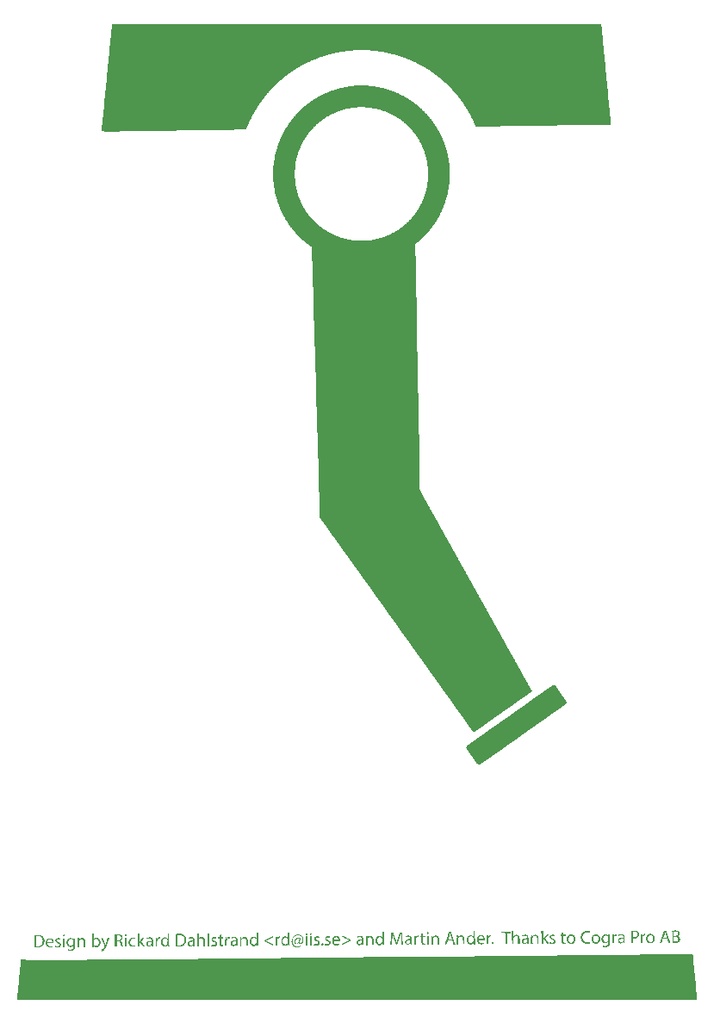
<source format=gtl>
G04 MADE WITH FRITZING*
G04 WWW.FRITZING.ORG*
G04 DOUBLE SIDED*
G04 HOLES PLATED*
G04 CONTOUR ON CENTER OF CONTOUR VECTOR*
%ASAXBY*%
%FSLAX23Y23*%
%MOIN*%
%OFA0B0*%
%SFA1.0B1.0*%
%ADD10C,0.079370*%
%ADD11R,0.001000X0.001000*%
%LNCOPPER1*%
G90*
G70*
G54D10*
X73Y97D03*
X2192Y3571D03*
X1978Y3688D03*
X426Y3572D03*
X640Y3683D03*
X2566Y96D03*
G54D11*
X372Y3772D02*
X2264Y3772D01*
X372Y3771D02*
X2264Y3771D01*
X371Y3770D02*
X2265Y3770D01*
X371Y3769D02*
X2265Y3769D01*
X371Y3768D02*
X2265Y3768D01*
X371Y3767D02*
X2265Y3767D01*
X371Y3766D02*
X2265Y3766D01*
X371Y3765D02*
X2265Y3765D01*
X371Y3764D02*
X2265Y3764D01*
X371Y3763D02*
X2265Y3763D01*
X371Y3762D02*
X2265Y3762D01*
X371Y3761D02*
X2265Y3761D01*
X370Y3760D02*
X2266Y3760D01*
X370Y3759D02*
X2266Y3759D01*
X370Y3758D02*
X2266Y3758D01*
X370Y3757D02*
X2266Y3757D01*
X370Y3756D02*
X2266Y3756D01*
X370Y3755D02*
X2266Y3755D01*
X370Y3754D02*
X2266Y3754D01*
X370Y3753D02*
X2266Y3753D01*
X370Y3752D02*
X2266Y3752D01*
X370Y3751D02*
X2266Y3751D01*
X369Y3750D02*
X2266Y3750D01*
X369Y3749D02*
X2267Y3749D01*
X369Y3748D02*
X2267Y3748D01*
X369Y3747D02*
X2267Y3747D01*
X369Y3746D02*
X2267Y3746D01*
X369Y3745D02*
X2267Y3745D01*
X369Y3744D02*
X2267Y3744D01*
X369Y3743D02*
X2267Y3743D01*
X369Y3742D02*
X2267Y3742D01*
X369Y3741D02*
X2267Y3741D01*
X368Y3740D02*
X2267Y3740D01*
X368Y3739D02*
X2268Y3739D01*
X368Y3738D02*
X2268Y3738D01*
X368Y3737D02*
X2268Y3737D01*
X368Y3736D02*
X2268Y3736D01*
X368Y3735D02*
X2268Y3735D01*
X368Y3734D02*
X2268Y3734D01*
X368Y3733D02*
X2268Y3733D01*
X368Y3732D02*
X2268Y3732D01*
X368Y3731D02*
X2268Y3731D01*
X368Y3730D02*
X2268Y3730D01*
X367Y3729D02*
X2268Y3729D01*
X367Y3728D02*
X2269Y3728D01*
X367Y3727D02*
X2269Y3727D01*
X367Y3726D02*
X2269Y3726D01*
X367Y3725D02*
X2269Y3725D01*
X367Y3724D02*
X2269Y3724D01*
X367Y3723D02*
X2269Y3723D01*
X367Y3722D02*
X2269Y3722D01*
X367Y3721D02*
X2269Y3721D01*
X367Y3720D02*
X2269Y3720D01*
X366Y3719D02*
X2269Y3719D01*
X366Y3718D02*
X2270Y3718D01*
X366Y3717D02*
X2270Y3717D01*
X366Y3716D02*
X2270Y3716D01*
X366Y3715D02*
X2270Y3715D01*
X366Y3714D02*
X2270Y3714D01*
X366Y3713D02*
X2270Y3713D01*
X366Y3712D02*
X2270Y3712D01*
X366Y3711D02*
X2270Y3711D01*
X366Y3710D02*
X2270Y3710D01*
X365Y3709D02*
X2270Y3709D01*
X365Y3708D02*
X2271Y3708D01*
X365Y3707D02*
X2271Y3707D01*
X365Y3706D02*
X2271Y3706D01*
X365Y3705D02*
X2271Y3705D01*
X365Y3704D02*
X2271Y3704D01*
X365Y3703D02*
X2271Y3703D01*
X365Y3702D02*
X2271Y3702D01*
X365Y3701D02*
X2271Y3701D01*
X365Y3700D02*
X2271Y3700D01*
X364Y3699D02*
X2271Y3699D01*
X364Y3698D02*
X2271Y3698D01*
X364Y3697D02*
X2272Y3697D01*
X364Y3696D02*
X2272Y3696D01*
X364Y3695D02*
X2272Y3695D01*
X364Y3694D02*
X2272Y3694D01*
X364Y3693D02*
X2272Y3693D01*
X364Y3692D02*
X2272Y3692D01*
X364Y3691D02*
X2272Y3691D01*
X364Y3690D02*
X2272Y3690D01*
X364Y3689D02*
X2272Y3689D01*
X363Y3688D02*
X2272Y3688D01*
X363Y3687D02*
X2273Y3687D01*
X363Y3686D02*
X2273Y3686D01*
X363Y3685D02*
X2273Y3685D01*
X363Y3684D02*
X2273Y3684D01*
X363Y3683D02*
X2273Y3683D01*
X363Y3682D02*
X2273Y3682D01*
X363Y3681D02*
X2273Y3681D01*
X363Y3680D02*
X2273Y3680D01*
X363Y3679D02*
X2273Y3679D01*
X362Y3678D02*
X2273Y3678D01*
X362Y3677D02*
X2273Y3677D01*
X362Y3676D02*
X2274Y3676D01*
X362Y3675D02*
X2274Y3675D01*
X362Y3674D02*
X2274Y3674D01*
X362Y3673D02*
X2274Y3673D01*
X362Y3672D02*
X2274Y3672D01*
X362Y3671D02*
X1325Y3671D01*
X1349Y3671D02*
X2274Y3671D01*
X362Y3670D02*
X1303Y3670D01*
X1370Y3670D02*
X2274Y3670D01*
X362Y3669D02*
X1291Y3669D01*
X1382Y3669D02*
X2274Y3669D01*
X361Y3668D02*
X1282Y3668D01*
X1391Y3668D02*
X2274Y3668D01*
X361Y3667D02*
X1274Y3667D01*
X1400Y3667D02*
X2274Y3667D01*
X361Y3666D02*
X1267Y3666D01*
X1407Y3666D02*
X2275Y3666D01*
X361Y3665D02*
X1260Y3665D01*
X1413Y3665D02*
X2275Y3665D01*
X361Y3664D02*
X1254Y3664D01*
X1419Y3664D02*
X2275Y3664D01*
X361Y3663D02*
X1249Y3663D01*
X1425Y3663D02*
X2275Y3663D01*
X361Y3662D02*
X1244Y3662D01*
X1430Y3662D02*
X2275Y3662D01*
X361Y3661D02*
X1239Y3661D01*
X1435Y3661D02*
X2275Y3661D01*
X361Y3660D02*
X1234Y3660D01*
X1439Y3660D02*
X2275Y3660D01*
X361Y3659D02*
X1230Y3659D01*
X1444Y3659D02*
X2275Y3659D01*
X360Y3658D02*
X1225Y3658D01*
X1448Y3658D02*
X2275Y3658D01*
X360Y3657D02*
X1221Y3657D01*
X1452Y3657D02*
X2275Y3657D01*
X360Y3656D02*
X1217Y3656D01*
X1456Y3656D02*
X2276Y3656D01*
X360Y3655D02*
X1214Y3655D01*
X1460Y3655D02*
X2276Y3655D01*
X360Y3654D02*
X1210Y3654D01*
X1464Y3654D02*
X2276Y3654D01*
X360Y3653D02*
X1206Y3653D01*
X1467Y3653D02*
X2276Y3653D01*
X360Y3652D02*
X1203Y3652D01*
X1471Y3652D02*
X2276Y3652D01*
X360Y3651D02*
X1199Y3651D01*
X1474Y3651D02*
X2276Y3651D01*
X360Y3650D02*
X1196Y3650D01*
X1478Y3650D02*
X2276Y3650D01*
X360Y3649D02*
X1193Y3649D01*
X1481Y3649D02*
X2276Y3649D01*
X360Y3648D02*
X1190Y3648D01*
X1484Y3648D02*
X2276Y3648D01*
X359Y3647D02*
X1187Y3647D01*
X1487Y3647D02*
X2276Y3647D01*
X359Y3646D02*
X1183Y3646D01*
X1490Y3646D02*
X2276Y3646D01*
X359Y3645D02*
X1181Y3645D01*
X1493Y3645D02*
X2277Y3645D01*
X359Y3644D02*
X1178Y3644D01*
X1496Y3644D02*
X2277Y3644D01*
X359Y3643D02*
X1175Y3643D01*
X1499Y3643D02*
X2277Y3643D01*
X359Y3642D02*
X1172Y3642D01*
X1502Y3642D02*
X2277Y3642D01*
X359Y3641D02*
X1169Y3641D01*
X1504Y3641D02*
X2277Y3641D01*
X359Y3640D02*
X1167Y3640D01*
X1507Y3640D02*
X2277Y3640D01*
X359Y3639D02*
X1164Y3639D01*
X1510Y3639D02*
X2277Y3639D01*
X359Y3638D02*
X1162Y3638D01*
X1512Y3638D02*
X2277Y3638D01*
X358Y3637D02*
X1159Y3637D01*
X1515Y3637D02*
X2277Y3637D01*
X358Y3636D02*
X1156Y3636D01*
X1517Y3636D02*
X2277Y3636D01*
X358Y3635D02*
X1154Y3635D01*
X1520Y3635D02*
X2278Y3635D01*
X358Y3634D02*
X1152Y3634D01*
X1522Y3634D02*
X2278Y3634D01*
X358Y3633D02*
X1149Y3633D01*
X1525Y3633D02*
X2278Y3633D01*
X358Y3632D02*
X1147Y3632D01*
X1527Y3632D02*
X2278Y3632D01*
X358Y3631D02*
X1145Y3631D01*
X1529Y3631D02*
X2278Y3631D01*
X358Y3630D02*
X1142Y3630D01*
X1531Y3630D02*
X2278Y3630D01*
X358Y3629D02*
X1140Y3629D01*
X1534Y3629D02*
X2278Y3629D01*
X358Y3628D02*
X1138Y3628D01*
X1536Y3628D02*
X2278Y3628D01*
X357Y3627D02*
X1136Y3627D01*
X1538Y3627D02*
X2278Y3627D01*
X357Y3626D02*
X1133Y3626D01*
X1540Y3626D02*
X2278Y3626D01*
X357Y3625D02*
X1131Y3625D01*
X1543Y3625D02*
X2278Y3625D01*
X357Y3624D02*
X1129Y3624D01*
X1545Y3624D02*
X2279Y3624D01*
X357Y3623D02*
X1127Y3623D01*
X1547Y3623D02*
X2279Y3623D01*
X357Y3622D02*
X1125Y3622D01*
X1549Y3622D02*
X2279Y3622D01*
X357Y3621D02*
X1123Y3621D01*
X1551Y3621D02*
X2279Y3621D01*
X357Y3620D02*
X1121Y3620D01*
X1553Y3620D02*
X2279Y3620D01*
X357Y3619D02*
X1119Y3619D01*
X1555Y3619D02*
X2279Y3619D01*
X357Y3618D02*
X1117Y3618D01*
X1557Y3618D02*
X2279Y3618D01*
X356Y3617D02*
X1115Y3617D01*
X1559Y3617D02*
X2279Y3617D01*
X356Y3616D02*
X1113Y3616D01*
X1561Y3616D02*
X2279Y3616D01*
X356Y3615D02*
X1111Y3615D01*
X1562Y3615D02*
X2279Y3615D01*
X356Y3614D02*
X1110Y3614D01*
X1564Y3614D02*
X2280Y3614D01*
X356Y3613D02*
X1108Y3613D01*
X1566Y3613D02*
X2280Y3613D01*
X356Y3612D02*
X1106Y3612D01*
X1568Y3612D02*
X2280Y3612D01*
X356Y3611D02*
X1104Y3611D01*
X1570Y3611D02*
X2280Y3611D01*
X356Y3610D02*
X1102Y3610D01*
X1572Y3610D02*
X2280Y3610D01*
X356Y3609D02*
X1100Y3609D01*
X1573Y3609D02*
X2280Y3609D01*
X356Y3608D02*
X1099Y3608D01*
X1575Y3608D02*
X2280Y3608D01*
X356Y3607D02*
X1097Y3607D01*
X1577Y3607D02*
X2280Y3607D01*
X355Y3606D02*
X1095Y3606D01*
X1579Y3606D02*
X2280Y3606D01*
X355Y3605D02*
X1094Y3605D01*
X1580Y3605D02*
X2280Y3605D01*
X355Y3604D02*
X1092Y3604D01*
X1582Y3604D02*
X2280Y3604D01*
X355Y3603D02*
X1090Y3603D01*
X1584Y3603D02*
X2281Y3603D01*
X355Y3602D02*
X1089Y3602D01*
X1585Y3602D02*
X2281Y3602D01*
X355Y3601D02*
X1087Y3601D01*
X1587Y3601D02*
X2281Y3601D01*
X355Y3600D02*
X1085Y3600D01*
X1589Y3600D02*
X2281Y3600D01*
X355Y3599D02*
X1084Y3599D01*
X1590Y3599D02*
X2281Y3599D01*
X355Y3598D02*
X1082Y3598D01*
X1592Y3598D02*
X2281Y3598D01*
X355Y3597D02*
X1080Y3597D01*
X1594Y3597D02*
X2281Y3597D01*
X354Y3596D02*
X1079Y3596D01*
X1595Y3596D02*
X2281Y3596D01*
X354Y3595D02*
X1077Y3595D01*
X1597Y3595D02*
X2281Y3595D01*
X354Y3594D02*
X1076Y3594D01*
X1598Y3594D02*
X2281Y3594D01*
X354Y3593D02*
X1074Y3593D01*
X1600Y3593D02*
X2282Y3593D01*
X354Y3592D02*
X1073Y3592D01*
X1601Y3592D02*
X2282Y3592D01*
X354Y3591D02*
X1071Y3591D01*
X1603Y3591D02*
X2282Y3591D01*
X354Y3590D02*
X1070Y3590D01*
X1604Y3590D02*
X2282Y3590D01*
X354Y3589D02*
X1068Y3589D01*
X1606Y3589D02*
X2282Y3589D01*
X354Y3588D02*
X1067Y3588D01*
X1607Y3588D02*
X2282Y3588D01*
X354Y3587D02*
X1065Y3587D01*
X1609Y3587D02*
X2282Y3587D01*
X353Y3586D02*
X1064Y3586D01*
X1610Y3586D02*
X2282Y3586D01*
X353Y3585D02*
X1062Y3585D01*
X1612Y3585D02*
X2282Y3585D01*
X353Y3584D02*
X1061Y3584D01*
X1613Y3584D02*
X2282Y3584D01*
X353Y3583D02*
X1060Y3583D01*
X1614Y3583D02*
X2283Y3583D01*
X353Y3582D02*
X1058Y3582D01*
X1616Y3582D02*
X2283Y3582D01*
X353Y3581D02*
X1057Y3581D01*
X1617Y3581D02*
X2283Y3581D01*
X353Y3580D02*
X1055Y3580D01*
X1619Y3580D02*
X2283Y3580D01*
X353Y3579D02*
X1054Y3579D01*
X1620Y3579D02*
X2283Y3579D01*
X353Y3578D02*
X1053Y3578D01*
X1621Y3578D02*
X2283Y3578D01*
X353Y3577D02*
X1051Y3577D01*
X1623Y3577D02*
X2283Y3577D01*
X353Y3576D02*
X1050Y3576D01*
X1624Y3576D02*
X2283Y3576D01*
X352Y3575D02*
X1049Y3575D01*
X1625Y3575D02*
X2283Y3575D01*
X352Y3574D02*
X1047Y3574D01*
X1627Y3574D02*
X2283Y3574D01*
X352Y3573D02*
X1046Y3573D01*
X1628Y3573D02*
X2283Y3573D01*
X352Y3572D02*
X1045Y3572D01*
X1629Y3572D02*
X2284Y3572D01*
X352Y3571D02*
X1043Y3571D01*
X1631Y3571D02*
X2284Y3571D01*
X352Y3570D02*
X1042Y3570D01*
X1632Y3570D02*
X2284Y3570D01*
X352Y3569D02*
X1041Y3569D01*
X1633Y3569D02*
X2284Y3569D01*
X352Y3568D02*
X1040Y3568D01*
X1634Y3568D02*
X2284Y3568D01*
X352Y3567D02*
X1038Y3567D01*
X1636Y3567D02*
X2284Y3567D01*
X352Y3566D02*
X1037Y3566D01*
X1637Y3566D02*
X2284Y3566D01*
X351Y3565D02*
X1036Y3565D01*
X1638Y3565D02*
X2284Y3565D01*
X351Y3564D02*
X1035Y3564D01*
X1639Y3564D02*
X2284Y3564D01*
X351Y3563D02*
X1033Y3563D01*
X1641Y3563D02*
X2284Y3563D01*
X351Y3562D02*
X1032Y3562D01*
X1642Y3562D02*
X2285Y3562D01*
X351Y3561D02*
X1031Y3561D01*
X1643Y3561D02*
X2285Y3561D01*
X351Y3560D02*
X1030Y3560D01*
X1644Y3560D02*
X2285Y3560D01*
X351Y3559D02*
X1029Y3559D01*
X1645Y3559D02*
X2285Y3559D01*
X351Y3558D02*
X1027Y3558D01*
X1647Y3558D02*
X2285Y3558D01*
X351Y3557D02*
X1026Y3557D01*
X1648Y3557D02*
X2285Y3557D01*
X351Y3556D02*
X1025Y3556D01*
X1649Y3556D02*
X2285Y3556D01*
X350Y3555D02*
X1024Y3555D01*
X1650Y3555D02*
X2285Y3555D01*
X350Y3554D02*
X1023Y3554D01*
X1651Y3554D02*
X2285Y3554D01*
X350Y3553D02*
X1022Y3553D01*
X1653Y3553D02*
X2285Y3553D01*
X350Y3552D02*
X1020Y3552D01*
X1654Y3552D02*
X2285Y3552D01*
X350Y3551D02*
X1019Y3551D01*
X1655Y3551D02*
X2286Y3551D01*
X350Y3550D02*
X1018Y3550D01*
X1656Y3550D02*
X2286Y3550D01*
X350Y3549D02*
X1017Y3549D01*
X1657Y3549D02*
X2286Y3549D01*
X350Y3548D02*
X1016Y3548D01*
X1658Y3548D02*
X2286Y3548D01*
X350Y3547D02*
X1015Y3547D01*
X1659Y3547D02*
X2286Y3547D01*
X350Y3546D02*
X1014Y3546D01*
X1660Y3546D02*
X2286Y3546D01*
X349Y3545D02*
X1013Y3545D01*
X1661Y3545D02*
X2286Y3545D01*
X349Y3544D02*
X1012Y3544D01*
X1663Y3544D02*
X2286Y3544D01*
X349Y3543D02*
X1010Y3543D01*
X1664Y3543D02*
X2286Y3543D01*
X349Y3542D02*
X1009Y3542D01*
X1665Y3542D02*
X2286Y3542D01*
X349Y3541D02*
X1008Y3541D01*
X1666Y3541D02*
X2287Y3541D01*
X349Y3540D02*
X1007Y3540D01*
X1667Y3540D02*
X2287Y3540D01*
X349Y3539D02*
X1006Y3539D01*
X1668Y3539D02*
X2287Y3539D01*
X349Y3538D02*
X1005Y3538D01*
X1669Y3538D02*
X2287Y3538D01*
X349Y3537D02*
X1004Y3537D01*
X1670Y3537D02*
X2287Y3537D01*
X349Y3536D02*
X1003Y3536D01*
X1671Y3536D02*
X2287Y3536D01*
X349Y3535D02*
X1002Y3535D01*
X1672Y3535D02*
X2287Y3535D01*
X348Y3534D02*
X1001Y3534D01*
X1324Y3534D02*
X1349Y3534D01*
X1673Y3534D02*
X2287Y3534D01*
X348Y3533D02*
X1000Y3533D01*
X1308Y3533D02*
X1365Y3533D01*
X1674Y3533D02*
X2287Y3533D01*
X348Y3532D02*
X999Y3532D01*
X1298Y3532D02*
X1375Y3532D01*
X1675Y3532D02*
X2287Y3532D01*
X348Y3531D02*
X998Y3531D01*
X1291Y3531D02*
X1383Y3531D01*
X1676Y3531D02*
X2288Y3531D01*
X348Y3530D02*
X997Y3530D01*
X1284Y3530D02*
X1390Y3530D01*
X1677Y3530D02*
X2288Y3530D01*
X348Y3529D02*
X996Y3529D01*
X1278Y3529D02*
X1395Y3529D01*
X1678Y3529D02*
X2288Y3529D01*
X348Y3528D02*
X995Y3528D01*
X1273Y3528D02*
X1401Y3528D01*
X1679Y3528D02*
X2288Y3528D01*
X348Y3527D02*
X994Y3527D01*
X1268Y3527D02*
X1406Y3527D01*
X1680Y3527D02*
X2288Y3527D01*
X348Y3526D02*
X993Y3526D01*
X1263Y3526D02*
X1410Y3526D01*
X1681Y3526D02*
X2288Y3526D01*
X348Y3525D02*
X992Y3525D01*
X1259Y3525D02*
X1415Y3525D01*
X1682Y3525D02*
X2288Y3525D01*
X347Y3524D02*
X991Y3524D01*
X1255Y3524D02*
X1419Y3524D01*
X1683Y3524D02*
X2288Y3524D01*
X347Y3523D02*
X990Y3523D01*
X1251Y3523D02*
X1423Y3523D01*
X1684Y3523D02*
X2288Y3523D01*
X347Y3522D02*
X989Y3522D01*
X1247Y3522D02*
X1427Y3522D01*
X1685Y3522D02*
X2288Y3522D01*
X347Y3521D02*
X988Y3521D01*
X1244Y3521D02*
X1430Y3521D01*
X1686Y3521D02*
X2288Y3521D01*
X347Y3520D02*
X987Y3520D01*
X1240Y3520D02*
X1434Y3520D01*
X1687Y3520D02*
X2289Y3520D01*
X347Y3519D02*
X986Y3519D01*
X1237Y3519D02*
X1437Y3519D01*
X1688Y3519D02*
X2289Y3519D01*
X347Y3518D02*
X986Y3518D01*
X1234Y3518D02*
X1440Y3518D01*
X1688Y3518D02*
X2289Y3518D01*
X347Y3517D02*
X985Y3517D01*
X1230Y3517D02*
X1443Y3517D01*
X1689Y3517D02*
X2289Y3517D01*
X347Y3516D02*
X984Y3516D01*
X1227Y3516D02*
X1446Y3516D01*
X1690Y3516D02*
X2289Y3516D01*
X347Y3515D02*
X983Y3515D01*
X1225Y3515D02*
X1449Y3515D01*
X1691Y3515D02*
X2289Y3515D01*
X346Y3514D02*
X982Y3514D01*
X1222Y3514D02*
X1452Y3514D01*
X1692Y3514D02*
X2289Y3514D01*
X346Y3513D02*
X981Y3513D01*
X1219Y3513D02*
X1455Y3513D01*
X1693Y3513D02*
X2289Y3513D01*
X346Y3512D02*
X980Y3512D01*
X1216Y3512D02*
X1457Y3512D01*
X1694Y3512D02*
X2289Y3512D01*
X346Y3511D02*
X979Y3511D01*
X1214Y3511D02*
X1460Y3511D01*
X1695Y3511D02*
X2289Y3511D01*
X346Y3510D02*
X978Y3510D01*
X1211Y3510D02*
X1463Y3510D01*
X1696Y3510D02*
X2290Y3510D01*
X346Y3509D02*
X977Y3509D01*
X1209Y3509D02*
X1465Y3509D01*
X1697Y3509D02*
X2290Y3509D01*
X346Y3508D02*
X977Y3508D01*
X1206Y3508D02*
X1468Y3508D01*
X1697Y3508D02*
X2290Y3508D01*
X346Y3507D02*
X976Y3507D01*
X1204Y3507D02*
X1470Y3507D01*
X1698Y3507D02*
X2290Y3507D01*
X346Y3506D02*
X975Y3506D01*
X1201Y3506D02*
X1472Y3506D01*
X1699Y3506D02*
X2290Y3506D01*
X346Y3505D02*
X974Y3505D01*
X1199Y3505D02*
X1475Y3505D01*
X1700Y3505D02*
X2290Y3505D01*
X345Y3504D02*
X973Y3504D01*
X1197Y3504D02*
X1477Y3504D01*
X1701Y3504D02*
X2290Y3504D01*
X345Y3503D02*
X972Y3503D01*
X1195Y3503D02*
X1479Y3503D01*
X1702Y3503D02*
X2290Y3503D01*
X345Y3502D02*
X971Y3502D01*
X1193Y3502D02*
X1481Y3502D01*
X1703Y3502D02*
X2290Y3502D01*
X345Y3501D02*
X971Y3501D01*
X1190Y3501D02*
X1483Y3501D01*
X1703Y3501D02*
X2290Y3501D01*
X345Y3500D02*
X970Y3500D01*
X1188Y3500D02*
X1485Y3500D01*
X1704Y3500D02*
X2290Y3500D01*
X345Y3499D02*
X969Y3499D01*
X1186Y3499D02*
X1487Y3499D01*
X1705Y3499D02*
X2291Y3499D01*
X345Y3498D02*
X968Y3498D01*
X1184Y3498D02*
X1490Y3498D01*
X1706Y3498D02*
X2291Y3498D01*
X345Y3497D02*
X967Y3497D01*
X1182Y3497D02*
X1492Y3497D01*
X1707Y3497D02*
X2291Y3497D01*
X345Y3496D02*
X966Y3496D01*
X1180Y3496D02*
X1493Y3496D01*
X1708Y3496D02*
X2291Y3496D01*
X345Y3495D02*
X966Y3495D01*
X1178Y3495D02*
X1495Y3495D01*
X1708Y3495D02*
X2291Y3495D01*
X345Y3494D02*
X965Y3494D01*
X1177Y3494D02*
X1497Y3494D01*
X1709Y3494D02*
X2291Y3494D01*
X344Y3493D02*
X964Y3493D01*
X1175Y3493D02*
X1499Y3493D01*
X1710Y3493D02*
X2291Y3493D01*
X344Y3492D02*
X963Y3492D01*
X1173Y3492D02*
X1501Y3492D01*
X1711Y3492D02*
X2291Y3492D01*
X344Y3491D02*
X962Y3491D01*
X1171Y3491D02*
X1503Y3491D01*
X1712Y3491D02*
X2291Y3491D01*
X344Y3490D02*
X962Y3490D01*
X1169Y3490D02*
X1505Y3490D01*
X1712Y3490D02*
X2291Y3490D01*
X344Y3489D02*
X961Y3489D01*
X1167Y3489D02*
X1506Y3489D01*
X1713Y3489D02*
X2292Y3489D01*
X344Y3488D02*
X960Y3488D01*
X1166Y3488D02*
X1508Y3488D01*
X1714Y3488D02*
X2292Y3488D01*
X344Y3487D02*
X959Y3487D01*
X1164Y3487D02*
X1510Y3487D01*
X1715Y3487D02*
X2292Y3487D01*
X344Y3486D02*
X958Y3486D01*
X1162Y3486D02*
X1512Y3486D01*
X1716Y3486D02*
X2292Y3486D01*
X344Y3485D02*
X958Y3485D01*
X1161Y3485D02*
X1513Y3485D01*
X1716Y3485D02*
X2292Y3485D01*
X344Y3484D02*
X957Y3484D01*
X1159Y3484D02*
X1515Y3484D01*
X1717Y3484D02*
X2292Y3484D01*
X343Y3483D02*
X956Y3483D01*
X1157Y3483D02*
X1516Y3483D01*
X1718Y3483D02*
X2292Y3483D01*
X343Y3482D02*
X955Y3482D01*
X1156Y3482D02*
X1518Y3482D01*
X1719Y3482D02*
X2292Y3482D01*
X343Y3481D02*
X955Y3481D01*
X1154Y3481D02*
X1520Y3481D01*
X1719Y3481D02*
X2292Y3481D01*
X343Y3480D02*
X954Y3480D01*
X1152Y3480D02*
X1521Y3480D01*
X1720Y3480D02*
X2292Y3480D01*
X343Y3479D02*
X953Y3479D01*
X1151Y3479D02*
X1523Y3479D01*
X1721Y3479D02*
X2293Y3479D01*
X343Y3478D02*
X952Y3478D01*
X1149Y3478D02*
X1524Y3478D01*
X1722Y3478D02*
X2293Y3478D01*
X343Y3477D02*
X952Y3477D01*
X1148Y3477D02*
X1526Y3477D01*
X1722Y3477D02*
X2293Y3477D01*
X343Y3476D02*
X951Y3476D01*
X1147Y3476D02*
X1527Y3476D01*
X1723Y3476D02*
X2293Y3476D01*
X343Y3475D02*
X950Y3475D01*
X1145Y3475D02*
X1529Y3475D01*
X1724Y3475D02*
X2293Y3475D01*
X343Y3474D02*
X949Y3474D01*
X1144Y3474D02*
X1530Y3474D01*
X1724Y3474D02*
X2293Y3474D01*
X342Y3473D02*
X949Y3473D01*
X1142Y3473D02*
X1532Y3473D01*
X1725Y3473D02*
X2293Y3473D01*
X342Y3472D02*
X948Y3472D01*
X1141Y3472D02*
X1533Y3472D01*
X1726Y3472D02*
X2293Y3472D01*
X342Y3471D02*
X947Y3471D01*
X1139Y3471D02*
X1535Y3471D01*
X1727Y3471D02*
X2293Y3471D01*
X342Y3470D02*
X947Y3470D01*
X1138Y3470D02*
X1536Y3470D01*
X1727Y3470D02*
X2293Y3470D01*
X342Y3469D02*
X946Y3469D01*
X1136Y3469D02*
X1537Y3469D01*
X1728Y3469D02*
X2293Y3469D01*
X342Y3468D02*
X945Y3468D01*
X1135Y3468D02*
X1539Y3468D01*
X1729Y3468D02*
X2294Y3468D01*
X342Y3467D02*
X944Y3467D01*
X1134Y3467D02*
X1540Y3467D01*
X1730Y3467D02*
X2294Y3467D01*
X342Y3466D02*
X944Y3466D01*
X1132Y3466D02*
X1541Y3466D01*
X1730Y3466D02*
X2294Y3466D01*
X342Y3465D02*
X943Y3465D01*
X1131Y3465D02*
X1543Y3465D01*
X1731Y3465D02*
X2294Y3465D01*
X342Y3464D02*
X942Y3464D01*
X1130Y3464D02*
X1544Y3464D01*
X1732Y3464D02*
X2294Y3464D01*
X341Y3463D02*
X942Y3463D01*
X1128Y3463D02*
X1545Y3463D01*
X1732Y3463D02*
X2294Y3463D01*
X341Y3462D02*
X941Y3462D01*
X1127Y3462D02*
X1547Y3462D01*
X1733Y3462D02*
X2294Y3462D01*
X341Y3461D02*
X940Y3461D01*
X1126Y3461D02*
X1548Y3461D01*
X1734Y3461D02*
X2294Y3461D01*
X341Y3460D02*
X940Y3460D01*
X1125Y3460D02*
X1549Y3460D01*
X1734Y3460D02*
X2294Y3460D01*
X341Y3459D02*
X939Y3459D01*
X1123Y3459D02*
X1550Y3459D01*
X1735Y3459D02*
X2294Y3459D01*
X341Y3458D02*
X938Y3458D01*
X1122Y3458D02*
X1552Y3458D01*
X1736Y3458D02*
X2295Y3458D01*
X341Y3457D02*
X938Y3457D01*
X1121Y3457D02*
X1553Y3457D01*
X1736Y3457D02*
X2295Y3457D01*
X341Y3456D02*
X937Y3456D01*
X1120Y3456D02*
X1554Y3456D01*
X1737Y3456D02*
X2295Y3456D01*
X341Y3455D02*
X936Y3455D01*
X1119Y3455D02*
X1555Y3455D01*
X1738Y3455D02*
X2295Y3455D01*
X341Y3454D02*
X936Y3454D01*
X1117Y3454D02*
X1557Y3454D01*
X1738Y3454D02*
X2295Y3454D01*
X341Y3453D02*
X935Y3453D01*
X1116Y3453D02*
X1558Y3453D01*
X1739Y3453D02*
X2295Y3453D01*
X340Y3452D02*
X934Y3452D01*
X1115Y3452D02*
X1559Y3452D01*
X1739Y3452D02*
X2295Y3452D01*
X340Y3451D02*
X934Y3451D01*
X1114Y3451D02*
X1560Y3451D01*
X1740Y3451D02*
X2295Y3451D01*
X340Y3450D02*
X933Y3450D01*
X1113Y3450D02*
X1321Y3450D01*
X1352Y3450D02*
X1561Y3450D01*
X1741Y3450D02*
X2295Y3450D01*
X340Y3449D02*
X932Y3449D01*
X1111Y3449D02*
X1309Y3449D01*
X1364Y3449D02*
X1562Y3449D01*
X1741Y3449D02*
X2295Y3449D01*
X340Y3448D02*
X932Y3448D01*
X1110Y3448D02*
X1301Y3448D01*
X1372Y3448D02*
X1563Y3448D01*
X1742Y3448D02*
X2295Y3448D01*
X340Y3447D02*
X931Y3447D01*
X1109Y3447D02*
X1295Y3447D01*
X1378Y3447D02*
X1565Y3447D01*
X1743Y3447D02*
X2296Y3447D01*
X340Y3446D02*
X930Y3446D01*
X1108Y3446D02*
X1289Y3446D01*
X1384Y3446D02*
X1566Y3446D01*
X1743Y3446D02*
X2296Y3446D01*
X340Y3445D02*
X930Y3445D01*
X1107Y3445D02*
X1284Y3445D01*
X1389Y3445D02*
X1567Y3445D01*
X1744Y3445D02*
X2296Y3445D01*
X340Y3444D02*
X929Y3444D01*
X1106Y3444D02*
X1279Y3444D01*
X1394Y3444D02*
X1568Y3444D01*
X1744Y3444D02*
X2296Y3444D01*
X340Y3443D02*
X929Y3443D01*
X1105Y3443D02*
X1275Y3443D01*
X1398Y3443D02*
X1569Y3443D01*
X1745Y3443D02*
X2296Y3443D01*
X339Y3442D02*
X928Y3442D01*
X1104Y3442D02*
X1271Y3442D01*
X1402Y3442D02*
X1570Y3442D01*
X1746Y3442D02*
X2296Y3442D01*
X339Y3441D02*
X927Y3441D01*
X1103Y3441D02*
X1267Y3441D01*
X1406Y3441D02*
X1571Y3441D01*
X1746Y3441D02*
X2296Y3441D01*
X339Y3440D02*
X927Y3440D01*
X1102Y3440D02*
X1264Y3440D01*
X1410Y3440D02*
X1572Y3440D01*
X1747Y3440D02*
X2296Y3440D01*
X339Y3439D02*
X926Y3439D01*
X1101Y3439D02*
X1261Y3439D01*
X1413Y3439D02*
X1573Y3439D01*
X1748Y3439D02*
X2296Y3439D01*
X339Y3438D02*
X926Y3438D01*
X1100Y3438D02*
X1257Y3438D01*
X1416Y3438D02*
X1574Y3438D01*
X1748Y3438D02*
X2296Y3438D01*
X339Y3437D02*
X925Y3437D01*
X1099Y3437D02*
X1254Y3437D01*
X1419Y3437D02*
X1575Y3437D01*
X1749Y3437D02*
X2297Y3437D01*
X339Y3436D02*
X924Y3436D01*
X1098Y3436D02*
X1251Y3436D01*
X1422Y3436D02*
X1576Y3436D01*
X1749Y3436D02*
X2297Y3436D01*
X339Y3435D02*
X924Y3435D01*
X1097Y3435D02*
X1249Y3435D01*
X1425Y3435D02*
X1577Y3435D01*
X1750Y3435D02*
X2297Y3435D01*
X339Y3434D02*
X923Y3434D01*
X1096Y3434D02*
X1246Y3434D01*
X1428Y3434D02*
X1578Y3434D01*
X1750Y3434D02*
X2297Y3434D01*
X339Y3433D02*
X923Y3433D01*
X1095Y3433D02*
X1243Y3433D01*
X1430Y3433D02*
X1579Y3433D01*
X1751Y3433D02*
X2297Y3433D01*
X338Y3432D02*
X922Y3432D01*
X1094Y3432D02*
X1241Y3432D01*
X1433Y3432D02*
X1580Y3432D01*
X1752Y3432D02*
X2297Y3432D01*
X338Y3431D02*
X921Y3431D01*
X1093Y3431D02*
X1238Y3431D01*
X1435Y3431D02*
X1581Y3431D01*
X1752Y3431D02*
X2297Y3431D01*
X338Y3430D02*
X921Y3430D01*
X1092Y3430D02*
X1236Y3430D01*
X1438Y3430D02*
X1582Y3430D01*
X1753Y3430D02*
X2297Y3430D01*
X338Y3429D02*
X920Y3429D01*
X1091Y3429D02*
X1233Y3429D01*
X1440Y3429D02*
X1583Y3429D01*
X1753Y3429D02*
X2297Y3429D01*
X338Y3428D02*
X920Y3428D01*
X1090Y3428D02*
X1231Y3428D01*
X1442Y3428D02*
X1584Y3428D01*
X1754Y3428D02*
X2297Y3428D01*
X338Y3427D02*
X919Y3427D01*
X1089Y3427D02*
X1229Y3427D01*
X1445Y3427D02*
X1585Y3427D01*
X1754Y3427D02*
X2298Y3427D01*
X338Y3426D02*
X919Y3426D01*
X1088Y3426D02*
X1227Y3426D01*
X1447Y3426D02*
X1586Y3426D01*
X1755Y3426D02*
X2298Y3426D01*
X338Y3425D02*
X918Y3425D01*
X1087Y3425D02*
X1225Y3425D01*
X1449Y3425D02*
X1587Y3425D01*
X1756Y3425D02*
X2298Y3425D01*
X338Y3424D02*
X918Y3424D01*
X1086Y3424D02*
X1223Y3424D01*
X1451Y3424D02*
X1588Y3424D01*
X1756Y3424D02*
X2298Y3424D01*
X338Y3423D02*
X917Y3423D01*
X1085Y3423D02*
X1220Y3423D01*
X1453Y3423D02*
X1589Y3423D01*
X1757Y3423D02*
X2298Y3423D01*
X338Y3422D02*
X916Y3422D01*
X1084Y3422D02*
X1218Y3422D01*
X1455Y3422D02*
X1590Y3422D01*
X1757Y3422D02*
X2298Y3422D01*
X337Y3421D02*
X916Y3421D01*
X1083Y3421D02*
X1217Y3421D01*
X1457Y3421D02*
X1591Y3421D01*
X1758Y3421D02*
X2298Y3421D01*
X337Y3420D02*
X915Y3420D01*
X1082Y3420D02*
X1215Y3420D01*
X1459Y3420D02*
X1592Y3420D01*
X1758Y3420D02*
X2298Y3420D01*
X337Y3419D02*
X915Y3419D01*
X1081Y3419D02*
X1213Y3419D01*
X1461Y3419D02*
X1592Y3419D01*
X1759Y3419D02*
X2298Y3419D01*
X337Y3418D02*
X914Y3418D01*
X1081Y3418D02*
X1211Y3418D01*
X1463Y3418D02*
X1593Y3418D01*
X1759Y3418D02*
X2298Y3418D01*
X337Y3417D02*
X914Y3417D01*
X1080Y3417D02*
X1209Y3417D01*
X1464Y3417D02*
X1594Y3417D01*
X1760Y3417D02*
X2298Y3417D01*
X337Y3416D02*
X913Y3416D01*
X1079Y3416D02*
X1207Y3416D01*
X1466Y3416D02*
X1595Y3416D01*
X1760Y3416D02*
X2299Y3416D01*
X337Y3415D02*
X913Y3415D01*
X1078Y3415D02*
X1206Y3415D01*
X1468Y3415D02*
X1596Y3415D01*
X1761Y3415D02*
X2299Y3415D01*
X337Y3414D02*
X912Y3414D01*
X1077Y3414D02*
X1204Y3414D01*
X1470Y3414D02*
X1597Y3414D01*
X1761Y3414D02*
X2299Y3414D01*
X337Y3413D02*
X912Y3413D01*
X1076Y3413D02*
X1202Y3413D01*
X1471Y3413D02*
X1598Y3413D01*
X1762Y3413D02*
X2299Y3413D01*
X337Y3412D02*
X911Y3412D01*
X1075Y3412D02*
X1201Y3412D01*
X1473Y3412D02*
X1598Y3412D01*
X1762Y3412D02*
X2299Y3412D01*
X336Y3411D02*
X911Y3411D01*
X1075Y3411D02*
X1199Y3411D01*
X1475Y3411D02*
X1599Y3411D01*
X1763Y3411D02*
X2299Y3411D01*
X336Y3410D02*
X910Y3410D01*
X1074Y3410D02*
X1197Y3410D01*
X1476Y3410D02*
X1600Y3410D01*
X1763Y3410D02*
X2299Y3410D01*
X336Y3409D02*
X910Y3409D01*
X1073Y3409D02*
X1196Y3409D01*
X1478Y3409D02*
X1601Y3409D01*
X1764Y3409D02*
X2299Y3409D01*
X336Y3408D02*
X909Y3408D01*
X1072Y3408D02*
X1194Y3408D01*
X1479Y3408D02*
X1602Y3408D01*
X1764Y3408D02*
X2299Y3408D01*
X336Y3407D02*
X909Y3407D01*
X1071Y3407D02*
X1193Y3407D01*
X1481Y3407D02*
X1602Y3407D01*
X1765Y3407D02*
X2299Y3407D01*
X336Y3406D02*
X908Y3406D01*
X1070Y3406D02*
X1192Y3406D01*
X1482Y3406D02*
X1603Y3406D01*
X1766Y3406D02*
X2300Y3406D01*
X336Y3405D02*
X908Y3405D01*
X1070Y3405D02*
X1190Y3405D01*
X1484Y3405D02*
X1604Y3405D01*
X1766Y3405D02*
X2300Y3405D01*
X336Y3404D02*
X907Y3404D01*
X1069Y3404D02*
X1189Y3404D01*
X1485Y3404D02*
X1605Y3404D01*
X1767Y3404D02*
X2300Y3404D01*
X336Y3403D02*
X907Y3403D01*
X1068Y3403D02*
X1187Y3403D01*
X1487Y3403D02*
X1606Y3403D01*
X1767Y3403D02*
X2300Y3403D01*
X336Y3402D02*
X906Y3402D01*
X1067Y3402D02*
X1186Y3402D01*
X1488Y3402D02*
X1606Y3402D01*
X1767Y3402D02*
X2300Y3402D01*
X335Y3401D02*
X906Y3401D01*
X1067Y3401D02*
X1184Y3401D01*
X1489Y3401D02*
X1607Y3401D01*
X1768Y3401D02*
X2300Y3401D01*
X335Y3400D02*
X905Y3400D01*
X1066Y3400D02*
X1183Y3400D01*
X1491Y3400D02*
X1608Y3400D01*
X1768Y3400D02*
X2300Y3400D01*
X335Y3399D02*
X905Y3399D01*
X1065Y3399D02*
X1182Y3399D01*
X1492Y3399D02*
X1609Y3399D01*
X1769Y3399D02*
X2300Y3399D01*
X335Y3398D02*
X904Y3398D01*
X1064Y3398D02*
X1180Y3398D01*
X1493Y3398D02*
X1609Y3398D01*
X1769Y3398D02*
X2300Y3398D01*
X335Y3397D02*
X904Y3397D01*
X1064Y3397D02*
X1179Y3397D01*
X1495Y3397D02*
X1610Y3397D01*
X1770Y3397D02*
X2300Y3397D01*
X335Y3396D02*
X903Y3396D01*
X1063Y3396D02*
X1178Y3396D01*
X1496Y3396D02*
X1611Y3396D01*
X1770Y3396D02*
X2300Y3396D01*
X335Y3395D02*
X903Y3395D01*
X1062Y3395D02*
X1176Y3395D01*
X1497Y3395D02*
X1612Y3395D01*
X1771Y3395D02*
X2301Y3395D01*
X335Y3394D02*
X902Y3394D01*
X1061Y3394D02*
X1175Y3394D01*
X1499Y3394D02*
X1612Y3394D01*
X1771Y3394D02*
X2301Y3394D01*
X335Y3393D02*
X902Y3393D01*
X1061Y3393D02*
X1174Y3393D01*
X1500Y3393D02*
X1613Y3393D01*
X1772Y3393D02*
X2301Y3393D01*
X335Y3392D02*
X901Y3392D01*
X1060Y3392D02*
X1173Y3392D01*
X1501Y3392D02*
X1614Y3392D01*
X1772Y3392D02*
X2301Y3392D01*
X334Y3391D02*
X901Y3391D01*
X1059Y3391D02*
X1172Y3391D01*
X1502Y3391D02*
X1615Y3391D01*
X1773Y3391D02*
X2301Y3391D01*
X334Y3390D02*
X900Y3390D01*
X1058Y3390D02*
X1170Y3390D01*
X1503Y3390D02*
X1615Y3390D01*
X1773Y3390D02*
X2301Y3390D01*
X334Y3389D02*
X900Y3389D01*
X1058Y3389D02*
X1169Y3389D01*
X1505Y3389D02*
X1616Y3389D01*
X1774Y3389D02*
X2301Y3389D01*
X334Y3388D02*
X899Y3388D01*
X1057Y3388D02*
X1168Y3388D01*
X1506Y3388D02*
X1617Y3388D01*
X1774Y3388D02*
X2301Y3388D01*
X334Y3387D02*
X899Y3387D01*
X1056Y3387D02*
X1167Y3387D01*
X1507Y3387D02*
X1617Y3387D01*
X1774Y3387D02*
X2301Y3387D01*
X334Y3386D02*
X899Y3386D01*
X1056Y3386D02*
X1166Y3386D01*
X1508Y3386D02*
X1618Y3386D01*
X1775Y3386D02*
X2301Y3386D01*
X334Y3385D02*
X898Y3385D01*
X1055Y3385D02*
X1165Y3385D01*
X1509Y3385D02*
X1619Y3385D01*
X1775Y3385D02*
X2302Y3385D01*
X334Y3384D02*
X898Y3384D01*
X1054Y3384D02*
X1163Y3384D01*
X1510Y3384D02*
X1619Y3384D01*
X1776Y3384D02*
X2302Y3384D01*
X334Y3383D02*
X897Y3383D01*
X1054Y3383D02*
X1162Y3383D01*
X1511Y3383D02*
X1620Y3383D01*
X1776Y3383D02*
X2302Y3383D01*
X334Y3382D02*
X897Y3382D01*
X1053Y3382D02*
X1161Y3382D01*
X1513Y3382D02*
X1621Y3382D01*
X1777Y3382D02*
X2243Y3382D01*
X334Y3381D02*
X896Y3381D01*
X1052Y3381D02*
X1160Y3381D01*
X1514Y3381D02*
X1621Y3381D01*
X1777Y3381D02*
X2169Y3381D01*
X333Y3380D02*
X896Y3380D01*
X1052Y3380D02*
X1159Y3380D01*
X1515Y3380D02*
X1622Y3380D01*
X1777Y3380D02*
X2095Y3380D01*
X333Y3379D02*
X896Y3379D01*
X1051Y3379D02*
X1158Y3379D01*
X1516Y3379D02*
X1623Y3379D01*
X1778Y3379D02*
X2021Y3379D01*
X333Y3378D02*
X895Y3378D01*
X1050Y3378D02*
X1157Y3378D01*
X1517Y3378D02*
X1623Y3378D01*
X1778Y3378D02*
X1947Y3378D01*
X333Y3377D02*
X895Y3377D01*
X1050Y3377D02*
X1156Y3377D01*
X1518Y3377D02*
X1624Y3377D01*
X1779Y3377D02*
X1873Y3377D01*
X333Y3376D02*
X894Y3376D01*
X1049Y3376D02*
X1155Y3376D01*
X1519Y3376D02*
X1625Y3376D01*
X1779Y3376D02*
X1799Y3376D01*
X333Y3375D02*
X894Y3375D01*
X1048Y3375D02*
X1154Y3375D01*
X1520Y3375D02*
X1625Y3375D01*
X333Y3374D02*
X893Y3374D01*
X1048Y3374D02*
X1153Y3374D01*
X1521Y3374D02*
X1626Y3374D01*
X333Y3373D02*
X893Y3373D01*
X1047Y3373D02*
X1152Y3373D01*
X1522Y3373D02*
X1627Y3373D01*
X333Y3372D02*
X893Y3372D01*
X1047Y3372D02*
X1151Y3372D01*
X1523Y3372D02*
X1627Y3372D01*
X333Y3371D02*
X892Y3371D01*
X1046Y3371D02*
X1150Y3371D01*
X1524Y3371D02*
X1628Y3371D01*
X332Y3370D02*
X892Y3370D01*
X1045Y3370D02*
X1149Y3370D01*
X1525Y3370D02*
X1628Y3370D01*
X332Y3369D02*
X891Y3369D01*
X1045Y3369D02*
X1148Y3369D01*
X1526Y3369D02*
X1629Y3369D01*
X332Y3368D02*
X891Y3368D01*
X1044Y3368D02*
X1147Y3368D01*
X1527Y3368D02*
X1630Y3368D01*
X332Y3367D02*
X891Y3367D01*
X1043Y3367D02*
X1146Y3367D01*
X1527Y3367D02*
X1630Y3367D01*
X332Y3366D02*
X890Y3366D01*
X1043Y3366D02*
X1145Y3366D01*
X1528Y3366D02*
X1631Y3366D01*
X332Y3365D02*
X890Y3365D01*
X1042Y3365D02*
X1144Y3365D01*
X1529Y3365D02*
X1631Y3365D01*
X332Y3364D02*
X889Y3364D01*
X1042Y3364D02*
X1144Y3364D01*
X1530Y3364D02*
X1632Y3364D01*
X332Y3363D02*
X844Y3363D01*
X1041Y3363D02*
X1143Y3363D01*
X1531Y3363D02*
X1632Y3363D01*
X332Y3362D02*
X770Y3362D01*
X1040Y3362D02*
X1142Y3362D01*
X1532Y3362D02*
X1633Y3362D01*
X332Y3361D02*
X695Y3361D01*
X1040Y3361D02*
X1141Y3361D01*
X1533Y3361D02*
X1634Y3361D01*
X331Y3360D02*
X621Y3360D01*
X1039Y3360D02*
X1140Y3360D01*
X1534Y3360D02*
X1634Y3360D01*
X332Y3359D02*
X547Y3359D01*
X1039Y3359D02*
X1139Y3359D01*
X1534Y3359D02*
X1635Y3359D01*
X336Y3358D02*
X473Y3358D01*
X1038Y3358D02*
X1138Y3358D01*
X1535Y3358D02*
X1635Y3358D01*
X341Y3357D02*
X399Y3357D01*
X1038Y3357D02*
X1138Y3357D01*
X1536Y3357D02*
X1636Y3357D01*
X1037Y3356D02*
X1137Y3356D01*
X1537Y3356D02*
X1636Y3356D01*
X1037Y3355D02*
X1136Y3355D01*
X1538Y3355D02*
X1637Y3355D01*
X1036Y3354D02*
X1135Y3354D01*
X1539Y3354D02*
X1637Y3354D01*
X1036Y3353D02*
X1134Y3353D01*
X1539Y3353D02*
X1638Y3353D01*
X1035Y3352D02*
X1133Y3352D01*
X1540Y3352D02*
X1639Y3352D01*
X1034Y3351D02*
X1133Y3351D01*
X1541Y3351D02*
X1639Y3351D01*
X1034Y3350D02*
X1132Y3350D01*
X1542Y3350D02*
X1640Y3350D01*
X1033Y3349D02*
X1131Y3349D01*
X1543Y3349D02*
X1640Y3349D01*
X1033Y3348D02*
X1130Y3348D01*
X1543Y3348D02*
X1641Y3348D01*
X1032Y3347D02*
X1130Y3347D01*
X1544Y3347D02*
X1641Y3347D01*
X1032Y3346D02*
X1129Y3346D01*
X1545Y3346D02*
X1642Y3346D01*
X1031Y3345D02*
X1128Y3345D01*
X1545Y3345D02*
X1642Y3345D01*
X1031Y3344D02*
X1127Y3344D01*
X1546Y3344D02*
X1643Y3344D01*
X1030Y3343D02*
X1127Y3343D01*
X1547Y3343D02*
X1643Y3343D01*
X1030Y3342D02*
X1126Y3342D01*
X1548Y3342D02*
X1644Y3342D01*
X1029Y3341D02*
X1125Y3341D01*
X1548Y3341D02*
X1644Y3341D01*
X1029Y3340D02*
X1125Y3340D01*
X1549Y3340D02*
X1645Y3340D01*
X1029Y3339D02*
X1124Y3339D01*
X1550Y3339D02*
X1645Y3339D01*
X1028Y3338D02*
X1123Y3338D01*
X1550Y3338D02*
X1645Y3338D01*
X1028Y3337D02*
X1123Y3337D01*
X1551Y3337D02*
X1646Y3337D01*
X1027Y3336D02*
X1122Y3336D01*
X1552Y3336D02*
X1646Y3336D01*
X1027Y3335D02*
X1121Y3335D01*
X1552Y3335D02*
X1647Y3335D01*
X1026Y3334D02*
X1121Y3334D01*
X1553Y3334D02*
X1647Y3334D01*
X1026Y3333D02*
X1120Y3333D01*
X1554Y3333D02*
X1648Y3333D01*
X1025Y3332D02*
X1119Y3332D01*
X1554Y3332D02*
X1648Y3332D01*
X1025Y3331D02*
X1119Y3331D01*
X1555Y3331D02*
X1649Y3331D01*
X1024Y3330D02*
X1118Y3330D01*
X1556Y3330D02*
X1649Y3330D01*
X1024Y3329D02*
X1117Y3329D01*
X1556Y3329D02*
X1650Y3329D01*
X1023Y3328D02*
X1117Y3328D01*
X1557Y3328D02*
X1650Y3328D01*
X1023Y3327D02*
X1116Y3327D01*
X1557Y3327D02*
X1650Y3327D01*
X1023Y3326D02*
X1116Y3326D01*
X1558Y3326D02*
X1651Y3326D01*
X1022Y3325D02*
X1115Y3325D01*
X1559Y3325D02*
X1651Y3325D01*
X1022Y3324D02*
X1114Y3324D01*
X1559Y3324D02*
X1652Y3324D01*
X1021Y3323D02*
X1114Y3323D01*
X1560Y3323D02*
X1652Y3323D01*
X1021Y3322D02*
X1113Y3322D01*
X1560Y3322D02*
X1652Y3322D01*
X1021Y3321D02*
X1112Y3321D01*
X1561Y3321D02*
X1653Y3321D01*
X1020Y3320D02*
X1112Y3320D01*
X1562Y3320D02*
X1653Y3320D01*
X1020Y3319D02*
X1111Y3319D01*
X1562Y3319D02*
X1654Y3319D01*
X1019Y3318D02*
X1111Y3318D01*
X1563Y3318D02*
X1654Y3318D01*
X1019Y3317D02*
X1110Y3317D01*
X1563Y3317D02*
X1654Y3317D01*
X1018Y3316D02*
X1110Y3316D01*
X1564Y3316D02*
X1655Y3316D01*
X1018Y3315D02*
X1109Y3315D01*
X1564Y3315D02*
X1655Y3315D01*
X1018Y3314D02*
X1109Y3314D01*
X1565Y3314D02*
X1656Y3314D01*
X1017Y3313D02*
X1108Y3313D01*
X1565Y3313D02*
X1656Y3313D01*
X1017Y3312D02*
X1108Y3312D01*
X1566Y3312D02*
X1656Y3312D01*
X1017Y3311D02*
X1107Y3311D01*
X1566Y3311D02*
X1657Y3311D01*
X1016Y3310D02*
X1106Y3310D01*
X1567Y3310D02*
X1657Y3310D01*
X1016Y3309D02*
X1106Y3309D01*
X1567Y3309D02*
X1657Y3309D01*
X1016Y3308D02*
X1106Y3308D01*
X1568Y3308D02*
X1658Y3308D01*
X1015Y3307D02*
X1105Y3307D01*
X1568Y3307D02*
X1658Y3307D01*
X1015Y3306D02*
X1105Y3306D01*
X1569Y3306D02*
X1659Y3306D01*
X1014Y3305D02*
X1104Y3305D01*
X1569Y3305D02*
X1659Y3305D01*
X1014Y3304D02*
X1104Y3304D01*
X1570Y3304D02*
X1659Y3304D01*
X1014Y3303D02*
X1103Y3303D01*
X1570Y3303D02*
X1660Y3303D01*
X1013Y3302D02*
X1103Y3302D01*
X1571Y3302D02*
X1660Y3302D01*
X1013Y3301D02*
X1102Y3301D01*
X1571Y3301D02*
X1660Y3301D01*
X1013Y3300D02*
X1102Y3300D01*
X1572Y3300D02*
X1661Y3300D01*
X1012Y3299D02*
X1101Y3299D01*
X1572Y3299D02*
X1661Y3299D01*
X1012Y3298D02*
X1101Y3298D01*
X1573Y3298D02*
X1661Y3298D01*
X1012Y3297D02*
X1100Y3297D01*
X1573Y3297D02*
X1662Y3297D01*
X1011Y3296D02*
X1100Y3296D01*
X1574Y3296D02*
X1662Y3296D01*
X1011Y3295D02*
X1099Y3295D01*
X1574Y3295D02*
X1662Y3295D01*
X1011Y3294D02*
X1099Y3294D01*
X1574Y3294D02*
X1663Y3294D01*
X1010Y3293D02*
X1099Y3293D01*
X1575Y3293D02*
X1663Y3293D01*
X1010Y3292D02*
X1098Y3292D01*
X1575Y3292D02*
X1663Y3292D01*
X1010Y3291D02*
X1098Y3291D01*
X1576Y3291D02*
X1663Y3291D01*
X1010Y3290D02*
X1097Y3290D01*
X1576Y3290D02*
X1664Y3290D01*
X1009Y3289D02*
X1097Y3289D01*
X1576Y3289D02*
X1664Y3289D01*
X1009Y3288D02*
X1096Y3288D01*
X1577Y3288D02*
X1664Y3288D01*
X1009Y3287D02*
X1096Y3287D01*
X1577Y3287D02*
X1665Y3287D01*
X1008Y3286D02*
X1096Y3286D01*
X1578Y3286D02*
X1665Y3286D01*
X1008Y3285D02*
X1095Y3285D01*
X1578Y3285D02*
X1665Y3285D01*
X1008Y3284D02*
X1095Y3284D01*
X1578Y3284D02*
X1665Y3284D01*
X1008Y3283D02*
X1095Y3283D01*
X1579Y3283D02*
X1666Y3283D01*
X1007Y3282D02*
X1094Y3282D01*
X1579Y3282D02*
X1666Y3282D01*
X1007Y3281D02*
X1094Y3281D01*
X1580Y3281D02*
X1666Y3281D01*
X1007Y3280D02*
X1093Y3280D01*
X1580Y3280D02*
X1667Y3280D01*
X1006Y3279D02*
X1093Y3279D01*
X1580Y3279D02*
X1667Y3279D01*
X1006Y3278D02*
X1093Y3278D01*
X1581Y3278D02*
X1667Y3278D01*
X1006Y3277D02*
X1092Y3277D01*
X1581Y3277D02*
X1667Y3277D01*
X1006Y3276D02*
X1092Y3276D01*
X1581Y3276D02*
X1668Y3276D01*
X1005Y3275D02*
X1092Y3275D01*
X1582Y3275D02*
X1668Y3275D01*
X1005Y3274D02*
X1091Y3274D01*
X1582Y3274D02*
X1668Y3274D01*
X1005Y3273D02*
X1091Y3273D01*
X1582Y3273D02*
X1668Y3273D01*
X1005Y3272D02*
X1091Y3272D01*
X1583Y3272D02*
X1669Y3272D01*
X1004Y3271D02*
X1090Y3271D01*
X1583Y3271D02*
X1669Y3271D01*
X1004Y3270D02*
X1090Y3270D01*
X1583Y3270D02*
X1669Y3270D01*
X1004Y3269D02*
X1090Y3269D01*
X1584Y3269D02*
X1669Y3269D01*
X1004Y3268D02*
X1089Y3268D01*
X1584Y3268D02*
X1670Y3268D01*
X1003Y3267D02*
X1089Y3267D01*
X1584Y3267D02*
X1670Y3267D01*
X1003Y3266D02*
X1089Y3266D01*
X1584Y3266D02*
X1670Y3266D01*
X1003Y3265D02*
X1088Y3265D01*
X1585Y3265D02*
X1670Y3265D01*
X1003Y3264D02*
X1088Y3264D01*
X1585Y3264D02*
X1670Y3264D01*
X1003Y3263D02*
X1088Y3263D01*
X1585Y3263D02*
X1671Y3263D01*
X1002Y3262D02*
X1088Y3262D01*
X1586Y3262D02*
X1671Y3262D01*
X1002Y3261D02*
X1087Y3261D01*
X1586Y3261D02*
X1671Y3261D01*
X1002Y3260D02*
X1087Y3260D01*
X1586Y3260D02*
X1671Y3260D01*
X1002Y3259D02*
X1087Y3259D01*
X1586Y3259D02*
X1671Y3259D01*
X1002Y3258D02*
X1087Y3258D01*
X1587Y3258D02*
X1672Y3258D01*
X1001Y3257D02*
X1086Y3257D01*
X1587Y3257D02*
X1672Y3257D01*
X1001Y3256D02*
X1086Y3256D01*
X1587Y3256D02*
X1672Y3256D01*
X1001Y3255D02*
X1086Y3255D01*
X1587Y3255D02*
X1672Y3255D01*
X1001Y3254D02*
X1085Y3254D01*
X1588Y3254D02*
X1672Y3254D01*
X1001Y3253D02*
X1085Y3253D01*
X1588Y3253D02*
X1673Y3253D01*
X1000Y3252D02*
X1085Y3252D01*
X1588Y3252D02*
X1673Y3252D01*
X1000Y3251D02*
X1085Y3251D01*
X1588Y3251D02*
X1673Y3251D01*
X1000Y3250D02*
X1085Y3250D01*
X1589Y3250D02*
X1673Y3250D01*
X1000Y3249D02*
X1084Y3249D01*
X1589Y3249D02*
X1673Y3249D01*
X1000Y3248D02*
X1084Y3248D01*
X1589Y3248D02*
X1673Y3248D01*
X1000Y3247D02*
X1084Y3247D01*
X1589Y3247D02*
X1674Y3247D01*
X999Y3246D02*
X1084Y3246D01*
X1590Y3246D02*
X1674Y3246D01*
X999Y3245D02*
X1083Y3245D01*
X1590Y3245D02*
X1674Y3245D01*
X999Y3244D02*
X1083Y3244D01*
X1590Y3244D02*
X1674Y3244D01*
X999Y3243D02*
X1083Y3243D01*
X1590Y3243D02*
X1674Y3243D01*
X999Y3242D02*
X1083Y3242D01*
X1590Y3242D02*
X1674Y3242D01*
X999Y3241D02*
X1083Y3241D01*
X1591Y3241D02*
X1674Y3241D01*
X998Y3240D02*
X1082Y3240D01*
X1591Y3240D02*
X1675Y3240D01*
X998Y3239D02*
X1082Y3239D01*
X1591Y3239D02*
X1675Y3239D01*
X998Y3238D02*
X1082Y3238D01*
X1591Y3238D02*
X1675Y3238D01*
X998Y3237D02*
X1082Y3237D01*
X1591Y3237D02*
X1675Y3237D01*
X998Y3236D02*
X1082Y3236D01*
X1592Y3236D02*
X1675Y3236D01*
X998Y3235D02*
X1082Y3235D01*
X1592Y3235D02*
X1675Y3235D01*
X998Y3234D02*
X1081Y3234D01*
X1592Y3234D02*
X1675Y3234D01*
X998Y3233D02*
X1081Y3233D01*
X1592Y3233D02*
X1676Y3233D01*
X997Y3232D02*
X1081Y3232D01*
X1592Y3232D02*
X1676Y3232D01*
X997Y3231D02*
X1081Y3231D01*
X1592Y3231D02*
X1676Y3231D01*
X997Y3230D02*
X1081Y3230D01*
X1592Y3230D02*
X1676Y3230D01*
X997Y3229D02*
X1081Y3229D01*
X1593Y3229D02*
X1676Y3229D01*
X997Y3228D02*
X1080Y3228D01*
X1593Y3228D02*
X1676Y3228D01*
X997Y3227D02*
X1080Y3227D01*
X1593Y3227D02*
X1676Y3227D01*
X997Y3226D02*
X1080Y3226D01*
X1593Y3226D02*
X1676Y3226D01*
X997Y3225D02*
X1080Y3225D01*
X1593Y3225D02*
X1676Y3225D01*
X997Y3224D02*
X1080Y3224D01*
X1593Y3224D02*
X1677Y3224D01*
X996Y3223D02*
X1080Y3223D01*
X1593Y3223D02*
X1677Y3223D01*
X996Y3222D02*
X1080Y3222D01*
X1594Y3222D02*
X1677Y3222D01*
X996Y3221D02*
X1080Y3221D01*
X1594Y3221D02*
X1677Y3221D01*
X996Y3220D02*
X1079Y3220D01*
X1594Y3220D02*
X1677Y3220D01*
X996Y3219D02*
X1079Y3219D01*
X1594Y3219D02*
X1677Y3219D01*
X996Y3218D02*
X1079Y3218D01*
X1594Y3218D02*
X1677Y3218D01*
X996Y3217D02*
X1079Y3217D01*
X1594Y3217D02*
X1677Y3217D01*
X996Y3216D02*
X1079Y3216D01*
X1594Y3216D02*
X1677Y3216D01*
X996Y3215D02*
X1079Y3215D01*
X1594Y3215D02*
X1677Y3215D01*
X996Y3214D02*
X1079Y3214D01*
X1594Y3214D02*
X1677Y3214D01*
X996Y3213D02*
X1079Y3213D01*
X1594Y3213D02*
X1677Y3213D01*
X996Y3212D02*
X1079Y3212D01*
X1595Y3212D02*
X1677Y3212D01*
X996Y3211D02*
X1079Y3211D01*
X1595Y3211D02*
X1677Y3211D01*
X996Y3210D02*
X1079Y3210D01*
X1595Y3210D02*
X1678Y3210D01*
X995Y3209D02*
X1078Y3209D01*
X1595Y3209D02*
X1678Y3209D01*
X995Y3208D02*
X1078Y3208D01*
X1595Y3208D02*
X1678Y3208D01*
X995Y3207D02*
X1078Y3207D01*
X1595Y3207D02*
X1678Y3207D01*
X995Y3206D02*
X1078Y3206D01*
X1595Y3206D02*
X1678Y3206D01*
X995Y3205D02*
X1078Y3205D01*
X1595Y3205D02*
X1678Y3205D01*
X995Y3204D02*
X1078Y3204D01*
X1595Y3204D02*
X1678Y3204D01*
X995Y3203D02*
X1078Y3203D01*
X1595Y3203D02*
X1678Y3203D01*
X995Y3202D02*
X1078Y3202D01*
X1595Y3202D02*
X1678Y3202D01*
X995Y3201D02*
X1078Y3201D01*
X1595Y3201D02*
X1678Y3201D01*
X995Y3200D02*
X1078Y3200D01*
X1595Y3200D02*
X1678Y3200D01*
X995Y3199D02*
X1078Y3199D01*
X1595Y3199D02*
X1678Y3199D01*
X995Y3198D02*
X1078Y3198D01*
X1595Y3198D02*
X1678Y3198D01*
X995Y3197D02*
X1078Y3197D01*
X1595Y3197D02*
X1678Y3197D01*
X995Y3196D02*
X1078Y3196D01*
X1595Y3196D02*
X1678Y3196D01*
X995Y3195D02*
X1078Y3195D01*
X1595Y3195D02*
X1678Y3195D01*
X995Y3194D02*
X1078Y3194D01*
X1595Y3194D02*
X1678Y3194D01*
X995Y3193D02*
X1078Y3193D01*
X1595Y3193D02*
X1678Y3193D01*
X995Y3192D02*
X1078Y3192D01*
X1595Y3192D02*
X1678Y3192D01*
X995Y3191D02*
X1078Y3191D01*
X1595Y3191D02*
X1678Y3191D01*
X995Y3190D02*
X1078Y3190D01*
X1595Y3190D02*
X1678Y3190D01*
X995Y3189D02*
X1078Y3189D01*
X1595Y3189D02*
X1678Y3189D01*
X995Y3188D02*
X1078Y3188D01*
X1595Y3188D02*
X1678Y3188D01*
X995Y3187D02*
X1078Y3187D01*
X1595Y3187D02*
X1678Y3187D01*
X995Y3186D02*
X1078Y3186D01*
X1595Y3186D02*
X1678Y3186D01*
X995Y3185D02*
X1078Y3185D01*
X1595Y3185D02*
X1678Y3185D01*
X995Y3184D02*
X1078Y3184D01*
X1595Y3184D02*
X1678Y3184D01*
X995Y3183D02*
X1078Y3183D01*
X1595Y3183D02*
X1678Y3183D01*
X995Y3182D02*
X1078Y3182D01*
X1595Y3182D02*
X1678Y3182D01*
X995Y3181D02*
X1078Y3181D01*
X1595Y3181D02*
X1678Y3181D01*
X995Y3180D02*
X1078Y3180D01*
X1595Y3180D02*
X1678Y3180D01*
X995Y3179D02*
X1078Y3179D01*
X1595Y3179D02*
X1678Y3179D01*
X995Y3178D02*
X1078Y3178D01*
X1595Y3178D02*
X1678Y3178D01*
X995Y3177D02*
X1078Y3177D01*
X1595Y3177D02*
X1678Y3177D01*
X995Y3176D02*
X1078Y3176D01*
X1595Y3176D02*
X1678Y3176D01*
X995Y3175D02*
X1078Y3175D01*
X1595Y3175D02*
X1678Y3175D01*
X996Y3174D02*
X1079Y3174D01*
X1595Y3174D02*
X1678Y3174D01*
X996Y3173D02*
X1079Y3173D01*
X1595Y3173D02*
X1677Y3173D01*
X996Y3172D02*
X1079Y3172D01*
X1595Y3172D02*
X1677Y3172D01*
X996Y3171D02*
X1079Y3171D01*
X1595Y3171D02*
X1677Y3171D01*
X996Y3170D02*
X1079Y3170D01*
X1594Y3170D02*
X1677Y3170D01*
X996Y3169D02*
X1079Y3169D01*
X1594Y3169D02*
X1677Y3169D01*
X996Y3168D02*
X1079Y3168D01*
X1594Y3168D02*
X1677Y3168D01*
X996Y3167D02*
X1079Y3167D01*
X1594Y3167D02*
X1677Y3167D01*
X996Y3166D02*
X1079Y3166D01*
X1594Y3166D02*
X1677Y3166D01*
X996Y3165D02*
X1079Y3165D01*
X1594Y3165D02*
X1677Y3165D01*
X996Y3164D02*
X1079Y3164D01*
X1594Y3164D02*
X1677Y3164D01*
X996Y3163D02*
X1079Y3163D01*
X1594Y3163D02*
X1677Y3163D01*
X996Y3162D02*
X1080Y3162D01*
X1594Y3162D02*
X1677Y3162D01*
X996Y3161D02*
X1080Y3161D01*
X1594Y3161D02*
X1677Y3161D01*
X997Y3160D02*
X1080Y3160D01*
X1593Y3160D02*
X1677Y3160D01*
X997Y3159D02*
X1080Y3159D01*
X1593Y3159D02*
X1676Y3159D01*
X997Y3158D02*
X1080Y3158D01*
X1593Y3158D02*
X1676Y3158D01*
X997Y3157D02*
X1080Y3157D01*
X1593Y3157D02*
X1676Y3157D01*
X997Y3156D02*
X1080Y3156D01*
X1593Y3156D02*
X1676Y3156D01*
X997Y3155D02*
X1081Y3155D01*
X1593Y3155D02*
X1676Y3155D01*
X997Y3154D02*
X1081Y3154D01*
X1593Y3154D02*
X1676Y3154D01*
X997Y3153D02*
X1081Y3153D01*
X1592Y3153D02*
X1676Y3153D01*
X997Y3152D02*
X1081Y3152D01*
X1592Y3152D02*
X1676Y3152D01*
X998Y3151D02*
X1081Y3151D01*
X1592Y3151D02*
X1676Y3151D01*
X998Y3150D02*
X1081Y3150D01*
X1592Y3150D02*
X1675Y3150D01*
X998Y3149D02*
X1081Y3149D01*
X1592Y3149D02*
X1675Y3149D01*
X998Y3148D02*
X1082Y3148D01*
X1592Y3148D02*
X1675Y3148D01*
X998Y3147D02*
X1082Y3147D01*
X1591Y3147D02*
X1675Y3147D01*
X998Y3146D02*
X1082Y3146D01*
X1591Y3146D02*
X1675Y3146D01*
X998Y3145D02*
X1082Y3145D01*
X1591Y3145D02*
X1675Y3145D01*
X998Y3144D02*
X1082Y3144D01*
X1591Y3144D02*
X1675Y3144D01*
X999Y3143D02*
X1083Y3143D01*
X1591Y3143D02*
X1674Y3143D01*
X999Y3142D02*
X1083Y3142D01*
X1590Y3142D02*
X1674Y3142D01*
X999Y3141D02*
X1083Y3141D01*
X1590Y3141D02*
X1674Y3141D01*
X999Y3140D02*
X1083Y3140D01*
X1590Y3140D02*
X1674Y3140D01*
X999Y3139D02*
X1083Y3139D01*
X1590Y3139D02*
X1674Y3139D01*
X999Y3138D02*
X1084Y3138D01*
X1590Y3138D02*
X1674Y3138D01*
X1000Y3137D02*
X1084Y3137D01*
X1589Y3137D02*
X1674Y3137D01*
X1000Y3136D02*
X1084Y3136D01*
X1589Y3136D02*
X1673Y3136D01*
X1000Y3135D02*
X1084Y3135D01*
X1589Y3135D02*
X1673Y3135D01*
X1000Y3134D02*
X1085Y3134D01*
X1589Y3134D02*
X1673Y3134D01*
X1000Y3133D02*
X1085Y3133D01*
X1589Y3133D02*
X1673Y3133D01*
X1000Y3132D02*
X1085Y3132D01*
X1588Y3132D02*
X1673Y3132D01*
X1001Y3131D02*
X1085Y3131D01*
X1588Y3131D02*
X1673Y3131D01*
X1001Y3130D02*
X1086Y3130D01*
X1588Y3130D02*
X1672Y3130D01*
X1001Y3129D02*
X1086Y3129D01*
X1588Y3129D02*
X1672Y3129D01*
X1001Y3128D02*
X1086Y3128D01*
X1587Y3128D02*
X1672Y3128D01*
X1001Y3127D02*
X1086Y3127D01*
X1587Y3127D02*
X1672Y3127D01*
X1002Y3126D02*
X1086Y3126D01*
X1587Y3126D02*
X1672Y3126D01*
X1002Y3125D02*
X1087Y3125D01*
X1587Y3125D02*
X1671Y3125D01*
X1002Y3124D02*
X1087Y3124D01*
X1586Y3124D02*
X1671Y3124D01*
X1002Y3123D02*
X1087Y3123D01*
X1586Y3123D02*
X1671Y3123D01*
X1002Y3122D02*
X1088Y3122D01*
X1586Y3122D02*
X1671Y3122D01*
X1003Y3121D02*
X1088Y3121D01*
X1585Y3121D02*
X1671Y3121D01*
X1003Y3120D02*
X1088Y3120D01*
X1585Y3120D02*
X1670Y3120D01*
X1003Y3119D02*
X1088Y3119D01*
X1585Y3119D02*
X1670Y3119D01*
X1003Y3118D02*
X1089Y3118D01*
X1584Y3118D02*
X1670Y3118D01*
X1003Y3117D02*
X1089Y3117D01*
X1584Y3117D02*
X1670Y3117D01*
X1004Y3116D02*
X1089Y3116D01*
X1584Y3116D02*
X1669Y3116D01*
X1004Y3115D02*
X1090Y3115D01*
X1584Y3115D02*
X1669Y3115D01*
X1004Y3114D02*
X1090Y3114D01*
X1583Y3114D02*
X1669Y3114D01*
X1004Y3113D02*
X1090Y3113D01*
X1583Y3113D02*
X1669Y3113D01*
X1005Y3112D02*
X1091Y3112D01*
X1583Y3112D02*
X1669Y3112D01*
X1005Y3111D02*
X1091Y3111D01*
X1582Y3111D02*
X1668Y3111D01*
X1005Y3110D02*
X1091Y3110D01*
X1582Y3110D02*
X1668Y3110D01*
X1005Y3109D02*
X1092Y3109D01*
X1582Y3109D02*
X1668Y3109D01*
X1006Y3108D02*
X1092Y3108D01*
X1581Y3108D02*
X1668Y3108D01*
X1006Y3107D02*
X1092Y3107D01*
X1581Y3107D02*
X1667Y3107D01*
X1006Y3106D02*
X1093Y3106D01*
X1581Y3106D02*
X1667Y3106D01*
X1006Y3105D02*
X1093Y3105D01*
X1580Y3105D02*
X1667Y3105D01*
X1007Y3104D02*
X1093Y3104D01*
X1580Y3104D02*
X1666Y3104D01*
X1007Y3103D02*
X1094Y3103D01*
X1579Y3103D02*
X1666Y3103D01*
X1007Y3102D02*
X1094Y3102D01*
X1579Y3102D02*
X1666Y3102D01*
X1007Y3101D02*
X1094Y3101D01*
X1579Y3101D02*
X1666Y3101D01*
X1008Y3100D02*
X1095Y3100D01*
X1578Y3100D02*
X1665Y3100D01*
X1008Y3099D02*
X1095Y3099D01*
X1578Y3099D02*
X1665Y3099D01*
X1008Y3098D02*
X1096Y3098D01*
X1578Y3098D02*
X1665Y3098D01*
X1009Y3097D02*
X1096Y3097D01*
X1577Y3097D02*
X1665Y3097D01*
X1009Y3096D02*
X1096Y3096D01*
X1577Y3096D02*
X1664Y3096D01*
X1009Y3095D02*
X1097Y3095D01*
X1576Y3095D02*
X1664Y3095D01*
X1010Y3094D02*
X1097Y3094D01*
X1576Y3094D02*
X1664Y3094D01*
X1010Y3093D02*
X1098Y3093D01*
X1576Y3093D02*
X1663Y3093D01*
X1010Y3092D02*
X1098Y3092D01*
X1575Y3092D02*
X1663Y3092D01*
X1010Y3091D02*
X1098Y3091D01*
X1575Y3091D02*
X1663Y3091D01*
X1011Y3090D02*
X1099Y3090D01*
X1574Y3090D02*
X1662Y3090D01*
X1011Y3089D02*
X1099Y3089D01*
X1574Y3089D02*
X1662Y3089D01*
X1011Y3088D02*
X1100Y3088D01*
X1573Y3088D02*
X1662Y3088D01*
X1012Y3087D02*
X1100Y3087D01*
X1573Y3087D02*
X1661Y3087D01*
X1012Y3086D02*
X1101Y3086D01*
X1573Y3086D02*
X1661Y3086D01*
X1012Y3085D02*
X1101Y3085D01*
X1572Y3085D02*
X1661Y3085D01*
X1013Y3084D02*
X1101Y3084D01*
X1572Y3084D02*
X1660Y3084D01*
X1013Y3083D02*
X1102Y3083D01*
X1571Y3083D02*
X1660Y3083D01*
X1013Y3082D02*
X1102Y3082D01*
X1571Y3082D02*
X1660Y3082D01*
X1014Y3081D02*
X1103Y3081D01*
X1570Y3081D02*
X1659Y3081D01*
X1014Y3080D02*
X1103Y3080D01*
X1570Y3080D02*
X1659Y3080D01*
X1014Y3079D02*
X1104Y3079D01*
X1569Y3079D02*
X1659Y3079D01*
X1015Y3078D02*
X1104Y3078D01*
X1569Y3078D02*
X1658Y3078D01*
X1015Y3077D02*
X1105Y3077D01*
X1568Y3077D02*
X1658Y3077D01*
X1015Y3076D02*
X1105Y3076D01*
X1568Y3076D02*
X1658Y3076D01*
X1016Y3075D02*
X1106Y3075D01*
X1567Y3075D02*
X1657Y3075D01*
X1016Y3074D02*
X1106Y3074D01*
X1567Y3074D02*
X1657Y3074D01*
X1017Y3073D02*
X1107Y3073D01*
X1566Y3073D02*
X1657Y3073D01*
X1017Y3072D02*
X1107Y3072D01*
X1566Y3072D02*
X1656Y3072D01*
X1017Y3071D02*
X1108Y3071D01*
X1565Y3071D02*
X1656Y3071D01*
X1018Y3070D02*
X1108Y3070D01*
X1565Y3070D02*
X1655Y3070D01*
X1018Y3069D02*
X1109Y3069D01*
X1564Y3069D02*
X1655Y3069D01*
X1018Y3068D02*
X1109Y3068D01*
X1563Y3068D02*
X1655Y3068D01*
X1019Y3067D02*
X1110Y3067D01*
X1563Y3067D02*
X1654Y3067D01*
X1019Y3066D02*
X1111Y3066D01*
X1562Y3066D02*
X1654Y3066D01*
X1020Y3065D02*
X1111Y3065D01*
X1562Y3065D02*
X1654Y3065D01*
X1020Y3064D02*
X1112Y3064D01*
X1561Y3064D02*
X1653Y3064D01*
X1020Y3063D02*
X1112Y3063D01*
X1561Y3063D02*
X1653Y3063D01*
X1021Y3062D02*
X1113Y3062D01*
X1560Y3062D02*
X1652Y3062D01*
X1021Y3061D02*
X1113Y3061D01*
X1560Y3061D02*
X1652Y3061D01*
X1022Y3060D02*
X1114Y3060D01*
X1559Y3060D02*
X1651Y3060D01*
X1022Y3059D02*
X1115Y3059D01*
X1558Y3059D02*
X1651Y3059D01*
X1023Y3058D02*
X1115Y3058D01*
X1558Y3058D02*
X1651Y3058D01*
X1023Y3057D02*
X1116Y3057D01*
X1557Y3057D02*
X1650Y3057D01*
X1023Y3056D02*
X1116Y3056D01*
X1556Y3056D02*
X1650Y3056D01*
X1024Y3055D02*
X1117Y3055D01*
X1556Y3055D02*
X1649Y3055D01*
X1024Y3054D02*
X1118Y3054D01*
X1555Y3054D02*
X1649Y3054D01*
X1025Y3053D02*
X1118Y3053D01*
X1555Y3053D02*
X1648Y3053D01*
X1025Y3052D02*
X1119Y3052D01*
X1554Y3052D02*
X1648Y3052D01*
X1026Y3051D02*
X1120Y3051D01*
X1553Y3051D02*
X1648Y3051D01*
X1026Y3050D02*
X1120Y3050D01*
X1553Y3050D02*
X1647Y3050D01*
X1027Y3049D02*
X1121Y3049D01*
X1552Y3049D02*
X1647Y3049D01*
X1027Y3048D02*
X1122Y3048D01*
X1551Y3048D02*
X1646Y3048D01*
X1027Y3047D02*
X1122Y3047D01*
X1551Y3047D02*
X1646Y3047D01*
X1028Y3046D02*
X1123Y3046D01*
X1550Y3046D02*
X1645Y3046D01*
X1028Y3045D02*
X1124Y3045D01*
X1549Y3045D02*
X1645Y3045D01*
X1029Y3044D02*
X1124Y3044D01*
X1549Y3044D02*
X1644Y3044D01*
X1029Y3043D02*
X1125Y3043D01*
X1548Y3043D02*
X1644Y3043D01*
X1030Y3042D02*
X1126Y3042D01*
X1547Y3042D02*
X1643Y3042D01*
X1030Y3041D02*
X1126Y3041D01*
X1547Y3041D02*
X1643Y3041D01*
X1031Y3040D02*
X1127Y3040D01*
X1546Y3040D02*
X1642Y3040D01*
X1031Y3039D02*
X1128Y3039D01*
X1545Y3039D02*
X1642Y3039D01*
X1032Y3038D02*
X1129Y3038D01*
X1544Y3038D02*
X1641Y3038D01*
X1032Y3037D02*
X1129Y3037D01*
X1544Y3037D02*
X1641Y3037D01*
X1033Y3036D02*
X1130Y3036D01*
X1543Y3036D02*
X1640Y3036D01*
X1033Y3035D02*
X1131Y3035D01*
X1542Y3035D02*
X1640Y3035D01*
X1034Y3034D02*
X1132Y3034D01*
X1541Y3034D02*
X1639Y3034D01*
X1034Y3033D02*
X1132Y3033D01*
X1541Y3033D02*
X1639Y3033D01*
X1035Y3032D02*
X1133Y3032D01*
X1540Y3032D02*
X1638Y3032D01*
X1035Y3031D02*
X1134Y3031D01*
X1539Y3031D02*
X1638Y3031D01*
X1036Y3030D02*
X1135Y3030D01*
X1538Y3030D02*
X1637Y3030D01*
X1037Y3029D02*
X1136Y3029D01*
X1537Y3029D02*
X1637Y3029D01*
X1037Y3028D02*
X1136Y3028D01*
X1536Y3028D02*
X1636Y3028D01*
X1038Y3027D02*
X1137Y3027D01*
X1536Y3027D02*
X1636Y3027D01*
X1038Y3026D02*
X1138Y3026D01*
X1535Y3026D02*
X1635Y3026D01*
X1039Y3025D02*
X1139Y3025D01*
X1534Y3025D02*
X1634Y3025D01*
X1039Y3024D02*
X1140Y3024D01*
X1533Y3024D02*
X1634Y3024D01*
X1040Y3023D02*
X1141Y3023D01*
X1532Y3023D02*
X1633Y3023D01*
X1040Y3022D02*
X1141Y3022D01*
X1531Y3022D02*
X1633Y3022D01*
X1041Y3021D02*
X1142Y3021D01*
X1531Y3021D02*
X1632Y3021D01*
X1042Y3020D02*
X1143Y3020D01*
X1530Y3020D02*
X1632Y3020D01*
X1042Y3019D02*
X1144Y3019D01*
X1529Y3019D02*
X1631Y3019D01*
X1043Y3018D02*
X1145Y3018D01*
X1528Y3018D02*
X1630Y3018D01*
X1043Y3017D02*
X1146Y3017D01*
X1527Y3017D02*
X1630Y3017D01*
X1044Y3016D02*
X1147Y3016D01*
X1526Y3016D02*
X1629Y3016D01*
X1045Y3015D02*
X1148Y3015D01*
X1525Y3015D02*
X1629Y3015D01*
X1045Y3014D02*
X1149Y3014D01*
X1524Y3014D02*
X1628Y3014D01*
X1046Y3013D02*
X1150Y3013D01*
X1523Y3013D02*
X1627Y3013D01*
X1046Y3012D02*
X1151Y3012D01*
X1522Y3012D02*
X1627Y3012D01*
X1047Y3011D02*
X1152Y3011D01*
X1521Y3011D02*
X1626Y3011D01*
X1048Y3010D02*
X1153Y3010D01*
X1520Y3010D02*
X1626Y3010D01*
X1048Y3009D02*
X1154Y3009D01*
X1519Y3009D02*
X1625Y3009D01*
X1049Y3008D02*
X1155Y3008D01*
X1518Y3008D02*
X1624Y3008D01*
X1050Y3007D02*
X1156Y3007D01*
X1517Y3007D02*
X1624Y3007D01*
X1050Y3006D02*
X1157Y3006D01*
X1516Y3006D02*
X1623Y3006D01*
X1051Y3005D02*
X1158Y3005D01*
X1515Y3005D02*
X1622Y3005D01*
X1052Y3004D02*
X1159Y3004D01*
X1514Y3004D02*
X1622Y3004D01*
X1052Y3003D02*
X1160Y3003D01*
X1513Y3003D02*
X1621Y3003D01*
X1053Y3002D02*
X1161Y3002D01*
X1512Y3002D02*
X1620Y3002D01*
X1054Y3001D02*
X1162Y3001D01*
X1511Y3001D02*
X1620Y3001D01*
X1054Y3000D02*
X1163Y3000D01*
X1510Y3000D02*
X1619Y3000D01*
X1055Y2999D02*
X1164Y2999D01*
X1509Y2999D02*
X1618Y2999D01*
X1056Y2998D02*
X1165Y2998D01*
X1508Y2998D02*
X1618Y2998D01*
X1056Y2997D02*
X1166Y2997D01*
X1506Y2997D02*
X1617Y2997D01*
X1057Y2996D02*
X1168Y2996D01*
X1505Y2996D02*
X1616Y2996D01*
X1058Y2995D02*
X1169Y2995D01*
X1504Y2995D02*
X1616Y2995D01*
X1058Y2994D02*
X1170Y2994D01*
X1503Y2994D02*
X1615Y2994D01*
X1059Y2993D02*
X1171Y2993D01*
X1502Y2993D02*
X1614Y2993D01*
X1060Y2992D02*
X1172Y2992D01*
X1500Y2992D02*
X1613Y2992D01*
X1061Y2991D02*
X1174Y2991D01*
X1499Y2991D02*
X1613Y2991D01*
X1061Y2990D02*
X1175Y2990D01*
X1498Y2990D02*
X1612Y2990D01*
X1062Y2989D02*
X1176Y2989D01*
X1497Y2989D02*
X1611Y2989D01*
X1063Y2988D02*
X1177Y2988D01*
X1495Y2988D02*
X1610Y2988D01*
X1063Y2987D02*
X1179Y2987D01*
X1494Y2987D02*
X1610Y2987D01*
X1064Y2986D02*
X1180Y2986D01*
X1493Y2986D02*
X1609Y2986D01*
X1065Y2985D02*
X1181Y2985D01*
X1491Y2985D02*
X1608Y2985D01*
X1066Y2984D02*
X1183Y2984D01*
X1490Y2984D02*
X1607Y2984D01*
X1067Y2983D02*
X1184Y2983D01*
X1489Y2983D02*
X1607Y2983D01*
X1067Y2982D02*
X1185Y2982D01*
X1487Y2982D02*
X1606Y2982D01*
X1068Y2981D02*
X1187Y2981D01*
X1486Y2981D02*
X1605Y2981D01*
X1069Y2980D02*
X1188Y2980D01*
X1485Y2980D02*
X1604Y2980D01*
X1070Y2979D02*
X1190Y2979D01*
X1483Y2979D02*
X1604Y2979D01*
X1070Y2978D02*
X1191Y2978D01*
X1482Y2978D02*
X1603Y2978D01*
X1071Y2977D02*
X1193Y2977D01*
X1480Y2977D02*
X1602Y2977D01*
X1072Y2976D02*
X1194Y2976D01*
X1479Y2976D02*
X1601Y2976D01*
X1073Y2975D02*
X1196Y2975D01*
X1477Y2975D02*
X1600Y2975D01*
X1074Y2974D02*
X1197Y2974D01*
X1476Y2974D02*
X1599Y2974D01*
X1074Y2973D02*
X1199Y2973D01*
X1474Y2973D02*
X1599Y2973D01*
X1075Y2972D02*
X1201Y2972D01*
X1472Y2972D02*
X1598Y2972D01*
X1076Y2971D02*
X1202Y2971D01*
X1471Y2971D02*
X1597Y2971D01*
X1077Y2970D02*
X1204Y2970D01*
X1469Y2970D02*
X1596Y2970D01*
X1078Y2969D02*
X1206Y2969D01*
X1467Y2969D02*
X1595Y2969D01*
X1079Y2968D02*
X1207Y2968D01*
X1465Y2968D02*
X1594Y2968D01*
X1080Y2967D02*
X1209Y2967D01*
X1464Y2967D02*
X1593Y2967D01*
X1081Y2966D02*
X1211Y2966D01*
X1462Y2966D02*
X1593Y2966D01*
X1081Y2965D02*
X1213Y2965D01*
X1460Y2965D02*
X1592Y2965D01*
X1082Y2964D02*
X1215Y2964D01*
X1458Y2964D02*
X1591Y2964D01*
X1083Y2963D02*
X1217Y2963D01*
X1456Y2963D02*
X1590Y2963D01*
X1084Y2962D02*
X1218Y2962D01*
X1454Y2962D02*
X1589Y2962D01*
X1085Y2961D02*
X1220Y2961D01*
X1452Y2961D02*
X1588Y2961D01*
X1086Y2960D02*
X1223Y2960D01*
X1450Y2960D02*
X1587Y2960D01*
X1087Y2959D02*
X1225Y2959D01*
X1448Y2959D02*
X1586Y2959D01*
X1088Y2958D02*
X1227Y2958D01*
X1446Y2958D02*
X1585Y2958D01*
X1089Y2957D02*
X1229Y2957D01*
X1444Y2957D02*
X1584Y2957D01*
X1090Y2956D02*
X1231Y2956D01*
X1442Y2956D02*
X1583Y2956D01*
X1091Y2955D02*
X1233Y2955D01*
X1439Y2955D02*
X1582Y2955D01*
X1092Y2954D02*
X1236Y2954D01*
X1437Y2954D02*
X1582Y2954D01*
X1093Y2953D02*
X1238Y2953D01*
X1434Y2953D02*
X1581Y2953D01*
X1094Y2952D02*
X1241Y2952D01*
X1432Y2952D02*
X1580Y2952D01*
X1094Y2951D02*
X1243Y2951D01*
X1430Y2951D02*
X1579Y2951D01*
X1096Y2950D02*
X1246Y2950D01*
X1427Y2950D02*
X1578Y2950D01*
X1097Y2949D02*
X1249Y2949D01*
X1424Y2949D02*
X1577Y2949D01*
X1098Y2948D02*
X1252Y2948D01*
X1421Y2948D02*
X1576Y2948D01*
X1099Y2947D02*
X1255Y2947D01*
X1418Y2947D02*
X1575Y2947D01*
X1100Y2946D02*
X1258Y2946D01*
X1415Y2946D02*
X1573Y2946D01*
X1101Y2945D02*
X1261Y2945D01*
X1412Y2945D02*
X1572Y2945D01*
X1102Y2944D02*
X1264Y2944D01*
X1408Y2944D02*
X1571Y2944D01*
X1103Y2943D02*
X1268Y2943D01*
X1405Y2943D02*
X1570Y2943D01*
X1104Y2942D02*
X1272Y2942D01*
X1401Y2942D02*
X1569Y2942D01*
X1105Y2941D02*
X1276Y2941D01*
X1397Y2941D02*
X1568Y2941D01*
X1106Y2940D02*
X1280Y2940D01*
X1393Y2940D02*
X1567Y2940D01*
X1107Y2939D02*
X1285Y2939D01*
X1388Y2939D02*
X1566Y2939D01*
X1108Y2938D02*
X1290Y2938D01*
X1383Y2938D02*
X1565Y2938D01*
X1109Y2937D02*
X1296Y2937D01*
X1377Y2937D02*
X1564Y2937D01*
X1110Y2936D02*
X1303Y2936D01*
X1370Y2936D02*
X1563Y2936D01*
X1112Y2935D02*
X1311Y2935D01*
X1362Y2935D02*
X1562Y2935D01*
X1113Y2934D02*
X1326Y2934D01*
X1347Y2934D02*
X1560Y2934D01*
X1114Y2933D02*
X1559Y2933D01*
X1115Y2932D02*
X1558Y2932D01*
X1116Y2931D02*
X1557Y2931D01*
X1117Y2930D02*
X1556Y2930D01*
X1119Y2929D02*
X1554Y2929D01*
X1120Y2928D02*
X1553Y2928D01*
X1121Y2927D02*
X1552Y2927D01*
X1122Y2926D02*
X1551Y2926D01*
X1124Y2925D02*
X1550Y2925D01*
X1125Y2924D02*
X1548Y2924D01*
X1126Y2923D02*
X1547Y2923D01*
X1127Y2922D02*
X1546Y2922D01*
X1129Y2921D02*
X1545Y2921D01*
X1130Y2920D02*
X1545Y2920D01*
X1131Y2919D02*
X1545Y2919D01*
X1133Y2918D02*
X1545Y2918D01*
X1134Y2917D02*
X1545Y2917D01*
X1135Y2916D02*
X1545Y2916D01*
X1137Y2915D02*
X1545Y2915D01*
X1138Y2914D02*
X1545Y2914D01*
X1139Y2913D02*
X1545Y2913D01*
X1141Y2912D02*
X1545Y2912D01*
X1142Y2911D02*
X1545Y2911D01*
X1144Y2910D02*
X1545Y2910D01*
X1145Y2909D02*
X1545Y2909D01*
X1145Y2908D02*
X1545Y2908D01*
X1145Y2907D02*
X1545Y2907D01*
X1145Y2906D02*
X1545Y2906D01*
X1145Y2905D02*
X1545Y2905D01*
X1145Y2904D02*
X1545Y2904D01*
X1145Y2903D02*
X1545Y2903D01*
X1145Y2902D02*
X1545Y2902D01*
X1145Y2901D02*
X1545Y2901D01*
X1145Y2900D02*
X1545Y2900D01*
X1145Y2899D02*
X1545Y2899D01*
X1145Y2898D02*
X1545Y2898D01*
X1145Y2897D02*
X1545Y2897D01*
X1145Y2896D02*
X1545Y2896D01*
X1145Y2895D02*
X1545Y2895D01*
X1145Y2894D02*
X1545Y2894D01*
X1145Y2893D02*
X1545Y2893D01*
X1145Y2892D02*
X1545Y2892D01*
X1145Y2891D02*
X1545Y2891D01*
X1145Y2890D02*
X1545Y2890D01*
X1145Y2889D02*
X1545Y2889D01*
X1146Y2888D02*
X1545Y2888D01*
X1146Y2887D02*
X1545Y2887D01*
X1146Y2886D02*
X1545Y2886D01*
X1146Y2885D02*
X1545Y2885D01*
X1146Y2884D02*
X1545Y2884D01*
X1146Y2883D02*
X1545Y2883D01*
X1146Y2882D02*
X1545Y2882D01*
X1146Y2881D02*
X1545Y2881D01*
X1146Y2880D02*
X1545Y2880D01*
X1146Y2879D02*
X1545Y2879D01*
X1146Y2878D02*
X1545Y2878D01*
X1146Y2877D02*
X1545Y2877D01*
X1146Y2876D02*
X1546Y2876D01*
X1146Y2875D02*
X1546Y2875D01*
X1146Y2874D02*
X1546Y2874D01*
X1146Y2873D02*
X1546Y2873D01*
X1146Y2872D02*
X1546Y2872D01*
X1146Y2871D02*
X1546Y2871D01*
X1146Y2870D02*
X1546Y2870D01*
X1146Y2869D02*
X1546Y2869D01*
X1146Y2868D02*
X1546Y2868D01*
X1146Y2867D02*
X1546Y2867D01*
X1146Y2866D02*
X1546Y2866D01*
X1146Y2865D02*
X1546Y2865D01*
X1146Y2864D02*
X1546Y2864D01*
X1146Y2863D02*
X1546Y2863D01*
X1146Y2862D02*
X1546Y2862D01*
X1146Y2861D02*
X1546Y2861D01*
X1146Y2860D02*
X1546Y2860D01*
X1146Y2859D02*
X1546Y2859D01*
X1146Y2858D02*
X1546Y2858D01*
X1146Y2857D02*
X1546Y2857D01*
X1146Y2856D02*
X1546Y2856D01*
X1147Y2855D02*
X1546Y2855D01*
X1147Y2854D02*
X1546Y2854D01*
X1147Y2853D02*
X1546Y2853D01*
X1147Y2852D02*
X1546Y2852D01*
X1147Y2851D02*
X1546Y2851D01*
X1147Y2850D02*
X1546Y2850D01*
X1147Y2849D02*
X1546Y2849D01*
X1147Y2848D02*
X1546Y2848D01*
X1147Y2847D02*
X1546Y2847D01*
X1147Y2846D02*
X1546Y2846D01*
X1147Y2845D02*
X1546Y2845D01*
X1147Y2844D02*
X1546Y2844D01*
X1147Y2843D02*
X1546Y2843D01*
X1147Y2842D02*
X1546Y2842D01*
X1147Y2841D02*
X1546Y2841D01*
X1147Y2840D02*
X1546Y2840D01*
X1147Y2839D02*
X1546Y2839D01*
X1147Y2838D02*
X1546Y2838D01*
X1147Y2837D02*
X1546Y2837D01*
X1147Y2836D02*
X1546Y2836D01*
X1147Y2835D02*
X1546Y2835D01*
X1147Y2834D02*
X1546Y2834D01*
X1147Y2833D02*
X1546Y2833D01*
X1147Y2832D02*
X1546Y2832D01*
X1147Y2831D02*
X1546Y2831D01*
X1147Y2830D02*
X1546Y2830D01*
X1147Y2829D02*
X1546Y2829D01*
X1147Y2828D02*
X1546Y2828D01*
X1147Y2827D02*
X1546Y2827D01*
X1147Y2826D02*
X1546Y2826D01*
X1147Y2825D02*
X1546Y2825D01*
X1147Y2824D02*
X1546Y2824D01*
X1147Y2823D02*
X1547Y2823D01*
X1148Y2822D02*
X1547Y2822D01*
X1148Y2821D02*
X1547Y2821D01*
X1148Y2820D02*
X1547Y2820D01*
X1148Y2819D02*
X1547Y2819D01*
X1148Y2818D02*
X1547Y2818D01*
X1148Y2817D02*
X1547Y2817D01*
X1148Y2816D02*
X1547Y2816D01*
X1148Y2815D02*
X1547Y2815D01*
X1148Y2814D02*
X1547Y2814D01*
X1148Y2813D02*
X1547Y2813D01*
X1148Y2812D02*
X1547Y2812D01*
X1148Y2811D02*
X1547Y2811D01*
X1148Y2810D02*
X1547Y2810D01*
X1148Y2809D02*
X1547Y2809D01*
X1148Y2808D02*
X1547Y2808D01*
X1148Y2807D02*
X1547Y2807D01*
X1148Y2806D02*
X1547Y2806D01*
X1148Y2805D02*
X1547Y2805D01*
X1148Y2804D02*
X1547Y2804D01*
X1148Y2803D02*
X1547Y2803D01*
X1148Y2802D02*
X1547Y2802D01*
X1148Y2801D02*
X1547Y2801D01*
X1148Y2800D02*
X1547Y2800D01*
X1148Y2799D02*
X1547Y2799D01*
X1148Y2798D02*
X1547Y2798D01*
X1148Y2797D02*
X1547Y2797D01*
X1148Y2796D02*
X1547Y2796D01*
X1148Y2795D02*
X1547Y2795D01*
X1148Y2794D02*
X1547Y2794D01*
X1148Y2793D02*
X1547Y2793D01*
X1148Y2792D02*
X1547Y2792D01*
X1148Y2791D02*
X1547Y2791D01*
X1148Y2790D02*
X1547Y2790D01*
X1149Y2789D02*
X1547Y2789D01*
X1149Y2788D02*
X1547Y2788D01*
X1149Y2787D02*
X1547Y2787D01*
X1149Y2786D02*
X1547Y2786D01*
X1149Y2785D02*
X1547Y2785D01*
X1149Y2784D02*
X1547Y2784D01*
X1149Y2783D02*
X1547Y2783D01*
X1149Y2782D02*
X1547Y2782D01*
X1149Y2781D02*
X1547Y2781D01*
X1149Y2780D02*
X1547Y2780D01*
X1149Y2779D02*
X1547Y2779D01*
X1149Y2778D02*
X1547Y2778D01*
X1149Y2777D02*
X1547Y2777D01*
X1149Y2776D02*
X1547Y2776D01*
X1149Y2775D02*
X1547Y2775D01*
X1149Y2774D02*
X1547Y2774D01*
X1149Y2773D02*
X1547Y2773D01*
X1149Y2772D02*
X1547Y2772D01*
X1149Y2771D02*
X1547Y2771D01*
X1149Y2770D02*
X1548Y2770D01*
X1149Y2769D02*
X1548Y2769D01*
X1149Y2768D02*
X1548Y2768D01*
X1149Y2767D02*
X1548Y2767D01*
X1149Y2766D02*
X1548Y2766D01*
X1149Y2765D02*
X1548Y2765D01*
X1149Y2764D02*
X1548Y2764D01*
X1149Y2763D02*
X1548Y2763D01*
X1149Y2762D02*
X1548Y2762D01*
X1149Y2761D02*
X1548Y2761D01*
X1149Y2760D02*
X1548Y2760D01*
X1149Y2759D02*
X1548Y2759D01*
X1149Y2758D02*
X1548Y2758D01*
X1149Y2757D02*
X1548Y2757D01*
X1150Y2756D02*
X1548Y2756D01*
X1150Y2755D02*
X1548Y2755D01*
X1150Y2754D02*
X1548Y2754D01*
X1150Y2753D02*
X1548Y2753D01*
X1150Y2752D02*
X1548Y2752D01*
X1150Y2751D02*
X1548Y2751D01*
X1150Y2750D02*
X1548Y2750D01*
X1150Y2749D02*
X1548Y2749D01*
X1150Y2748D02*
X1548Y2748D01*
X1150Y2747D02*
X1548Y2747D01*
X1150Y2746D02*
X1548Y2746D01*
X1150Y2745D02*
X1548Y2745D01*
X1150Y2744D02*
X1548Y2744D01*
X1150Y2743D02*
X1548Y2743D01*
X1150Y2742D02*
X1548Y2742D01*
X1150Y2741D02*
X1548Y2741D01*
X1150Y2740D02*
X1548Y2740D01*
X1150Y2739D02*
X1548Y2739D01*
X1150Y2738D02*
X1548Y2738D01*
X1150Y2737D02*
X1548Y2737D01*
X1150Y2736D02*
X1548Y2736D01*
X1150Y2735D02*
X1548Y2735D01*
X1150Y2734D02*
X1548Y2734D01*
X1150Y2733D02*
X1548Y2733D01*
X1150Y2732D02*
X1548Y2732D01*
X1150Y2731D02*
X1548Y2731D01*
X1150Y2730D02*
X1548Y2730D01*
X1150Y2729D02*
X1548Y2729D01*
X1150Y2728D02*
X1548Y2728D01*
X1150Y2727D02*
X1548Y2727D01*
X1150Y2726D02*
X1548Y2726D01*
X1150Y2725D02*
X1548Y2725D01*
X1150Y2724D02*
X1548Y2724D01*
X1150Y2723D02*
X1548Y2723D01*
X1151Y2722D02*
X1548Y2722D01*
X1151Y2721D02*
X1548Y2721D01*
X1151Y2720D02*
X1548Y2720D01*
X1151Y2719D02*
X1548Y2719D01*
X1151Y2718D02*
X1548Y2718D01*
X1151Y2717D02*
X1548Y2717D01*
X1151Y2716D02*
X1549Y2716D01*
X1151Y2715D02*
X1549Y2715D01*
X1151Y2714D02*
X1549Y2714D01*
X1151Y2713D02*
X1549Y2713D01*
X1151Y2712D02*
X1549Y2712D01*
X1151Y2711D02*
X1549Y2711D01*
X1151Y2710D02*
X1549Y2710D01*
X1151Y2709D02*
X1549Y2709D01*
X1151Y2708D02*
X1549Y2708D01*
X1151Y2707D02*
X1549Y2707D01*
X1151Y2706D02*
X1549Y2706D01*
X1151Y2705D02*
X1549Y2705D01*
X1151Y2704D02*
X1549Y2704D01*
X1151Y2703D02*
X1549Y2703D01*
X1151Y2702D02*
X1549Y2702D01*
X1151Y2701D02*
X1549Y2701D01*
X1151Y2700D02*
X1549Y2700D01*
X1151Y2699D02*
X1549Y2699D01*
X1151Y2698D02*
X1549Y2698D01*
X1151Y2697D02*
X1549Y2697D01*
X1151Y2696D02*
X1549Y2696D01*
X1151Y2695D02*
X1549Y2695D01*
X1151Y2694D02*
X1549Y2694D01*
X1151Y2693D02*
X1549Y2693D01*
X1151Y2692D02*
X1549Y2692D01*
X1151Y2691D02*
X1549Y2691D01*
X1151Y2690D02*
X1549Y2690D01*
X1152Y2689D02*
X1549Y2689D01*
X1152Y2688D02*
X1549Y2688D01*
X1152Y2687D02*
X1549Y2687D01*
X1152Y2686D02*
X1549Y2686D01*
X1152Y2685D02*
X1549Y2685D01*
X1152Y2684D02*
X1549Y2684D01*
X1152Y2683D02*
X1549Y2683D01*
X1152Y2682D02*
X1549Y2682D01*
X1152Y2681D02*
X1549Y2681D01*
X1152Y2680D02*
X1549Y2680D01*
X1152Y2679D02*
X1549Y2679D01*
X1152Y2678D02*
X1549Y2678D01*
X1152Y2677D02*
X1549Y2677D01*
X1152Y2676D02*
X1549Y2676D01*
X1152Y2675D02*
X1549Y2675D01*
X1152Y2674D02*
X1549Y2674D01*
X1152Y2673D02*
X1549Y2673D01*
X1152Y2672D02*
X1549Y2672D01*
X1152Y2671D02*
X1549Y2671D01*
X1152Y2670D02*
X1549Y2670D01*
X1152Y2669D02*
X1549Y2669D01*
X1152Y2668D02*
X1549Y2668D01*
X1152Y2667D02*
X1549Y2667D01*
X1152Y2666D02*
X1549Y2666D01*
X1152Y2665D02*
X1549Y2665D01*
X1152Y2664D02*
X1549Y2664D01*
X1152Y2663D02*
X1550Y2663D01*
X1152Y2662D02*
X1550Y2662D01*
X1152Y2661D02*
X1550Y2661D01*
X1152Y2660D02*
X1550Y2660D01*
X1152Y2659D02*
X1550Y2659D01*
X1152Y2658D02*
X1550Y2658D01*
X1152Y2657D02*
X1550Y2657D01*
X1153Y2656D02*
X1550Y2656D01*
X1153Y2655D02*
X1550Y2655D01*
X1153Y2654D02*
X1550Y2654D01*
X1153Y2653D02*
X1550Y2653D01*
X1153Y2652D02*
X1550Y2652D01*
X1153Y2651D02*
X1550Y2651D01*
X1153Y2650D02*
X1550Y2650D01*
X1153Y2649D02*
X1550Y2649D01*
X1153Y2648D02*
X1550Y2648D01*
X1153Y2647D02*
X1550Y2647D01*
X1153Y2646D02*
X1550Y2646D01*
X1153Y2645D02*
X1550Y2645D01*
X1153Y2644D02*
X1550Y2644D01*
X1153Y2643D02*
X1550Y2643D01*
X1153Y2642D02*
X1550Y2642D01*
X1153Y2641D02*
X1550Y2641D01*
X1153Y2640D02*
X1550Y2640D01*
X1153Y2639D02*
X1550Y2639D01*
X1153Y2638D02*
X1550Y2638D01*
X1153Y2637D02*
X1550Y2637D01*
X1153Y2636D02*
X1550Y2636D01*
X1153Y2635D02*
X1550Y2635D01*
X1153Y2634D02*
X1550Y2634D01*
X1153Y2633D02*
X1550Y2633D01*
X1153Y2632D02*
X1550Y2632D01*
X1153Y2631D02*
X1550Y2631D01*
X1153Y2630D02*
X1550Y2630D01*
X1153Y2629D02*
X1550Y2629D01*
X1153Y2628D02*
X1550Y2628D01*
X1153Y2627D02*
X1550Y2627D01*
X1153Y2626D02*
X1550Y2626D01*
X1153Y2625D02*
X1550Y2625D01*
X1153Y2624D02*
X1550Y2624D01*
X1154Y2623D02*
X1550Y2623D01*
X1154Y2622D02*
X1550Y2622D01*
X1154Y2621D02*
X1550Y2621D01*
X1154Y2620D02*
X1550Y2620D01*
X1154Y2619D02*
X1550Y2619D01*
X1154Y2618D02*
X1550Y2618D01*
X1154Y2617D02*
X1550Y2617D01*
X1154Y2616D02*
X1550Y2616D01*
X1154Y2615D02*
X1550Y2615D01*
X1154Y2614D02*
X1550Y2614D01*
X1154Y2613D02*
X1550Y2613D01*
X1154Y2612D02*
X1550Y2612D01*
X1154Y2611D02*
X1550Y2611D01*
X1154Y2610D02*
X1551Y2610D01*
X1154Y2609D02*
X1551Y2609D01*
X1154Y2608D02*
X1551Y2608D01*
X1154Y2607D02*
X1551Y2607D01*
X1154Y2606D02*
X1551Y2606D01*
X1154Y2605D02*
X1551Y2605D01*
X1154Y2604D02*
X1551Y2604D01*
X1154Y2603D02*
X1551Y2603D01*
X1154Y2602D02*
X1551Y2602D01*
X1154Y2601D02*
X1551Y2601D01*
X1154Y2600D02*
X1551Y2600D01*
X1154Y2599D02*
X1551Y2599D01*
X1154Y2598D02*
X1551Y2598D01*
X1154Y2597D02*
X1551Y2597D01*
X1154Y2596D02*
X1551Y2596D01*
X1154Y2595D02*
X1551Y2595D01*
X1154Y2594D02*
X1551Y2594D01*
X1154Y2593D02*
X1551Y2593D01*
X1154Y2592D02*
X1551Y2592D01*
X1154Y2591D02*
X1551Y2591D01*
X1155Y2590D02*
X1551Y2590D01*
X1155Y2589D02*
X1551Y2589D01*
X1155Y2588D02*
X1551Y2588D01*
X1155Y2587D02*
X1551Y2587D01*
X1155Y2586D02*
X1551Y2586D01*
X1155Y2585D02*
X1551Y2585D01*
X1155Y2584D02*
X1551Y2584D01*
X1155Y2583D02*
X1551Y2583D01*
X1155Y2582D02*
X1551Y2582D01*
X1155Y2581D02*
X1551Y2581D01*
X1155Y2580D02*
X1551Y2580D01*
X1155Y2579D02*
X1551Y2579D01*
X1155Y2578D02*
X1551Y2578D01*
X1155Y2577D02*
X1551Y2577D01*
X1155Y2576D02*
X1551Y2576D01*
X1155Y2575D02*
X1551Y2575D01*
X1155Y2574D02*
X1551Y2574D01*
X1155Y2573D02*
X1551Y2573D01*
X1155Y2572D02*
X1551Y2572D01*
X1155Y2571D02*
X1551Y2571D01*
X1155Y2570D02*
X1551Y2570D01*
X1155Y2569D02*
X1551Y2569D01*
X1155Y2568D02*
X1551Y2568D01*
X1155Y2567D02*
X1551Y2567D01*
X1155Y2566D02*
X1551Y2566D01*
X1155Y2565D02*
X1551Y2565D01*
X1155Y2564D02*
X1551Y2564D01*
X1155Y2563D02*
X1551Y2563D01*
X1155Y2562D02*
X1551Y2562D01*
X1155Y2561D02*
X1551Y2561D01*
X1155Y2560D02*
X1551Y2560D01*
X1155Y2559D02*
X1551Y2559D01*
X1155Y2558D02*
X1551Y2558D01*
X1156Y2557D02*
X1552Y2557D01*
X1156Y2556D02*
X1552Y2556D01*
X1156Y2555D02*
X1552Y2555D01*
X1156Y2554D02*
X1552Y2554D01*
X1156Y2553D02*
X1552Y2553D01*
X1156Y2552D02*
X1552Y2552D01*
X1156Y2551D02*
X1552Y2551D01*
X1156Y2550D02*
X1552Y2550D01*
X1156Y2549D02*
X1552Y2549D01*
X1156Y2548D02*
X1552Y2548D01*
X1156Y2547D02*
X1552Y2547D01*
X1156Y2546D02*
X1552Y2546D01*
X1156Y2545D02*
X1552Y2545D01*
X1156Y2544D02*
X1552Y2544D01*
X1156Y2543D02*
X1552Y2543D01*
X1156Y2542D02*
X1552Y2542D01*
X1156Y2541D02*
X1552Y2541D01*
X1156Y2540D02*
X1552Y2540D01*
X1156Y2539D02*
X1552Y2539D01*
X1156Y2538D02*
X1552Y2538D01*
X1156Y2537D02*
X1552Y2537D01*
X1156Y2536D02*
X1552Y2536D01*
X1156Y2535D02*
X1552Y2535D01*
X1156Y2534D02*
X1552Y2534D01*
X1156Y2533D02*
X1552Y2533D01*
X1156Y2532D02*
X1552Y2532D01*
X1156Y2531D02*
X1552Y2531D01*
X1156Y2530D02*
X1552Y2530D01*
X1156Y2529D02*
X1552Y2529D01*
X1156Y2528D02*
X1552Y2528D01*
X1156Y2527D02*
X1552Y2527D01*
X1156Y2526D02*
X1552Y2526D01*
X1156Y2525D02*
X1552Y2525D01*
X1156Y2524D02*
X1552Y2524D01*
X1157Y2523D02*
X1552Y2523D01*
X1157Y2522D02*
X1552Y2522D01*
X1157Y2521D02*
X1552Y2521D01*
X1157Y2520D02*
X1552Y2520D01*
X1157Y2519D02*
X1552Y2519D01*
X1157Y2518D02*
X1552Y2518D01*
X1157Y2517D02*
X1552Y2517D01*
X1157Y2516D02*
X1552Y2516D01*
X1157Y2515D02*
X1552Y2515D01*
X1157Y2514D02*
X1552Y2514D01*
X1157Y2513D02*
X1552Y2513D01*
X1157Y2512D02*
X1552Y2512D01*
X1157Y2511D02*
X1552Y2511D01*
X1157Y2510D02*
X1552Y2510D01*
X1157Y2509D02*
X1552Y2509D01*
X1157Y2508D02*
X1552Y2508D01*
X1157Y2507D02*
X1552Y2507D01*
X1157Y2506D02*
X1552Y2506D01*
X1157Y2505D02*
X1552Y2505D01*
X1157Y2504D02*
X1552Y2504D01*
X1157Y2503D02*
X1553Y2503D01*
X1157Y2502D02*
X1553Y2502D01*
X1157Y2501D02*
X1553Y2501D01*
X1157Y2500D02*
X1553Y2500D01*
X1157Y2499D02*
X1553Y2499D01*
X1157Y2498D02*
X1553Y2498D01*
X1157Y2497D02*
X1553Y2497D01*
X1157Y2496D02*
X1553Y2496D01*
X1157Y2495D02*
X1553Y2495D01*
X1157Y2494D02*
X1553Y2494D01*
X1157Y2493D02*
X1553Y2493D01*
X1157Y2492D02*
X1553Y2492D01*
X1157Y2491D02*
X1553Y2491D01*
X1158Y2490D02*
X1553Y2490D01*
X1158Y2489D02*
X1553Y2489D01*
X1158Y2488D02*
X1553Y2488D01*
X1158Y2487D02*
X1553Y2487D01*
X1158Y2486D02*
X1553Y2486D01*
X1158Y2485D02*
X1553Y2485D01*
X1158Y2484D02*
X1553Y2484D01*
X1158Y2483D02*
X1553Y2483D01*
X1158Y2482D02*
X1553Y2482D01*
X1158Y2481D02*
X1553Y2481D01*
X1158Y2480D02*
X1553Y2480D01*
X1158Y2479D02*
X1553Y2479D01*
X1158Y2478D02*
X1553Y2478D01*
X1158Y2477D02*
X1553Y2477D01*
X1158Y2476D02*
X1553Y2476D01*
X1158Y2475D02*
X1553Y2475D01*
X1158Y2474D02*
X1553Y2474D01*
X1158Y2473D02*
X1553Y2473D01*
X1158Y2472D02*
X1553Y2472D01*
X1158Y2471D02*
X1553Y2471D01*
X1158Y2470D02*
X1553Y2470D01*
X1158Y2469D02*
X1553Y2469D01*
X1158Y2468D02*
X1553Y2468D01*
X1158Y2467D02*
X1553Y2467D01*
X1158Y2466D02*
X1553Y2466D01*
X1158Y2465D02*
X1553Y2465D01*
X1158Y2464D02*
X1553Y2464D01*
X1158Y2463D02*
X1553Y2463D01*
X1158Y2462D02*
X1553Y2462D01*
X1158Y2461D02*
X1553Y2461D01*
X1158Y2460D02*
X1553Y2460D01*
X1158Y2459D02*
X1553Y2459D01*
X1158Y2458D02*
X1553Y2458D01*
X1159Y2457D02*
X1553Y2457D01*
X1159Y2456D02*
X1553Y2456D01*
X1159Y2455D02*
X1553Y2455D01*
X1159Y2454D02*
X1553Y2454D01*
X1159Y2453D02*
X1553Y2453D01*
X1159Y2452D02*
X1553Y2452D01*
X1159Y2451D02*
X1553Y2451D01*
X1159Y2450D02*
X1554Y2450D01*
X1159Y2449D02*
X1554Y2449D01*
X1159Y2448D02*
X1554Y2448D01*
X1159Y2447D02*
X1554Y2447D01*
X1159Y2446D02*
X1554Y2446D01*
X1159Y2445D02*
X1554Y2445D01*
X1159Y2444D02*
X1554Y2444D01*
X1159Y2443D02*
X1554Y2443D01*
X1159Y2442D02*
X1554Y2442D01*
X1159Y2441D02*
X1554Y2441D01*
X1159Y2440D02*
X1554Y2440D01*
X1159Y2439D02*
X1554Y2439D01*
X1159Y2438D02*
X1554Y2438D01*
X1159Y2437D02*
X1554Y2437D01*
X1159Y2436D02*
X1554Y2436D01*
X1159Y2435D02*
X1554Y2435D01*
X1159Y2434D02*
X1554Y2434D01*
X1159Y2433D02*
X1554Y2433D01*
X1159Y2432D02*
X1554Y2432D01*
X1159Y2431D02*
X1554Y2431D01*
X1159Y2430D02*
X1554Y2430D01*
X1159Y2429D02*
X1554Y2429D01*
X1159Y2428D02*
X1554Y2428D01*
X1159Y2427D02*
X1554Y2427D01*
X1159Y2426D02*
X1554Y2426D01*
X1159Y2425D02*
X1554Y2425D01*
X1160Y2424D02*
X1554Y2424D01*
X1160Y2423D02*
X1554Y2423D01*
X1160Y2422D02*
X1554Y2422D01*
X1160Y2421D02*
X1554Y2421D01*
X1160Y2420D02*
X1554Y2420D01*
X1160Y2419D02*
X1554Y2419D01*
X1160Y2418D02*
X1554Y2418D01*
X1160Y2417D02*
X1554Y2417D01*
X1160Y2416D02*
X1554Y2416D01*
X1160Y2415D02*
X1554Y2415D01*
X1160Y2414D02*
X1554Y2414D01*
X1160Y2413D02*
X1554Y2413D01*
X1160Y2412D02*
X1554Y2412D01*
X1160Y2411D02*
X1554Y2411D01*
X1160Y2410D02*
X1554Y2410D01*
X1160Y2409D02*
X1554Y2409D01*
X1160Y2408D02*
X1554Y2408D01*
X1160Y2407D02*
X1554Y2407D01*
X1160Y2406D02*
X1554Y2406D01*
X1160Y2405D02*
X1554Y2405D01*
X1160Y2404D02*
X1554Y2404D01*
X1160Y2403D02*
X1554Y2403D01*
X1160Y2402D02*
X1554Y2402D01*
X1160Y2401D02*
X1554Y2401D01*
X1160Y2400D02*
X1554Y2400D01*
X1160Y2399D02*
X1554Y2399D01*
X1160Y2398D02*
X1554Y2398D01*
X1160Y2397D02*
X1555Y2397D01*
X1160Y2396D02*
X1555Y2396D01*
X1160Y2395D02*
X1555Y2395D01*
X1160Y2394D02*
X1555Y2394D01*
X1160Y2393D02*
X1555Y2393D01*
X1160Y2392D02*
X1555Y2392D01*
X1161Y2391D02*
X1555Y2391D01*
X1161Y2390D02*
X1555Y2390D01*
X1161Y2389D02*
X1555Y2389D01*
X1161Y2388D02*
X1555Y2388D01*
X1161Y2387D02*
X1555Y2387D01*
X1161Y2386D02*
X1555Y2386D01*
X1161Y2385D02*
X1555Y2385D01*
X1161Y2384D02*
X1555Y2384D01*
X1161Y2383D02*
X1555Y2383D01*
X1161Y2382D02*
X1555Y2382D01*
X1161Y2381D02*
X1555Y2381D01*
X1161Y2380D02*
X1555Y2380D01*
X1161Y2379D02*
X1555Y2379D01*
X1161Y2378D02*
X1555Y2378D01*
X1161Y2377D02*
X1555Y2377D01*
X1161Y2376D02*
X1555Y2376D01*
X1161Y2375D02*
X1555Y2375D01*
X1161Y2374D02*
X1555Y2374D01*
X1161Y2373D02*
X1555Y2373D01*
X1161Y2372D02*
X1555Y2372D01*
X1161Y2371D02*
X1555Y2371D01*
X1161Y2370D02*
X1555Y2370D01*
X1161Y2369D02*
X1555Y2369D01*
X1161Y2368D02*
X1555Y2368D01*
X1161Y2367D02*
X1555Y2367D01*
X1161Y2366D02*
X1555Y2366D01*
X1161Y2365D02*
X1555Y2365D01*
X1161Y2364D02*
X1555Y2364D01*
X1161Y2363D02*
X1555Y2363D01*
X1161Y2362D02*
X1555Y2362D01*
X1161Y2361D02*
X1555Y2361D01*
X1161Y2360D02*
X1555Y2360D01*
X1161Y2359D02*
X1555Y2359D01*
X1162Y2358D02*
X1555Y2358D01*
X1162Y2357D02*
X1555Y2357D01*
X1162Y2356D02*
X1555Y2356D01*
X1162Y2355D02*
X1555Y2355D01*
X1162Y2354D02*
X1555Y2354D01*
X1162Y2353D02*
X1555Y2353D01*
X1162Y2352D02*
X1555Y2352D01*
X1162Y2351D02*
X1555Y2351D01*
X1162Y2350D02*
X1555Y2350D01*
X1162Y2349D02*
X1555Y2349D01*
X1162Y2348D02*
X1555Y2348D01*
X1162Y2347D02*
X1555Y2347D01*
X1162Y2346D02*
X1555Y2346D01*
X1162Y2345D02*
X1555Y2345D01*
X1162Y2344D02*
X1555Y2344D01*
X1162Y2343D02*
X1556Y2343D01*
X1162Y2342D02*
X1556Y2342D01*
X1162Y2341D02*
X1556Y2341D01*
X1162Y2340D02*
X1556Y2340D01*
X1162Y2339D02*
X1556Y2339D01*
X1162Y2338D02*
X1556Y2338D01*
X1162Y2337D02*
X1556Y2337D01*
X1162Y2336D02*
X1556Y2336D01*
X1162Y2335D02*
X1556Y2335D01*
X1162Y2334D02*
X1556Y2334D01*
X1162Y2333D02*
X1556Y2333D01*
X1162Y2332D02*
X1556Y2332D01*
X1162Y2331D02*
X1556Y2331D01*
X1162Y2330D02*
X1556Y2330D01*
X1162Y2329D02*
X1556Y2329D01*
X1162Y2328D02*
X1556Y2328D01*
X1162Y2327D02*
X1556Y2327D01*
X1162Y2326D02*
X1556Y2326D01*
X1162Y2325D02*
X1556Y2325D01*
X1163Y2324D02*
X1556Y2324D01*
X1163Y2323D02*
X1556Y2323D01*
X1163Y2322D02*
X1556Y2322D01*
X1163Y2321D02*
X1556Y2321D01*
X1163Y2320D02*
X1556Y2320D01*
X1163Y2319D02*
X1556Y2319D01*
X1163Y2318D02*
X1556Y2318D01*
X1163Y2317D02*
X1556Y2317D01*
X1163Y2316D02*
X1556Y2316D01*
X1163Y2315D02*
X1556Y2315D01*
X1163Y2314D02*
X1556Y2314D01*
X1163Y2313D02*
X1556Y2313D01*
X1163Y2312D02*
X1556Y2312D01*
X1163Y2311D02*
X1556Y2311D01*
X1163Y2310D02*
X1556Y2310D01*
X1163Y2309D02*
X1556Y2309D01*
X1163Y2308D02*
X1556Y2308D01*
X1163Y2307D02*
X1556Y2307D01*
X1163Y2306D02*
X1556Y2306D01*
X1163Y2305D02*
X1556Y2305D01*
X1163Y2304D02*
X1556Y2304D01*
X1163Y2303D02*
X1556Y2303D01*
X1163Y2302D02*
X1556Y2302D01*
X1163Y2301D02*
X1556Y2301D01*
X1163Y2300D02*
X1556Y2300D01*
X1163Y2299D02*
X1556Y2299D01*
X1163Y2298D02*
X1556Y2298D01*
X1163Y2297D02*
X1556Y2297D01*
X1163Y2296D02*
X1556Y2296D01*
X1163Y2295D02*
X1556Y2295D01*
X1163Y2294D02*
X1556Y2294D01*
X1163Y2293D02*
X1556Y2293D01*
X1163Y2292D02*
X1556Y2292D01*
X1164Y2291D02*
X1556Y2291D01*
X1164Y2290D02*
X1557Y2290D01*
X1164Y2289D02*
X1557Y2289D01*
X1164Y2288D02*
X1557Y2288D01*
X1164Y2287D02*
X1557Y2287D01*
X1164Y2286D02*
X1557Y2286D01*
X1164Y2285D02*
X1557Y2285D01*
X1164Y2284D02*
X1557Y2284D01*
X1164Y2283D02*
X1557Y2283D01*
X1164Y2282D02*
X1557Y2282D01*
X1164Y2281D02*
X1557Y2281D01*
X1164Y2280D02*
X1557Y2280D01*
X1164Y2279D02*
X1557Y2279D01*
X1164Y2278D02*
X1557Y2278D01*
X1164Y2277D02*
X1557Y2277D01*
X1164Y2276D02*
X1557Y2276D01*
X1164Y2275D02*
X1557Y2275D01*
X1164Y2274D02*
X1557Y2274D01*
X1164Y2273D02*
X1557Y2273D01*
X1164Y2272D02*
X1557Y2272D01*
X1164Y2271D02*
X1557Y2271D01*
X1164Y2270D02*
X1557Y2270D01*
X1164Y2269D02*
X1557Y2269D01*
X1164Y2268D02*
X1557Y2268D01*
X1164Y2267D02*
X1557Y2267D01*
X1164Y2266D02*
X1557Y2266D01*
X1164Y2265D02*
X1557Y2265D01*
X1164Y2264D02*
X1557Y2264D01*
X1164Y2263D02*
X1557Y2263D01*
X1164Y2262D02*
X1557Y2262D01*
X1164Y2261D02*
X1557Y2261D01*
X1164Y2260D02*
X1557Y2260D01*
X1164Y2259D02*
X1557Y2259D01*
X1165Y2258D02*
X1557Y2258D01*
X1165Y2257D02*
X1557Y2257D01*
X1165Y2256D02*
X1557Y2256D01*
X1165Y2255D02*
X1557Y2255D01*
X1165Y2254D02*
X1557Y2254D01*
X1165Y2253D02*
X1557Y2253D01*
X1165Y2252D02*
X1557Y2252D01*
X1165Y2251D02*
X1557Y2251D01*
X1165Y2250D02*
X1557Y2250D01*
X1165Y2249D02*
X1557Y2249D01*
X1165Y2248D02*
X1557Y2248D01*
X1165Y2247D02*
X1557Y2247D01*
X1165Y2246D02*
X1557Y2246D01*
X1165Y2245D02*
X1557Y2245D01*
X1165Y2244D02*
X1557Y2244D01*
X1165Y2243D02*
X1557Y2243D01*
X1165Y2242D02*
X1557Y2242D01*
X1165Y2241D02*
X1557Y2241D01*
X1165Y2240D02*
X1557Y2240D01*
X1165Y2239D02*
X1557Y2239D01*
X1165Y2238D02*
X1557Y2238D01*
X1165Y2237D02*
X1558Y2237D01*
X1165Y2236D02*
X1558Y2236D01*
X1165Y2235D02*
X1558Y2235D01*
X1165Y2234D02*
X1558Y2234D01*
X1165Y2233D02*
X1558Y2233D01*
X1165Y2232D02*
X1558Y2232D01*
X1165Y2231D02*
X1558Y2231D01*
X1165Y2230D02*
X1558Y2230D01*
X1165Y2229D02*
X1558Y2229D01*
X1165Y2228D02*
X1558Y2228D01*
X1165Y2227D02*
X1558Y2227D01*
X1165Y2226D02*
X1558Y2226D01*
X1166Y2225D02*
X1558Y2225D01*
X1166Y2224D02*
X1558Y2224D01*
X1166Y2223D02*
X1558Y2223D01*
X1166Y2222D02*
X1558Y2222D01*
X1166Y2221D02*
X1558Y2221D01*
X1166Y2220D02*
X1558Y2220D01*
X1166Y2219D02*
X1558Y2219D01*
X1166Y2218D02*
X1558Y2218D01*
X1166Y2217D02*
X1558Y2217D01*
X1166Y2216D02*
X1558Y2216D01*
X1166Y2215D02*
X1558Y2215D01*
X1166Y2214D02*
X1558Y2214D01*
X1166Y2213D02*
X1558Y2213D01*
X1166Y2212D02*
X1558Y2212D01*
X1166Y2211D02*
X1558Y2211D01*
X1166Y2210D02*
X1558Y2210D01*
X1166Y2209D02*
X1558Y2209D01*
X1166Y2208D02*
X1558Y2208D01*
X1166Y2207D02*
X1558Y2207D01*
X1166Y2206D02*
X1558Y2206D01*
X1166Y2205D02*
X1558Y2205D01*
X1166Y2204D02*
X1558Y2204D01*
X1166Y2203D02*
X1558Y2203D01*
X1166Y2202D02*
X1558Y2202D01*
X1166Y2201D02*
X1558Y2201D01*
X1166Y2200D02*
X1558Y2200D01*
X1166Y2199D02*
X1558Y2199D01*
X1166Y2198D02*
X1558Y2198D01*
X1166Y2197D02*
X1558Y2197D01*
X1166Y2196D02*
X1558Y2196D01*
X1166Y2195D02*
X1558Y2195D01*
X1166Y2194D02*
X1558Y2194D01*
X1166Y2193D02*
X1558Y2193D01*
X1167Y2192D02*
X1558Y2192D01*
X1167Y2191D02*
X1558Y2191D01*
X1167Y2190D02*
X1558Y2190D01*
X1167Y2189D02*
X1558Y2189D01*
X1167Y2188D02*
X1558Y2188D01*
X1167Y2187D02*
X1558Y2187D01*
X1167Y2186D02*
X1558Y2186D01*
X1167Y2185D02*
X1558Y2185D01*
X1167Y2184D02*
X1559Y2184D01*
X1167Y2183D02*
X1559Y2183D01*
X1167Y2182D02*
X1559Y2182D01*
X1167Y2181D02*
X1559Y2181D01*
X1167Y2180D02*
X1559Y2180D01*
X1167Y2179D02*
X1559Y2179D01*
X1167Y2178D02*
X1559Y2178D01*
X1167Y2177D02*
X1559Y2177D01*
X1167Y2176D02*
X1559Y2176D01*
X1167Y2175D02*
X1559Y2175D01*
X1167Y2174D02*
X1559Y2174D01*
X1167Y2173D02*
X1559Y2173D01*
X1167Y2172D02*
X1559Y2172D01*
X1167Y2171D02*
X1559Y2171D01*
X1167Y2170D02*
X1559Y2170D01*
X1167Y2169D02*
X1559Y2169D01*
X1167Y2168D02*
X1559Y2168D01*
X1167Y2167D02*
X1559Y2167D01*
X1167Y2166D02*
X1559Y2166D01*
X1167Y2165D02*
X1559Y2165D01*
X1167Y2164D02*
X1559Y2164D01*
X1167Y2163D02*
X1559Y2163D01*
X1167Y2162D02*
X1559Y2162D01*
X1167Y2161D02*
X1559Y2161D01*
X1167Y2160D02*
X1559Y2160D01*
X1168Y2159D02*
X1559Y2159D01*
X1168Y2158D02*
X1559Y2158D01*
X1168Y2157D02*
X1559Y2157D01*
X1168Y2156D02*
X1559Y2156D01*
X1168Y2155D02*
X1559Y2155D01*
X1168Y2154D02*
X1559Y2154D01*
X1168Y2153D02*
X1559Y2153D01*
X1168Y2152D02*
X1559Y2152D01*
X1168Y2151D02*
X1559Y2151D01*
X1168Y2150D02*
X1559Y2150D01*
X1168Y2149D02*
X1559Y2149D01*
X1168Y2148D02*
X1559Y2148D01*
X1168Y2147D02*
X1559Y2147D01*
X1168Y2146D02*
X1559Y2146D01*
X1168Y2145D02*
X1559Y2145D01*
X1168Y2144D02*
X1559Y2144D01*
X1168Y2143D02*
X1559Y2143D01*
X1168Y2142D02*
X1559Y2142D01*
X1168Y2141D02*
X1559Y2141D01*
X1168Y2140D02*
X1559Y2140D01*
X1168Y2139D02*
X1559Y2139D01*
X1168Y2138D02*
X1559Y2138D01*
X1168Y2137D02*
X1559Y2137D01*
X1168Y2136D02*
X1559Y2136D01*
X1168Y2135D02*
X1559Y2135D01*
X1168Y2134D02*
X1559Y2134D01*
X1168Y2133D02*
X1559Y2133D01*
X1168Y2132D02*
X1559Y2132D01*
X1168Y2131D02*
X1559Y2131D01*
X1168Y2130D02*
X1560Y2130D01*
X1168Y2129D02*
X1560Y2129D01*
X1168Y2128D02*
X1560Y2128D01*
X1168Y2127D02*
X1560Y2127D01*
X1168Y2126D02*
X1560Y2126D01*
X1169Y2125D02*
X1560Y2125D01*
X1169Y2124D02*
X1560Y2124D01*
X1169Y2123D02*
X1560Y2123D01*
X1169Y2122D02*
X1560Y2122D01*
X1169Y2121D02*
X1560Y2121D01*
X1169Y2120D02*
X1560Y2120D01*
X1169Y2119D02*
X1560Y2119D01*
X1169Y2118D02*
X1560Y2118D01*
X1169Y2117D02*
X1560Y2117D01*
X1169Y2116D02*
X1560Y2116D01*
X1169Y2115D02*
X1560Y2115D01*
X1169Y2114D02*
X1560Y2114D01*
X1169Y2113D02*
X1560Y2113D01*
X1169Y2112D02*
X1560Y2112D01*
X1169Y2111D02*
X1560Y2111D01*
X1169Y2110D02*
X1560Y2110D01*
X1169Y2109D02*
X1560Y2109D01*
X1169Y2108D02*
X1560Y2108D01*
X1169Y2107D02*
X1560Y2107D01*
X1169Y2106D02*
X1560Y2106D01*
X1169Y2105D02*
X1560Y2105D01*
X1169Y2104D02*
X1560Y2104D01*
X1169Y2103D02*
X1560Y2103D01*
X1169Y2102D02*
X1560Y2102D01*
X1169Y2101D02*
X1560Y2101D01*
X1169Y2100D02*
X1560Y2100D01*
X1169Y2099D02*
X1560Y2099D01*
X1169Y2098D02*
X1560Y2098D01*
X1169Y2097D02*
X1560Y2097D01*
X1169Y2096D02*
X1560Y2096D01*
X1169Y2095D02*
X1560Y2095D01*
X1169Y2094D02*
X1560Y2094D01*
X1169Y2093D02*
X1560Y2093D01*
X1170Y2092D02*
X1560Y2092D01*
X1170Y2091D02*
X1560Y2091D01*
X1170Y2090D02*
X1560Y2090D01*
X1170Y2089D02*
X1560Y2089D01*
X1170Y2088D02*
X1560Y2088D01*
X1170Y2087D02*
X1560Y2087D01*
X1170Y2086D02*
X1560Y2086D01*
X1170Y2085D02*
X1560Y2085D01*
X1170Y2084D02*
X1560Y2084D01*
X1170Y2083D02*
X1560Y2083D01*
X1170Y2082D02*
X1560Y2082D01*
X1170Y2081D02*
X1560Y2081D01*
X1170Y2080D02*
X1560Y2080D01*
X1170Y2079D02*
X1560Y2079D01*
X1170Y2078D02*
X1560Y2078D01*
X1170Y2077D02*
X1561Y2077D01*
X1170Y2076D02*
X1561Y2076D01*
X1170Y2075D02*
X1561Y2075D01*
X1170Y2074D02*
X1561Y2074D01*
X1170Y2073D02*
X1561Y2073D01*
X1170Y2072D02*
X1561Y2072D01*
X1170Y2071D02*
X1561Y2071D01*
X1170Y2070D02*
X1561Y2070D01*
X1170Y2069D02*
X1561Y2069D01*
X1170Y2068D02*
X1561Y2068D01*
X1170Y2067D02*
X1561Y2067D01*
X1170Y2066D02*
X1561Y2066D01*
X1170Y2065D02*
X1561Y2065D01*
X1170Y2064D02*
X1561Y2064D01*
X1170Y2063D02*
X1561Y2063D01*
X1170Y2062D02*
X1561Y2062D01*
X1170Y2061D02*
X1561Y2061D01*
X1170Y2060D02*
X1561Y2060D01*
X1171Y2059D02*
X1561Y2059D01*
X1171Y2058D02*
X1561Y2058D01*
X1171Y2057D02*
X1561Y2057D01*
X1171Y2056D02*
X1561Y2056D01*
X1171Y2055D02*
X1561Y2055D01*
X1171Y2054D02*
X1561Y2054D01*
X1171Y2053D02*
X1561Y2053D01*
X1171Y2052D02*
X1561Y2052D01*
X1171Y2051D02*
X1561Y2051D01*
X1171Y2050D02*
X1561Y2050D01*
X1171Y2049D02*
X1561Y2049D01*
X1171Y2048D02*
X1561Y2048D01*
X1171Y2047D02*
X1561Y2047D01*
X1171Y2046D02*
X1561Y2046D01*
X1171Y2045D02*
X1561Y2045D01*
X1171Y2044D02*
X1561Y2044D01*
X1171Y2043D02*
X1561Y2043D01*
X1171Y2042D02*
X1561Y2042D01*
X1171Y2041D02*
X1561Y2041D01*
X1171Y2040D02*
X1561Y2040D01*
X1171Y2039D02*
X1561Y2039D01*
X1171Y2038D02*
X1561Y2038D01*
X1171Y2037D02*
X1561Y2037D01*
X1171Y2036D02*
X1561Y2036D01*
X1171Y2035D02*
X1561Y2035D01*
X1171Y2034D02*
X1561Y2034D01*
X1171Y2033D02*
X1561Y2033D01*
X1171Y2032D02*
X1561Y2032D01*
X1171Y2031D02*
X1561Y2031D01*
X1171Y2030D02*
X1561Y2030D01*
X1171Y2029D02*
X1561Y2029D01*
X1171Y2028D02*
X1561Y2028D01*
X1171Y2027D02*
X1561Y2027D01*
X1172Y2026D02*
X1561Y2026D01*
X1172Y2025D02*
X1561Y2025D01*
X1172Y2024D02*
X1562Y2024D01*
X1172Y2023D02*
X1562Y2023D01*
X1172Y2022D02*
X1562Y2022D01*
X1172Y2021D02*
X1562Y2021D01*
X1172Y2020D02*
X1562Y2020D01*
X1172Y2019D02*
X1562Y2019D01*
X1172Y2018D02*
X1562Y2018D01*
X1172Y2017D02*
X1562Y2017D01*
X1172Y2016D02*
X1562Y2016D01*
X1172Y2015D02*
X1562Y2015D01*
X1172Y2014D02*
X1562Y2014D01*
X1172Y2013D02*
X1562Y2013D01*
X1172Y2012D02*
X1562Y2012D01*
X1172Y2011D02*
X1562Y2011D01*
X1172Y2010D02*
X1562Y2010D01*
X1172Y2009D02*
X1562Y2009D01*
X1172Y2008D02*
X1562Y2008D01*
X1172Y2007D02*
X1562Y2007D01*
X1172Y2006D02*
X1562Y2006D01*
X1172Y2005D02*
X1562Y2005D01*
X1172Y2004D02*
X1562Y2004D01*
X1172Y2003D02*
X1562Y2003D01*
X1172Y2002D02*
X1562Y2002D01*
X1172Y2001D02*
X1562Y2001D01*
X1172Y2000D02*
X1562Y2000D01*
X1172Y1999D02*
X1562Y1999D01*
X1172Y1998D02*
X1562Y1998D01*
X1172Y1997D02*
X1562Y1997D01*
X1172Y1996D02*
X1562Y1996D01*
X1172Y1995D02*
X1562Y1995D01*
X1172Y1994D02*
X1562Y1994D01*
X1173Y1993D02*
X1562Y1993D01*
X1173Y1992D02*
X1562Y1992D01*
X1173Y1991D02*
X1562Y1991D01*
X1173Y1990D02*
X1562Y1990D01*
X1173Y1989D02*
X1562Y1989D01*
X1173Y1988D02*
X1562Y1988D01*
X1173Y1987D02*
X1562Y1987D01*
X1173Y1986D02*
X1562Y1986D01*
X1173Y1985D02*
X1562Y1985D01*
X1173Y1984D02*
X1562Y1984D01*
X1173Y1983D02*
X1562Y1983D01*
X1173Y1982D02*
X1562Y1982D01*
X1173Y1981D02*
X1562Y1981D01*
X1173Y1980D02*
X1562Y1980D01*
X1173Y1979D02*
X1562Y1979D01*
X1173Y1978D02*
X1562Y1978D01*
X1173Y1977D02*
X1562Y1977D01*
X1173Y1976D02*
X1562Y1976D01*
X1173Y1975D02*
X1562Y1975D01*
X1173Y1974D02*
X1562Y1974D01*
X1173Y1973D02*
X1562Y1973D01*
X1173Y1972D02*
X1562Y1972D01*
X1173Y1971D02*
X1562Y1971D01*
X1173Y1970D02*
X1563Y1970D01*
X1173Y1969D02*
X1563Y1969D01*
X1173Y1968D02*
X1563Y1968D01*
X1173Y1967D02*
X1563Y1967D01*
X1173Y1966D02*
X1564Y1966D01*
X1173Y1965D02*
X1564Y1965D01*
X1173Y1964D02*
X1565Y1964D01*
X1173Y1963D02*
X1566Y1963D01*
X1173Y1962D02*
X1566Y1962D01*
X1173Y1961D02*
X1567Y1961D01*
X1174Y1960D02*
X1567Y1960D01*
X1174Y1959D02*
X1568Y1959D01*
X1174Y1958D02*
X1568Y1958D01*
X1174Y1957D02*
X1569Y1957D01*
X1174Y1956D02*
X1569Y1956D01*
X1174Y1955D02*
X1570Y1955D01*
X1174Y1954D02*
X1571Y1954D01*
X1174Y1953D02*
X1571Y1953D01*
X1174Y1952D02*
X1572Y1952D01*
X1174Y1951D02*
X1572Y1951D01*
X1174Y1950D02*
X1573Y1950D01*
X1174Y1949D02*
X1573Y1949D01*
X1174Y1948D02*
X1574Y1948D01*
X1174Y1947D02*
X1575Y1947D01*
X1174Y1946D02*
X1575Y1946D01*
X1174Y1945D02*
X1576Y1945D01*
X1174Y1944D02*
X1576Y1944D01*
X1174Y1943D02*
X1577Y1943D01*
X1174Y1942D02*
X1577Y1942D01*
X1174Y1941D02*
X1578Y1941D01*
X1174Y1940D02*
X1578Y1940D01*
X1174Y1939D02*
X1579Y1939D01*
X1174Y1938D02*
X1580Y1938D01*
X1174Y1937D02*
X1580Y1937D01*
X1174Y1936D02*
X1581Y1936D01*
X1174Y1935D02*
X1581Y1935D01*
X1174Y1934D02*
X1582Y1934D01*
X1174Y1933D02*
X1582Y1933D01*
X1174Y1932D02*
X1583Y1932D01*
X1174Y1931D02*
X1583Y1931D01*
X1174Y1930D02*
X1584Y1930D01*
X1174Y1929D02*
X1585Y1929D01*
X1174Y1928D02*
X1585Y1928D01*
X1174Y1927D02*
X1586Y1927D01*
X1175Y1926D02*
X1586Y1926D01*
X1175Y1925D02*
X1587Y1925D01*
X1175Y1924D02*
X1587Y1924D01*
X1175Y1923D02*
X1588Y1923D01*
X1175Y1922D02*
X1588Y1922D01*
X1175Y1921D02*
X1589Y1921D01*
X1175Y1920D02*
X1590Y1920D01*
X1175Y1919D02*
X1590Y1919D01*
X1175Y1918D02*
X1591Y1918D01*
X1175Y1917D02*
X1591Y1917D01*
X1175Y1916D02*
X1592Y1916D01*
X1175Y1915D02*
X1592Y1915D01*
X1175Y1914D02*
X1593Y1914D01*
X1175Y1913D02*
X1594Y1913D01*
X1175Y1912D02*
X1594Y1912D01*
X1175Y1911D02*
X1595Y1911D01*
X1175Y1910D02*
X1595Y1910D01*
X1175Y1909D02*
X1596Y1909D01*
X1175Y1908D02*
X1596Y1908D01*
X1175Y1907D02*
X1597Y1907D01*
X1175Y1906D02*
X1597Y1906D01*
X1175Y1905D02*
X1598Y1905D01*
X1175Y1904D02*
X1599Y1904D01*
X1175Y1903D02*
X1599Y1903D01*
X1175Y1902D02*
X1600Y1902D01*
X1175Y1901D02*
X1600Y1901D01*
X1175Y1900D02*
X1601Y1900D01*
X1175Y1899D02*
X1601Y1899D01*
X1175Y1898D02*
X1602Y1898D01*
X1175Y1897D02*
X1602Y1897D01*
X1175Y1896D02*
X1603Y1896D01*
X1175Y1895D02*
X1604Y1895D01*
X1175Y1894D02*
X1604Y1894D01*
X1176Y1893D02*
X1605Y1893D01*
X1176Y1892D02*
X1605Y1892D01*
X1176Y1891D02*
X1606Y1891D01*
X1176Y1890D02*
X1606Y1890D01*
X1176Y1889D02*
X1607Y1889D01*
X1176Y1888D02*
X1607Y1888D01*
X1176Y1887D02*
X1608Y1887D01*
X1176Y1886D02*
X1609Y1886D01*
X1176Y1885D02*
X1609Y1885D01*
X1176Y1884D02*
X1610Y1884D01*
X1176Y1883D02*
X1610Y1883D01*
X1176Y1882D02*
X1611Y1882D01*
X1176Y1881D02*
X1611Y1881D01*
X1176Y1880D02*
X1612Y1880D01*
X1176Y1879D02*
X1612Y1879D01*
X1176Y1878D02*
X1613Y1878D01*
X1176Y1877D02*
X1614Y1877D01*
X1176Y1876D02*
X1614Y1876D01*
X1176Y1875D02*
X1615Y1875D01*
X1176Y1874D02*
X1615Y1874D01*
X1176Y1873D02*
X1616Y1873D01*
X1176Y1872D02*
X1616Y1872D01*
X1176Y1871D02*
X1617Y1871D01*
X1176Y1870D02*
X1618Y1870D01*
X1176Y1869D02*
X1618Y1869D01*
X1176Y1868D02*
X1619Y1868D01*
X1176Y1867D02*
X1619Y1867D01*
X1176Y1866D02*
X1620Y1866D01*
X1176Y1865D02*
X1620Y1865D01*
X1176Y1864D02*
X1621Y1864D01*
X1176Y1863D02*
X1621Y1863D01*
X1177Y1862D02*
X1622Y1862D01*
X1178Y1861D02*
X1623Y1861D01*
X1178Y1860D02*
X1623Y1860D01*
X1179Y1859D02*
X1624Y1859D01*
X1180Y1858D02*
X1624Y1858D01*
X1181Y1857D02*
X1625Y1857D01*
X1181Y1856D02*
X1625Y1856D01*
X1182Y1855D02*
X1626Y1855D01*
X1183Y1854D02*
X1626Y1854D01*
X1183Y1853D02*
X1627Y1853D01*
X1184Y1852D02*
X1628Y1852D01*
X1185Y1851D02*
X1628Y1851D01*
X1186Y1850D02*
X1629Y1850D01*
X1186Y1849D02*
X1629Y1849D01*
X1187Y1848D02*
X1630Y1848D01*
X1188Y1847D02*
X1630Y1847D01*
X1188Y1846D02*
X1631Y1846D01*
X1189Y1845D02*
X1631Y1845D01*
X1190Y1844D02*
X1632Y1844D01*
X1191Y1843D02*
X1633Y1843D01*
X1191Y1842D02*
X1633Y1842D01*
X1192Y1841D02*
X1634Y1841D01*
X1193Y1840D02*
X1634Y1840D01*
X1193Y1839D02*
X1635Y1839D01*
X1194Y1838D02*
X1635Y1838D01*
X1195Y1837D02*
X1636Y1837D01*
X1196Y1836D02*
X1636Y1836D01*
X1196Y1835D02*
X1637Y1835D01*
X1197Y1834D02*
X1638Y1834D01*
X1198Y1833D02*
X1638Y1833D01*
X1198Y1832D02*
X1639Y1832D01*
X1199Y1831D02*
X1639Y1831D01*
X1200Y1830D02*
X1640Y1830D01*
X1201Y1829D02*
X1640Y1829D01*
X1201Y1828D02*
X1641Y1828D01*
X1202Y1827D02*
X1642Y1827D01*
X1203Y1826D02*
X1642Y1826D01*
X1203Y1825D02*
X1643Y1825D01*
X1204Y1824D02*
X1643Y1824D01*
X1205Y1823D02*
X1644Y1823D01*
X1206Y1822D02*
X1644Y1822D01*
X1206Y1821D02*
X1645Y1821D01*
X1207Y1820D02*
X1645Y1820D01*
X1208Y1819D02*
X1646Y1819D01*
X1208Y1818D02*
X1647Y1818D01*
X1209Y1817D02*
X1647Y1817D01*
X1210Y1816D02*
X1648Y1816D01*
X1211Y1815D02*
X1648Y1815D01*
X1211Y1814D02*
X1649Y1814D01*
X1212Y1813D02*
X1649Y1813D01*
X1213Y1812D02*
X1650Y1812D01*
X1213Y1811D02*
X1650Y1811D01*
X1214Y1810D02*
X1651Y1810D01*
X1215Y1809D02*
X1652Y1809D01*
X1216Y1808D02*
X1652Y1808D01*
X1216Y1807D02*
X1653Y1807D01*
X1217Y1806D02*
X1653Y1806D01*
X1218Y1805D02*
X1654Y1805D01*
X1218Y1804D02*
X1654Y1804D01*
X1219Y1803D02*
X1655Y1803D01*
X1220Y1802D02*
X1655Y1802D01*
X1221Y1801D02*
X1656Y1801D01*
X1221Y1800D02*
X1657Y1800D01*
X1222Y1799D02*
X1657Y1799D01*
X1223Y1798D02*
X1658Y1798D01*
X1223Y1797D02*
X1658Y1797D01*
X1224Y1796D02*
X1659Y1796D01*
X1225Y1795D02*
X1659Y1795D01*
X1226Y1794D02*
X1660Y1794D01*
X1226Y1793D02*
X1661Y1793D01*
X1227Y1792D02*
X1661Y1792D01*
X1228Y1791D02*
X1662Y1791D01*
X1229Y1790D02*
X1662Y1790D01*
X1229Y1789D02*
X1663Y1789D01*
X1230Y1788D02*
X1663Y1788D01*
X1231Y1787D02*
X1664Y1787D01*
X1231Y1786D02*
X1664Y1786D01*
X1232Y1785D02*
X1665Y1785D01*
X1233Y1784D02*
X1666Y1784D01*
X1234Y1783D02*
X1666Y1783D01*
X1234Y1782D02*
X1667Y1782D01*
X1235Y1781D02*
X1667Y1781D01*
X1236Y1780D02*
X1668Y1780D01*
X1236Y1779D02*
X1668Y1779D01*
X1237Y1778D02*
X1669Y1778D01*
X1238Y1777D02*
X1669Y1777D01*
X1239Y1776D02*
X1670Y1776D01*
X1239Y1775D02*
X1671Y1775D01*
X1240Y1774D02*
X1671Y1774D01*
X1241Y1773D02*
X1672Y1773D01*
X1241Y1772D02*
X1672Y1772D01*
X1242Y1771D02*
X1673Y1771D01*
X1243Y1770D02*
X1673Y1770D01*
X1244Y1769D02*
X1674Y1769D01*
X1244Y1768D02*
X1674Y1768D01*
X1245Y1767D02*
X1675Y1767D01*
X1246Y1766D02*
X1676Y1766D01*
X1246Y1765D02*
X1676Y1765D01*
X1247Y1764D02*
X1677Y1764D01*
X1248Y1763D02*
X1677Y1763D01*
X1249Y1762D02*
X1678Y1762D01*
X1249Y1761D02*
X1678Y1761D01*
X1250Y1760D02*
X1679Y1760D01*
X1251Y1759D02*
X1679Y1759D01*
X1251Y1758D02*
X1680Y1758D01*
X1252Y1757D02*
X1681Y1757D01*
X1253Y1756D02*
X1681Y1756D01*
X1254Y1755D02*
X1682Y1755D01*
X1254Y1754D02*
X1682Y1754D01*
X1255Y1753D02*
X1683Y1753D01*
X1256Y1752D02*
X1683Y1752D01*
X1256Y1751D02*
X1684Y1751D01*
X1257Y1750D02*
X1685Y1750D01*
X1258Y1749D02*
X1685Y1749D01*
X1259Y1748D02*
X1686Y1748D01*
X1259Y1747D02*
X1686Y1747D01*
X1260Y1746D02*
X1687Y1746D01*
X1261Y1745D02*
X1687Y1745D01*
X1261Y1744D02*
X1688Y1744D01*
X1262Y1743D02*
X1688Y1743D01*
X1263Y1742D02*
X1689Y1742D01*
X1264Y1741D02*
X1690Y1741D01*
X1264Y1740D02*
X1690Y1740D01*
X1265Y1739D02*
X1691Y1739D01*
X1266Y1738D02*
X1691Y1738D01*
X1266Y1737D02*
X1692Y1737D01*
X1267Y1736D02*
X1692Y1736D01*
X1268Y1735D02*
X1693Y1735D01*
X1269Y1734D02*
X1693Y1734D01*
X1269Y1733D02*
X1694Y1733D01*
X1270Y1732D02*
X1695Y1732D01*
X1271Y1731D02*
X1695Y1731D01*
X1271Y1730D02*
X1696Y1730D01*
X1272Y1729D02*
X1696Y1729D01*
X1273Y1728D02*
X1697Y1728D01*
X1274Y1727D02*
X1697Y1727D01*
X1274Y1726D02*
X1698Y1726D01*
X1275Y1725D02*
X1698Y1725D01*
X1276Y1724D02*
X1699Y1724D01*
X1276Y1723D02*
X1700Y1723D01*
X1277Y1722D02*
X1700Y1722D01*
X1278Y1721D02*
X1701Y1721D01*
X1279Y1720D02*
X1701Y1720D01*
X1279Y1719D02*
X1702Y1719D01*
X1280Y1718D02*
X1702Y1718D01*
X1281Y1717D02*
X1703Y1717D01*
X1281Y1716D02*
X1704Y1716D01*
X1282Y1715D02*
X1704Y1715D01*
X1283Y1714D02*
X1705Y1714D01*
X1284Y1713D02*
X1705Y1713D01*
X1284Y1712D02*
X1706Y1712D01*
X1285Y1711D02*
X1706Y1711D01*
X1286Y1710D02*
X1707Y1710D01*
X1287Y1709D02*
X1707Y1709D01*
X1287Y1708D02*
X1708Y1708D01*
X1288Y1707D02*
X1709Y1707D01*
X1289Y1706D02*
X1709Y1706D01*
X1289Y1705D02*
X1710Y1705D01*
X1290Y1704D02*
X1710Y1704D01*
X1291Y1703D02*
X1711Y1703D01*
X1292Y1702D02*
X1711Y1702D01*
X1292Y1701D02*
X1712Y1701D01*
X1293Y1700D02*
X1712Y1700D01*
X1294Y1699D02*
X1713Y1699D01*
X1294Y1698D02*
X1714Y1698D01*
X1295Y1697D02*
X1714Y1697D01*
X1296Y1696D02*
X1715Y1696D01*
X1297Y1695D02*
X1715Y1695D01*
X1297Y1694D02*
X1716Y1694D01*
X1298Y1693D02*
X1716Y1693D01*
X1299Y1692D02*
X1717Y1692D01*
X1299Y1691D02*
X1717Y1691D01*
X1300Y1690D02*
X1718Y1690D01*
X1301Y1689D02*
X1719Y1689D01*
X1302Y1688D02*
X1719Y1688D01*
X1302Y1687D02*
X1720Y1687D01*
X1303Y1686D02*
X1720Y1686D01*
X1304Y1685D02*
X1721Y1685D01*
X1304Y1684D02*
X1721Y1684D01*
X1305Y1683D02*
X1722Y1683D01*
X1306Y1682D02*
X1722Y1682D01*
X1307Y1681D02*
X1723Y1681D01*
X1307Y1680D02*
X1724Y1680D01*
X1308Y1679D02*
X1724Y1679D01*
X1309Y1678D02*
X1725Y1678D01*
X1309Y1677D02*
X1725Y1677D01*
X1310Y1676D02*
X1726Y1676D01*
X1311Y1675D02*
X1726Y1675D01*
X1312Y1674D02*
X1727Y1674D01*
X1312Y1673D02*
X1728Y1673D01*
X1313Y1672D02*
X1728Y1672D01*
X1314Y1671D02*
X1729Y1671D01*
X1314Y1670D02*
X1729Y1670D01*
X1315Y1669D02*
X1730Y1669D01*
X1316Y1668D02*
X1730Y1668D01*
X1317Y1667D02*
X1731Y1667D01*
X1317Y1666D02*
X1731Y1666D01*
X1318Y1665D02*
X1732Y1665D01*
X1319Y1664D02*
X1733Y1664D01*
X1319Y1663D02*
X1733Y1663D01*
X1320Y1662D02*
X1734Y1662D01*
X1321Y1661D02*
X1734Y1661D01*
X1322Y1660D02*
X1735Y1660D01*
X1322Y1659D02*
X1735Y1659D01*
X1323Y1658D02*
X1736Y1658D01*
X1324Y1657D02*
X1736Y1657D01*
X1324Y1656D02*
X1737Y1656D01*
X1325Y1655D02*
X1738Y1655D01*
X1326Y1654D02*
X1738Y1654D01*
X1327Y1653D02*
X1739Y1653D01*
X1327Y1652D02*
X1739Y1652D01*
X1328Y1651D02*
X1740Y1651D01*
X1329Y1650D02*
X1740Y1650D01*
X1329Y1649D02*
X1741Y1649D01*
X1330Y1648D02*
X1741Y1648D01*
X1331Y1647D02*
X1742Y1647D01*
X1332Y1646D02*
X1743Y1646D01*
X1332Y1645D02*
X1743Y1645D01*
X1333Y1644D02*
X1744Y1644D01*
X1334Y1643D02*
X1744Y1643D01*
X1334Y1642D02*
X1745Y1642D01*
X1335Y1641D02*
X1745Y1641D01*
X1336Y1640D02*
X1746Y1640D01*
X1337Y1639D02*
X1747Y1639D01*
X1337Y1638D02*
X1747Y1638D01*
X1338Y1637D02*
X1748Y1637D01*
X1339Y1636D02*
X1748Y1636D01*
X1339Y1635D02*
X1749Y1635D01*
X1340Y1634D02*
X1749Y1634D01*
X1341Y1633D02*
X1750Y1633D01*
X1342Y1632D02*
X1750Y1632D01*
X1342Y1631D02*
X1751Y1631D01*
X1343Y1630D02*
X1752Y1630D01*
X1344Y1629D02*
X1752Y1629D01*
X1345Y1628D02*
X1753Y1628D01*
X1345Y1627D02*
X1753Y1627D01*
X1346Y1626D02*
X1754Y1626D01*
X1347Y1625D02*
X1754Y1625D01*
X1347Y1624D02*
X1755Y1624D01*
X1348Y1623D02*
X1755Y1623D01*
X1349Y1622D02*
X1756Y1622D01*
X1350Y1621D02*
X1757Y1621D01*
X1350Y1620D02*
X1757Y1620D01*
X1351Y1619D02*
X1758Y1619D01*
X1352Y1618D02*
X1758Y1618D01*
X1352Y1617D02*
X1759Y1617D01*
X1353Y1616D02*
X1759Y1616D01*
X1354Y1615D02*
X1760Y1615D01*
X1355Y1614D02*
X1760Y1614D01*
X1355Y1613D02*
X1761Y1613D01*
X1356Y1612D02*
X1762Y1612D01*
X1357Y1611D02*
X1762Y1611D01*
X1357Y1610D02*
X1763Y1610D01*
X1358Y1609D02*
X1763Y1609D01*
X1359Y1608D02*
X1764Y1608D01*
X1360Y1607D02*
X1764Y1607D01*
X1360Y1606D02*
X1765Y1606D01*
X1361Y1605D02*
X1765Y1605D01*
X1362Y1604D02*
X1766Y1604D01*
X1362Y1603D02*
X1767Y1603D01*
X1363Y1602D02*
X1767Y1602D01*
X1364Y1601D02*
X1768Y1601D01*
X1365Y1600D02*
X1768Y1600D01*
X1365Y1599D02*
X1769Y1599D01*
X1366Y1598D02*
X1769Y1598D01*
X1367Y1597D02*
X1770Y1597D01*
X1367Y1596D02*
X1771Y1596D01*
X1368Y1595D02*
X1771Y1595D01*
X1369Y1594D02*
X1772Y1594D01*
X1370Y1593D02*
X1772Y1593D01*
X1370Y1592D02*
X1773Y1592D01*
X1371Y1591D02*
X1773Y1591D01*
X1372Y1590D02*
X1774Y1590D01*
X1372Y1589D02*
X1774Y1589D01*
X1373Y1588D02*
X1775Y1588D01*
X1374Y1587D02*
X1776Y1587D01*
X1375Y1586D02*
X1776Y1586D01*
X1375Y1585D02*
X1777Y1585D01*
X1376Y1584D02*
X1777Y1584D01*
X1377Y1583D02*
X1778Y1583D01*
X1377Y1582D02*
X1778Y1582D01*
X1378Y1581D02*
X1779Y1581D01*
X1379Y1580D02*
X1779Y1580D01*
X1380Y1579D02*
X1780Y1579D01*
X1380Y1578D02*
X1781Y1578D01*
X1381Y1577D02*
X1781Y1577D01*
X1382Y1576D02*
X1782Y1576D01*
X1382Y1575D02*
X1782Y1575D01*
X1383Y1574D02*
X1783Y1574D01*
X1384Y1573D02*
X1783Y1573D01*
X1385Y1572D02*
X1784Y1572D01*
X1385Y1571D02*
X1784Y1571D01*
X1386Y1570D02*
X1785Y1570D01*
X1387Y1569D02*
X1786Y1569D01*
X1387Y1568D02*
X1786Y1568D01*
X1388Y1567D02*
X1787Y1567D01*
X1389Y1566D02*
X1787Y1566D01*
X1390Y1565D02*
X1788Y1565D01*
X1390Y1564D02*
X1788Y1564D01*
X1391Y1563D02*
X1789Y1563D01*
X1392Y1562D02*
X1789Y1562D01*
X1392Y1561D02*
X1790Y1561D01*
X1393Y1560D02*
X1791Y1560D01*
X1394Y1559D02*
X1791Y1559D01*
X1395Y1558D02*
X1792Y1558D01*
X1395Y1557D02*
X1792Y1557D01*
X1396Y1556D02*
X1793Y1556D01*
X1397Y1555D02*
X1793Y1555D01*
X1397Y1554D02*
X1794Y1554D01*
X1398Y1553D02*
X1795Y1553D01*
X1399Y1552D02*
X1795Y1552D01*
X1400Y1551D02*
X1796Y1551D01*
X1400Y1550D02*
X1796Y1550D01*
X1401Y1549D02*
X1797Y1549D01*
X1402Y1548D02*
X1797Y1548D01*
X1403Y1547D02*
X1798Y1547D01*
X1403Y1546D02*
X1798Y1546D01*
X1404Y1545D02*
X1799Y1545D01*
X1405Y1544D02*
X1800Y1544D01*
X1405Y1543D02*
X1800Y1543D01*
X1406Y1542D02*
X1801Y1542D01*
X1407Y1541D02*
X1801Y1541D01*
X1408Y1540D02*
X1802Y1540D01*
X1408Y1539D02*
X1802Y1539D01*
X1409Y1538D02*
X1803Y1538D01*
X1410Y1537D02*
X1803Y1537D01*
X1410Y1536D02*
X1804Y1536D01*
X1411Y1535D02*
X1805Y1535D01*
X1412Y1534D02*
X1805Y1534D01*
X1413Y1533D02*
X1806Y1533D01*
X1413Y1532D02*
X1806Y1532D01*
X1414Y1531D02*
X1807Y1531D01*
X1415Y1530D02*
X1807Y1530D01*
X1415Y1529D02*
X1808Y1529D01*
X1416Y1528D02*
X1808Y1528D01*
X1417Y1527D02*
X1809Y1527D01*
X1418Y1526D02*
X1810Y1526D01*
X1418Y1525D02*
X1810Y1525D01*
X1419Y1524D02*
X1811Y1524D01*
X1420Y1523D02*
X1811Y1523D01*
X1420Y1522D02*
X1812Y1522D01*
X1421Y1521D02*
X1812Y1521D01*
X1422Y1520D02*
X1813Y1520D01*
X1423Y1519D02*
X1814Y1519D01*
X1423Y1518D02*
X1814Y1518D01*
X1424Y1517D02*
X1815Y1517D01*
X1425Y1516D02*
X1815Y1516D01*
X1425Y1515D02*
X1816Y1515D01*
X1426Y1514D02*
X1816Y1514D01*
X1427Y1513D02*
X1817Y1513D01*
X1428Y1512D02*
X1817Y1512D01*
X1428Y1511D02*
X1818Y1511D01*
X1429Y1510D02*
X1819Y1510D01*
X1430Y1509D02*
X1819Y1509D01*
X1430Y1508D02*
X1820Y1508D01*
X1431Y1507D02*
X1820Y1507D01*
X1432Y1506D02*
X1821Y1506D01*
X1433Y1505D02*
X1821Y1505D01*
X1433Y1504D02*
X1822Y1504D01*
X1434Y1503D02*
X1822Y1503D01*
X1435Y1502D02*
X1823Y1502D01*
X1435Y1501D02*
X1824Y1501D01*
X1436Y1500D02*
X1824Y1500D01*
X1437Y1499D02*
X1825Y1499D01*
X1438Y1498D02*
X1825Y1498D01*
X1438Y1497D02*
X1826Y1497D01*
X1439Y1496D02*
X1826Y1496D01*
X1440Y1495D02*
X1827Y1495D01*
X1440Y1494D02*
X1827Y1494D01*
X1441Y1493D02*
X1828Y1493D01*
X1442Y1492D02*
X1829Y1492D01*
X1443Y1491D02*
X1829Y1491D01*
X1443Y1490D02*
X1830Y1490D01*
X1444Y1489D02*
X1830Y1489D01*
X1445Y1488D02*
X1831Y1488D01*
X1445Y1487D02*
X1831Y1487D01*
X1446Y1486D02*
X1832Y1486D01*
X1447Y1485D02*
X1832Y1485D01*
X1448Y1484D02*
X1833Y1484D01*
X1448Y1483D02*
X1834Y1483D01*
X1449Y1482D02*
X1834Y1482D01*
X1450Y1481D02*
X1835Y1481D01*
X1450Y1480D02*
X1835Y1480D01*
X1451Y1479D02*
X1836Y1479D01*
X1452Y1478D02*
X1836Y1478D01*
X1453Y1477D02*
X1837Y1477D01*
X1453Y1476D02*
X1838Y1476D01*
X1454Y1475D02*
X1838Y1475D01*
X1455Y1474D02*
X1839Y1474D01*
X1455Y1473D02*
X1839Y1473D01*
X1456Y1472D02*
X1840Y1472D01*
X1457Y1471D02*
X1840Y1471D01*
X1458Y1470D02*
X1841Y1470D01*
X1458Y1469D02*
X1841Y1469D01*
X1459Y1468D02*
X1842Y1468D01*
X1460Y1467D02*
X1843Y1467D01*
X1461Y1466D02*
X1843Y1466D01*
X1461Y1465D02*
X1844Y1465D01*
X1462Y1464D02*
X1844Y1464D01*
X1463Y1463D02*
X1845Y1463D01*
X1463Y1462D02*
X1845Y1462D01*
X1464Y1461D02*
X1846Y1461D01*
X1465Y1460D02*
X1846Y1460D01*
X1466Y1459D02*
X1847Y1459D01*
X1466Y1458D02*
X1848Y1458D01*
X1467Y1457D02*
X1848Y1457D01*
X1468Y1456D02*
X1849Y1456D01*
X1468Y1455D02*
X1849Y1455D01*
X1469Y1454D02*
X1850Y1454D01*
X1470Y1453D02*
X1850Y1453D01*
X1471Y1452D02*
X1851Y1452D01*
X1471Y1451D02*
X1851Y1451D01*
X1472Y1450D02*
X1852Y1450D01*
X1473Y1449D02*
X1853Y1449D01*
X1473Y1448D02*
X1853Y1448D01*
X1474Y1447D02*
X1854Y1447D01*
X1475Y1446D02*
X1854Y1446D01*
X1476Y1445D02*
X1855Y1445D01*
X1476Y1444D02*
X1855Y1444D01*
X1477Y1443D02*
X1856Y1443D01*
X1478Y1442D02*
X1857Y1442D01*
X1478Y1441D02*
X1857Y1441D01*
X1479Y1440D02*
X1858Y1440D01*
X1480Y1439D02*
X1858Y1439D01*
X1481Y1438D02*
X1859Y1438D01*
X1481Y1437D02*
X1859Y1437D01*
X1482Y1436D02*
X1860Y1436D01*
X1483Y1435D02*
X1860Y1435D01*
X1483Y1434D02*
X1861Y1434D01*
X1484Y1433D02*
X1862Y1433D01*
X1485Y1432D02*
X1862Y1432D01*
X1486Y1431D02*
X1863Y1431D01*
X1486Y1430D02*
X1863Y1430D01*
X1487Y1429D02*
X1864Y1429D01*
X1488Y1428D02*
X1864Y1428D01*
X1488Y1427D02*
X1865Y1427D01*
X1489Y1426D02*
X1865Y1426D01*
X1490Y1425D02*
X1866Y1425D01*
X1491Y1424D02*
X1867Y1424D01*
X1491Y1423D02*
X1867Y1423D01*
X1492Y1422D02*
X1868Y1422D01*
X1493Y1421D02*
X1868Y1421D01*
X1493Y1420D02*
X1869Y1420D01*
X1494Y1419D02*
X1869Y1419D01*
X1495Y1418D02*
X1870Y1418D01*
X1496Y1417D02*
X1870Y1417D01*
X1496Y1416D02*
X1871Y1416D01*
X1497Y1415D02*
X1872Y1415D01*
X1498Y1414D02*
X1872Y1414D01*
X1498Y1413D02*
X1873Y1413D01*
X1499Y1412D02*
X1873Y1412D01*
X1500Y1411D02*
X1874Y1411D01*
X1501Y1410D02*
X1874Y1410D01*
X1501Y1409D02*
X1875Y1409D01*
X1502Y1408D02*
X1875Y1408D01*
X1503Y1407D02*
X1876Y1407D01*
X1503Y1406D02*
X1877Y1406D01*
X1504Y1405D02*
X1877Y1405D01*
X1505Y1404D02*
X1878Y1404D01*
X1506Y1403D02*
X1878Y1403D01*
X1506Y1402D02*
X1879Y1402D01*
X1507Y1401D02*
X1879Y1401D01*
X1508Y1400D02*
X1880Y1400D01*
X1508Y1399D02*
X1881Y1399D01*
X1509Y1398D02*
X1881Y1398D01*
X1510Y1397D02*
X1882Y1397D01*
X1511Y1396D02*
X1882Y1396D01*
X1511Y1395D02*
X1883Y1395D01*
X1512Y1394D02*
X1883Y1394D01*
X1513Y1393D02*
X1884Y1393D01*
X1513Y1392D02*
X1884Y1392D01*
X1514Y1391D02*
X1885Y1391D01*
X1515Y1390D02*
X1886Y1390D01*
X1516Y1389D02*
X1886Y1389D01*
X1516Y1388D02*
X1887Y1388D01*
X1517Y1387D02*
X1887Y1387D01*
X1518Y1386D02*
X1888Y1386D01*
X1519Y1385D02*
X1888Y1385D01*
X1519Y1384D02*
X1889Y1384D01*
X1520Y1383D02*
X1889Y1383D01*
X1521Y1382D02*
X1890Y1382D01*
X1521Y1381D02*
X1891Y1381D01*
X1522Y1380D02*
X1891Y1380D01*
X1523Y1379D02*
X1892Y1379D01*
X1524Y1378D02*
X1892Y1378D01*
X1524Y1377D02*
X1893Y1377D01*
X1525Y1376D02*
X1893Y1376D01*
X1526Y1375D02*
X1894Y1375D01*
X1526Y1374D02*
X1894Y1374D01*
X1527Y1373D02*
X1895Y1373D01*
X1528Y1372D02*
X1896Y1372D01*
X1529Y1371D02*
X1896Y1371D01*
X1529Y1370D02*
X1897Y1370D01*
X1530Y1369D02*
X1897Y1369D01*
X1531Y1368D02*
X1898Y1368D01*
X1531Y1367D02*
X1898Y1367D01*
X1532Y1366D02*
X1899Y1366D01*
X1533Y1365D02*
X1899Y1365D01*
X1534Y1364D02*
X1900Y1364D01*
X1534Y1363D02*
X1901Y1363D01*
X1535Y1362D02*
X1901Y1362D01*
X1536Y1361D02*
X1902Y1361D01*
X1536Y1360D02*
X1902Y1360D01*
X1537Y1359D02*
X1903Y1359D01*
X1538Y1358D02*
X1903Y1358D01*
X1539Y1357D02*
X1904Y1357D01*
X1539Y1356D02*
X1905Y1356D01*
X1540Y1355D02*
X1905Y1355D01*
X1541Y1354D02*
X1906Y1354D01*
X1541Y1353D02*
X1906Y1353D01*
X1542Y1352D02*
X1907Y1352D01*
X1543Y1351D02*
X1907Y1351D01*
X1544Y1350D02*
X1908Y1350D01*
X1544Y1349D02*
X1908Y1349D01*
X1545Y1348D02*
X1909Y1348D01*
X1546Y1347D02*
X1910Y1347D01*
X1546Y1346D02*
X1910Y1346D01*
X1547Y1345D02*
X1911Y1345D01*
X1548Y1344D02*
X1911Y1344D01*
X1549Y1343D02*
X1912Y1343D01*
X1549Y1342D02*
X1912Y1342D01*
X1550Y1341D02*
X1913Y1341D01*
X1551Y1340D02*
X1913Y1340D01*
X1551Y1339D02*
X1914Y1339D01*
X1552Y1338D02*
X1915Y1338D01*
X1553Y1337D02*
X1915Y1337D01*
X1554Y1336D02*
X1916Y1336D01*
X1554Y1335D02*
X1916Y1335D01*
X1555Y1334D02*
X1917Y1334D01*
X1556Y1333D02*
X1917Y1333D01*
X1556Y1332D02*
X1918Y1332D01*
X1557Y1331D02*
X1918Y1331D01*
X1558Y1330D02*
X1919Y1330D01*
X1559Y1329D02*
X1920Y1329D01*
X1559Y1328D02*
X1920Y1328D01*
X1560Y1327D02*
X1921Y1327D01*
X1561Y1326D02*
X1921Y1326D01*
X1561Y1325D02*
X1922Y1325D01*
X1562Y1324D02*
X1922Y1324D01*
X1563Y1323D02*
X1923Y1323D01*
X1564Y1322D02*
X1924Y1322D01*
X1564Y1321D02*
X1924Y1321D01*
X1565Y1320D02*
X1925Y1320D01*
X1566Y1319D02*
X1925Y1319D01*
X1566Y1318D02*
X1926Y1318D01*
X1567Y1317D02*
X1926Y1317D01*
X1568Y1316D02*
X1927Y1316D01*
X1569Y1315D02*
X1927Y1315D01*
X1569Y1314D02*
X1928Y1314D01*
X1570Y1313D02*
X1929Y1313D01*
X1571Y1312D02*
X1929Y1312D01*
X1571Y1311D02*
X1930Y1311D01*
X1572Y1310D02*
X1930Y1310D01*
X1573Y1309D02*
X1931Y1309D01*
X1574Y1308D02*
X1931Y1308D01*
X1574Y1307D02*
X1932Y1307D01*
X1575Y1306D02*
X1932Y1306D01*
X1576Y1305D02*
X1933Y1305D01*
X1577Y1304D02*
X1934Y1304D01*
X1577Y1303D02*
X1934Y1303D01*
X1578Y1302D02*
X1935Y1302D01*
X1579Y1301D02*
X1935Y1301D01*
X1579Y1300D02*
X1936Y1300D01*
X1580Y1299D02*
X1936Y1299D01*
X1581Y1298D02*
X1937Y1298D01*
X1582Y1297D02*
X1937Y1297D01*
X1582Y1296D02*
X1938Y1296D01*
X1583Y1295D02*
X1939Y1295D01*
X1584Y1294D02*
X1939Y1294D01*
X1584Y1293D02*
X1940Y1293D01*
X1585Y1292D02*
X1940Y1292D01*
X1586Y1291D02*
X1941Y1291D01*
X1587Y1290D02*
X1941Y1290D01*
X1587Y1289D02*
X1942Y1289D01*
X1588Y1288D02*
X1942Y1288D01*
X1589Y1287D02*
X1943Y1287D01*
X1589Y1286D02*
X1944Y1286D01*
X1590Y1285D02*
X1944Y1285D01*
X1591Y1284D02*
X1945Y1284D01*
X1592Y1283D02*
X1945Y1283D01*
X1592Y1282D02*
X1946Y1282D01*
X1593Y1281D02*
X1946Y1281D01*
X1594Y1280D02*
X1947Y1280D01*
X1594Y1279D02*
X1948Y1279D01*
X1595Y1278D02*
X1948Y1278D01*
X1596Y1277D02*
X1949Y1277D01*
X1597Y1276D02*
X1949Y1276D01*
X1597Y1275D02*
X1950Y1275D01*
X1598Y1274D02*
X1950Y1274D01*
X1599Y1273D02*
X1951Y1273D01*
X1599Y1272D02*
X1951Y1272D01*
X1600Y1271D02*
X1952Y1271D01*
X1601Y1270D02*
X1953Y1270D01*
X1602Y1269D02*
X1953Y1269D01*
X1602Y1268D02*
X1954Y1268D01*
X1603Y1267D02*
X1954Y1267D01*
X1604Y1266D02*
X1955Y1266D01*
X1604Y1265D02*
X1955Y1265D01*
X1605Y1264D02*
X1956Y1264D01*
X1606Y1263D02*
X1956Y1263D01*
X1607Y1262D02*
X1957Y1262D01*
X1607Y1261D02*
X1958Y1261D01*
X1608Y1260D02*
X1958Y1260D01*
X1609Y1259D02*
X1959Y1259D01*
X1609Y1258D02*
X1959Y1258D01*
X1610Y1257D02*
X1960Y1257D01*
X1611Y1256D02*
X1960Y1256D01*
X1612Y1255D02*
X1961Y1255D01*
X1612Y1254D02*
X1961Y1254D01*
X1613Y1253D02*
X1962Y1253D01*
X1614Y1252D02*
X1963Y1252D01*
X1614Y1251D02*
X1963Y1251D01*
X1615Y1250D02*
X1964Y1250D01*
X1616Y1249D02*
X1964Y1249D01*
X1617Y1248D02*
X1965Y1248D01*
X1617Y1247D02*
X1965Y1247D01*
X1618Y1246D02*
X1966Y1246D01*
X1619Y1245D02*
X1967Y1245D01*
X1619Y1244D02*
X1967Y1244D01*
X1620Y1243D02*
X1968Y1243D01*
X1621Y1242D02*
X1968Y1242D01*
X1622Y1241D02*
X1969Y1241D01*
X1622Y1240D02*
X1969Y1240D01*
X1623Y1239D02*
X1970Y1239D01*
X1624Y1238D02*
X1970Y1238D01*
X1624Y1237D02*
X1971Y1237D01*
X1625Y1236D02*
X1972Y1236D01*
X1626Y1235D02*
X1972Y1235D01*
X1627Y1234D02*
X1973Y1234D01*
X1627Y1233D02*
X1973Y1233D01*
X1628Y1232D02*
X1974Y1232D01*
X1629Y1231D02*
X1974Y1231D01*
X1629Y1230D02*
X1975Y1230D01*
X1630Y1229D02*
X1975Y1229D01*
X1631Y1228D02*
X1976Y1228D01*
X1632Y1227D02*
X1977Y1227D01*
X1632Y1226D02*
X1977Y1226D01*
X1633Y1225D02*
X1978Y1225D01*
X1634Y1224D02*
X1978Y1224D01*
X1635Y1223D02*
X1979Y1223D01*
X1635Y1222D02*
X1979Y1222D01*
X1636Y1221D02*
X1980Y1221D01*
X1637Y1220D02*
X1980Y1220D01*
X1637Y1219D02*
X1981Y1219D01*
X1638Y1218D02*
X1982Y1218D01*
X1639Y1217D02*
X1982Y1217D01*
X1640Y1216D02*
X1983Y1216D01*
X1640Y1215D02*
X1983Y1215D01*
X1641Y1214D02*
X1984Y1214D01*
X2077Y1214D02*
X2083Y1214D01*
X1642Y1213D02*
X1984Y1213D01*
X2075Y1213D02*
X2086Y1213D01*
X1642Y1212D02*
X1985Y1212D01*
X2073Y1212D02*
X2087Y1212D01*
X1643Y1211D02*
X1985Y1211D01*
X2072Y1211D02*
X2088Y1211D01*
X1644Y1210D02*
X1986Y1210D01*
X2070Y1210D02*
X2089Y1210D01*
X1645Y1209D02*
X1987Y1209D01*
X2069Y1209D02*
X2089Y1209D01*
X1645Y1208D02*
X1987Y1208D01*
X2067Y1208D02*
X2090Y1208D01*
X1646Y1207D02*
X1988Y1207D01*
X2066Y1207D02*
X2091Y1207D01*
X1647Y1206D02*
X1988Y1206D01*
X2064Y1206D02*
X2092Y1206D01*
X1647Y1205D02*
X1989Y1205D01*
X2063Y1205D02*
X2092Y1205D01*
X1648Y1204D02*
X1989Y1204D01*
X2062Y1204D02*
X2093Y1204D01*
X1649Y1203D02*
X1990Y1203D01*
X2060Y1203D02*
X2094Y1203D01*
X1650Y1202D02*
X1991Y1202D01*
X2059Y1202D02*
X2094Y1202D01*
X1650Y1201D02*
X1991Y1201D01*
X2057Y1201D02*
X2095Y1201D01*
X1651Y1200D02*
X1992Y1200D01*
X2056Y1200D02*
X2096Y1200D01*
X1652Y1199D02*
X1992Y1199D01*
X2055Y1199D02*
X2097Y1199D01*
X1652Y1198D02*
X1993Y1198D01*
X2053Y1198D02*
X2097Y1198D01*
X1653Y1197D02*
X1993Y1197D01*
X2052Y1197D02*
X2098Y1197D01*
X1654Y1196D02*
X1994Y1196D01*
X2050Y1196D02*
X2099Y1196D01*
X1655Y1195D02*
X1994Y1195D01*
X2049Y1195D02*
X2099Y1195D01*
X1655Y1194D02*
X1995Y1194D01*
X2047Y1194D02*
X2100Y1194D01*
X1656Y1193D02*
X1996Y1193D01*
X2046Y1193D02*
X2101Y1193D01*
X1657Y1192D02*
X1996Y1192D01*
X2045Y1192D02*
X2101Y1192D01*
X1657Y1191D02*
X1996Y1191D01*
X2043Y1191D02*
X2102Y1191D01*
X1658Y1190D02*
X1994Y1190D01*
X2042Y1190D02*
X2103Y1190D01*
X1659Y1189D02*
X1993Y1189D01*
X2040Y1189D02*
X2104Y1189D01*
X1660Y1188D02*
X1991Y1188D01*
X2039Y1188D02*
X2104Y1188D01*
X1660Y1187D02*
X1990Y1187D01*
X2037Y1187D02*
X2105Y1187D01*
X1661Y1186D02*
X1989Y1186D01*
X2036Y1186D02*
X2106Y1186D01*
X1662Y1185D02*
X1987Y1185D01*
X2035Y1185D02*
X2106Y1185D01*
X1662Y1184D02*
X1986Y1184D01*
X2033Y1184D02*
X2107Y1184D01*
X1663Y1183D02*
X1984Y1183D01*
X2032Y1183D02*
X2108Y1183D01*
X1664Y1182D02*
X1983Y1182D01*
X2030Y1182D02*
X2109Y1182D01*
X1665Y1181D02*
X1982Y1181D01*
X2029Y1181D02*
X2109Y1181D01*
X1665Y1180D02*
X1980Y1180D01*
X2028Y1180D02*
X2110Y1180D01*
X1666Y1179D02*
X1979Y1179D01*
X2026Y1179D02*
X2111Y1179D01*
X1667Y1178D02*
X1977Y1178D01*
X2025Y1178D02*
X2111Y1178D01*
X1667Y1177D02*
X1976Y1177D01*
X2023Y1177D02*
X2112Y1177D01*
X1668Y1176D02*
X1974Y1176D01*
X2022Y1176D02*
X2113Y1176D01*
X1669Y1175D02*
X1973Y1175D01*
X2020Y1175D02*
X2113Y1175D01*
X1670Y1174D02*
X1972Y1174D01*
X2019Y1174D02*
X2114Y1174D01*
X1670Y1173D02*
X1970Y1173D01*
X2018Y1173D02*
X2115Y1173D01*
X1671Y1172D02*
X1969Y1172D01*
X2016Y1172D02*
X2116Y1172D01*
X1672Y1171D02*
X1967Y1171D01*
X2015Y1171D02*
X2116Y1171D01*
X1672Y1170D02*
X1966Y1170D01*
X2013Y1170D02*
X2117Y1170D01*
X1673Y1169D02*
X1964Y1169D01*
X2012Y1169D02*
X2118Y1169D01*
X1674Y1168D02*
X1963Y1168D01*
X2011Y1168D02*
X2118Y1168D01*
X1675Y1167D02*
X1962Y1167D01*
X2009Y1167D02*
X2119Y1167D01*
X1675Y1166D02*
X1960Y1166D01*
X2008Y1166D02*
X2120Y1166D01*
X1676Y1165D02*
X1959Y1165D01*
X2006Y1165D02*
X2121Y1165D01*
X1677Y1164D02*
X1957Y1164D01*
X2005Y1164D02*
X2121Y1164D01*
X1677Y1163D02*
X1956Y1163D01*
X2003Y1163D02*
X2122Y1163D01*
X1678Y1162D02*
X1955Y1162D01*
X2002Y1162D02*
X2123Y1162D01*
X1679Y1161D02*
X1953Y1161D01*
X2001Y1161D02*
X2123Y1161D01*
X1680Y1160D02*
X1952Y1160D01*
X1999Y1160D02*
X2124Y1160D01*
X1680Y1159D02*
X1950Y1159D01*
X1998Y1159D02*
X2125Y1159D01*
X1681Y1158D02*
X1949Y1158D01*
X1996Y1158D02*
X2125Y1158D01*
X1682Y1157D02*
X1947Y1157D01*
X1995Y1157D02*
X2126Y1157D01*
X1682Y1156D02*
X1946Y1156D01*
X1994Y1156D02*
X2127Y1156D01*
X1683Y1155D02*
X1945Y1155D01*
X1992Y1155D02*
X2127Y1155D01*
X1684Y1154D02*
X1943Y1154D01*
X1991Y1154D02*
X2128Y1154D01*
X1685Y1153D02*
X1942Y1153D01*
X1989Y1153D02*
X2128Y1153D01*
X1685Y1152D02*
X1940Y1152D01*
X1988Y1152D02*
X2129Y1152D01*
X1686Y1151D02*
X1939Y1151D01*
X1986Y1151D02*
X2129Y1151D01*
X1687Y1150D02*
X1938Y1150D01*
X1985Y1150D02*
X2129Y1150D01*
X1687Y1149D02*
X1936Y1149D01*
X1984Y1149D02*
X2129Y1149D01*
X1688Y1148D02*
X1935Y1148D01*
X1982Y1148D02*
X2129Y1148D01*
X1689Y1147D02*
X1933Y1147D01*
X1981Y1147D02*
X2129Y1147D01*
X1690Y1146D02*
X1932Y1146D01*
X1979Y1146D02*
X2128Y1146D01*
X1690Y1145D02*
X1930Y1145D01*
X1978Y1145D02*
X2128Y1145D01*
X1691Y1144D02*
X1929Y1144D01*
X1977Y1144D02*
X2128Y1144D01*
X1692Y1143D02*
X1928Y1143D01*
X1975Y1143D02*
X2127Y1143D01*
X1693Y1142D02*
X1926Y1142D01*
X1974Y1142D02*
X2126Y1142D01*
X1693Y1141D02*
X1925Y1141D01*
X1972Y1141D02*
X2125Y1141D01*
X1694Y1140D02*
X1923Y1140D01*
X1971Y1140D02*
X2124Y1140D01*
X1695Y1139D02*
X1922Y1139D01*
X1969Y1139D02*
X2123Y1139D01*
X1695Y1138D02*
X1921Y1138D01*
X1968Y1138D02*
X2121Y1138D01*
X1696Y1137D02*
X1919Y1137D01*
X1967Y1137D02*
X2120Y1137D01*
X1697Y1136D02*
X1918Y1136D01*
X1965Y1136D02*
X2119Y1136D01*
X1698Y1135D02*
X1916Y1135D01*
X1964Y1135D02*
X2117Y1135D01*
X1698Y1134D02*
X1915Y1134D01*
X1962Y1134D02*
X2116Y1134D01*
X1699Y1133D02*
X1913Y1133D01*
X1961Y1133D02*
X2114Y1133D01*
X1700Y1132D02*
X1912Y1132D01*
X1960Y1132D02*
X2113Y1132D01*
X1700Y1131D02*
X1911Y1131D01*
X1958Y1131D02*
X2112Y1131D01*
X1701Y1130D02*
X1909Y1130D01*
X1957Y1130D02*
X2110Y1130D01*
X1702Y1129D02*
X1908Y1129D01*
X1955Y1129D02*
X2109Y1129D01*
X1703Y1128D02*
X1906Y1128D01*
X1954Y1128D02*
X2107Y1128D01*
X1703Y1127D02*
X1905Y1127D01*
X1952Y1127D02*
X2106Y1127D01*
X1704Y1126D02*
X1904Y1126D01*
X1951Y1126D02*
X2104Y1126D01*
X1705Y1125D02*
X1902Y1125D01*
X1950Y1125D02*
X2103Y1125D01*
X1705Y1124D02*
X1901Y1124D01*
X1948Y1124D02*
X2102Y1124D01*
X1706Y1123D02*
X1899Y1123D01*
X1947Y1123D02*
X2100Y1123D01*
X1707Y1122D02*
X1898Y1122D01*
X1945Y1122D02*
X2099Y1122D01*
X1708Y1121D02*
X1896Y1121D01*
X1944Y1121D02*
X2097Y1121D01*
X1708Y1120D02*
X1895Y1120D01*
X1942Y1120D02*
X2096Y1120D01*
X1709Y1119D02*
X1894Y1119D01*
X1941Y1119D02*
X2095Y1119D01*
X1710Y1118D02*
X1892Y1118D01*
X1940Y1118D02*
X2093Y1118D01*
X1710Y1117D02*
X1891Y1117D01*
X1938Y1117D02*
X2092Y1117D01*
X1711Y1116D02*
X1889Y1116D01*
X1937Y1116D02*
X2090Y1116D01*
X1712Y1115D02*
X1888Y1115D01*
X1935Y1115D02*
X2089Y1115D01*
X1713Y1114D02*
X1886Y1114D01*
X1934Y1114D02*
X2087Y1114D01*
X1713Y1113D02*
X1885Y1113D01*
X1933Y1113D02*
X2086Y1113D01*
X1714Y1112D02*
X1884Y1112D01*
X1931Y1112D02*
X2085Y1112D01*
X1715Y1111D02*
X1882Y1111D01*
X1930Y1111D02*
X2083Y1111D01*
X1715Y1110D02*
X1881Y1110D01*
X1928Y1110D02*
X2082Y1110D01*
X1716Y1109D02*
X1879Y1109D01*
X1927Y1109D02*
X2080Y1109D01*
X1717Y1108D02*
X1878Y1108D01*
X1925Y1108D02*
X2079Y1108D01*
X1718Y1107D02*
X1877Y1107D01*
X1924Y1107D02*
X2078Y1107D01*
X1718Y1106D02*
X1875Y1106D01*
X1923Y1106D02*
X2076Y1106D01*
X1719Y1105D02*
X1874Y1105D01*
X1921Y1105D02*
X2075Y1105D01*
X1720Y1104D02*
X1872Y1104D01*
X1920Y1104D02*
X2073Y1104D01*
X1720Y1103D02*
X1871Y1103D01*
X1918Y1103D02*
X2072Y1103D01*
X1721Y1102D02*
X1869Y1102D01*
X1917Y1102D02*
X2070Y1102D01*
X1722Y1101D02*
X1868Y1101D01*
X1916Y1101D02*
X2069Y1101D01*
X1723Y1100D02*
X1867Y1100D01*
X1914Y1100D02*
X2068Y1100D01*
X1723Y1099D02*
X1865Y1099D01*
X1913Y1099D02*
X2066Y1099D01*
X1724Y1098D02*
X1864Y1098D01*
X1911Y1098D02*
X2065Y1098D01*
X1725Y1097D02*
X1862Y1097D01*
X1910Y1097D02*
X2063Y1097D01*
X1725Y1096D02*
X1861Y1096D01*
X1908Y1096D02*
X2062Y1096D01*
X1726Y1095D02*
X1860Y1095D01*
X1907Y1095D02*
X2060Y1095D01*
X1727Y1094D02*
X1858Y1094D01*
X1906Y1094D02*
X2059Y1094D01*
X1728Y1093D02*
X1857Y1093D01*
X1904Y1093D02*
X2058Y1093D01*
X1728Y1092D02*
X1855Y1092D01*
X1903Y1092D02*
X2056Y1092D01*
X1729Y1091D02*
X1854Y1091D01*
X1901Y1091D02*
X2055Y1091D01*
X1730Y1090D02*
X1852Y1090D01*
X1900Y1090D02*
X2053Y1090D01*
X1730Y1089D02*
X1851Y1089D01*
X1899Y1089D02*
X2052Y1089D01*
X1731Y1088D02*
X1850Y1088D01*
X1897Y1088D02*
X2051Y1088D01*
X1732Y1087D02*
X1848Y1087D01*
X1896Y1087D02*
X2049Y1087D01*
X1733Y1086D02*
X1847Y1086D01*
X1894Y1086D02*
X2048Y1086D01*
X1733Y1085D02*
X1845Y1085D01*
X1893Y1085D02*
X2046Y1085D01*
X1734Y1084D02*
X1844Y1084D01*
X1891Y1084D02*
X2045Y1084D01*
X1735Y1083D02*
X1843Y1083D01*
X1890Y1083D02*
X2043Y1083D01*
X1735Y1082D02*
X1841Y1082D01*
X1889Y1082D02*
X2042Y1082D01*
X1736Y1081D02*
X1840Y1081D01*
X1887Y1081D02*
X2041Y1081D01*
X1737Y1080D02*
X1838Y1080D01*
X1886Y1080D02*
X2039Y1080D01*
X1738Y1079D02*
X1837Y1079D01*
X1884Y1079D02*
X2038Y1079D01*
X1738Y1078D02*
X1835Y1078D01*
X1883Y1078D02*
X2036Y1078D01*
X1739Y1077D02*
X1834Y1077D01*
X1882Y1077D02*
X2035Y1077D01*
X1740Y1076D02*
X1833Y1076D01*
X1880Y1076D02*
X2034Y1076D01*
X1740Y1075D02*
X1831Y1075D01*
X1879Y1075D02*
X2032Y1075D01*
X1741Y1074D02*
X1830Y1074D01*
X1877Y1074D02*
X2031Y1074D01*
X1742Y1073D02*
X1828Y1073D01*
X1876Y1073D02*
X2029Y1073D01*
X1743Y1072D02*
X1827Y1072D01*
X1874Y1072D02*
X2028Y1072D01*
X1743Y1071D02*
X1825Y1071D01*
X1873Y1071D02*
X2026Y1071D01*
X1744Y1070D02*
X1824Y1070D01*
X1872Y1070D02*
X2025Y1070D01*
X1745Y1069D02*
X1823Y1069D01*
X1870Y1069D02*
X2024Y1069D01*
X1745Y1068D02*
X1821Y1068D01*
X1869Y1068D02*
X2022Y1068D01*
X1746Y1067D02*
X1820Y1067D01*
X1867Y1067D02*
X2021Y1067D01*
X1747Y1066D02*
X1818Y1066D01*
X1866Y1066D02*
X2019Y1066D01*
X1748Y1065D02*
X1817Y1065D01*
X1864Y1065D02*
X2018Y1065D01*
X1748Y1064D02*
X1816Y1064D01*
X1863Y1064D02*
X2017Y1064D01*
X1749Y1063D02*
X1814Y1063D01*
X1862Y1063D02*
X2015Y1063D01*
X1750Y1062D02*
X1813Y1062D01*
X1860Y1062D02*
X2014Y1062D01*
X1751Y1061D02*
X1811Y1061D01*
X1859Y1061D02*
X2012Y1061D01*
X1751Y1060D02*
X1810Y1060D01*
X1857Y1060D02*
X2011Y1060D01*
X1752Y1059D02*
X1808Y1059D01*
X1856Y1059D02*
X2009Y1059D01*
X1753Y1058D02*
X1807Y1058D01*
X1855Y1058D02*
X2008Y1058D01*
X1753Y1057D02*
X1806Y1057D01*
X1853Y1057D02*
X2007Y1057D01*
X1754Y1056D02*
X1804Y1056D01*
X1852Y1056D02*
X2005Y1056D01*
X1755Y1055D02*
X1803Y1055D01*
X1850Y1055D02*
X2004Y1055D01*
X1756Y1054D02*
X1801Y1054D01*
X1849Y1054D02*
X2002Y1054D01*
X1756Y1053D02*
X1800Y1053D01*
X1847Y1053D02*
X2001Y1053D01*
X1757Y1052D02*
X1799Y1052D01*
X1846Y1052D02*
X2000Y1052D01*
X1758Y1051D02*
X1797Y1051D01*
X1845Y1051D02*
X1998Y1051D01*
X1758Y1050D02*
X1796Y1050D01*
X1843Y1050D02*
X1997Y1050D01*
X1759Y1049D02*
X1794Y1049D01*
X1842Y1049D02*
X1995Y1049D01*
X1760Y1048D02*
X1793Y1048D01*
X1840Y1048D02*
X1994Y1048D01*
X1761Y1047D02*
X1791Y1047D01*
X1839Y1047D02*
X1992Y1047D01*
X1761Y1046D02*
X1790Y1046D01*
X1838Y1046D02*
X1991Y1046D01*
X1762Y1045D02*
X1789Y1045D01*
X1836Y1045D02*
X1990Y1045D01*
X1763Y1044D02*
X1787Y1044D01*
X1835Y1044D02*
X1988Y1044D01*
X1763Y1043D02*
X1786Y1043D01*
X1833Y1043D02*
X1987Y1043D01*
X1764Y1042D02*
X1784Y1042D01*
X1832Y1042D02*
X1985Y1042D01*
X1765Y1041D02*
X1783Y1041D01*
X1830Y1041D02*
X1984Y1041D01*
X1766Y1040D02*
X1782Y1040D01*
X1829Y1040D02*
X1982Y1040D01*
X1766Y1039D02*
X1780Y1039D01*
X1828Y1039D02*
X1981Y1039D01*
X1767Y1038D02*
X1779Y1038D01*
X1826Y1038D02*
X1980Y1038D01*
X1768Y1037D02*
X1777Y1037D01*
X1825Y1037D02*
X1978Y1037D01*
X1768Y1036D02*
X1776Y1036D01*
X1823Y1036D02*
X1977Y1036D01*
X1769Y1035D02*
X1774Y1035D01*
X1822Y1035D02*
X1975Y1035D01*
X1770Y1034D02*
X1773Y1034D01*
X1821Y1034D02*
X1974Y1034D01*
X1771Y1033D02*
X1772Y1033D01*
X1819Y1033D02*
X1973Y1033D01*
X1818Y1032D02*
X1971Y1032D01*
X1816Y1031D02*
X1970Y1031D01*
X1815Y1030D02*
X1968Y1030D01*
X1813Y1029D02*
X1967Y1029D01*
X1812Y1028D02*
X1965Y1028D01*
X1811Y1027D02*
X1964Y1027D01*
X1809Y1026D02*
X1963Y1026D01*
X1808Y1025D02*
X1961Y1025D01*
X1806Y1024D02*
X1960Y1024D01*
X1805Y1023D02*
X1958Y1023D01*
X1804Y1022D02*
X1957Y1022D01*
X1802Y1021D02*
X1956Y1021D01*
X1801Y1020D02*
X1954Y1020D01*
X1799Y1019D02*
X1953Y1019D01*
X1798Y1018D02*
X1951Y1018D01*
X1796Y1017D02*
X1950Y1017D01*
X1795Y1016D02*
X1948Y1016D01*
X1794Y1015D02*
X1947Y1015D01*
X1792Y1014D02*
X1946Y1014D01*
X1791Y1013D02*
X1944Y1013D01*
X1789Y1012D02*
X1943Y1012D01*
X1788Y1011D02*
X1941Y1011D01*
X1786Y1010D02*
X1940Y1010D01*
X1785Y1009D02*
X1939Y1009D01*
X1784Y1008D02*
X1937Y1008D01*
X1782Y1007D02*
X1936Y1007D01*
X1781Y1006D02*
X1934Y1006D01*
X1779Y1005D02*
X1933Y1005D01*
X1778Y1004D02*
X1931Y1004D01*
X1777Y1003D02*
X1930Y1003D01*
X1775Y1002D02*
X1929Y1002D01*
X1774Y1001D02*
X1927Y1001D01*
X1772Y1000D02*
X1926Y1000D01*
X1771Y999D02*
X1924Y999D01*
X1769Y998D02*
X1923Y998D01*
X1768Y997D02*
X1922Y997D01*
X1767Y996D02*
X1920Y996D01*
X1765Y995D02*
X1919Y995D01*
X1764Y994D02*
X1917Y994D01*
X1762Y993D02*
X1916Y993D01*
X1761Y992D02*
X1914Y992D01*
X1760Y991D02*
X1913Y991D01*
X1758Y990D02*
X1912Y990D01*
X1757Y989D02*
X1910Y989D01*
X1755Y988D02*
X1909Y988D01*
X1754Y987D02*
X1907Y987D01*
X1752Y986D02*
X1906Y986D01*
X1751Y985D02*
X1904Y985D01*
X1750Y984D02*
X1903Y984D01*
X1748Y983D02*
X1902Y983D01*
X1747Y982D02*
X1900Y982D01*
X1746Y981D02*
X1899Y981D01*
X1745Y980D02*
X1897Y980D01*
X1745Y979D02*
X1896Y979D01*
X1744Y978D02*
X1895Y978D01*
X1744Y977D02*
X1893Y977D01*
X1744Y976D02*
X1892Y976D01*
X1743Y975D02*
X1890Y975D01*
X1743Y974D02*
X1889Y974D01*
X1743Y973D02*
X1887Y973D01*
X1744Y972D02*
X1886Y972D01*
X1744Y971D02*
X1885Y971D01*
X1744Y970D02*
X1883Y970D01*
X1744Y969D02*
X1882Y969D01*
X1745Y968D02*
X1880Y968D01*
X1745Y967D02*
X1879Y967D01*
X1746Y966D02*
X1878Y966D01*
X1747Y965D02*
X1876Y965D01*
X1748Y964D02*
X1875Y964D01*
X1748Y963D02*
X1873Y963D01*
X1749Y962D02*
X1872Y962D01*
X1750Y961D02*
X1870Y961D01*
X1750Y960D02*
X1869Y960D01*
X1751Y959D02*
X1868Y959D01*
X1752Y958D02*
X1866Y958D01*
X1752Y957D02*
X1865Y957D01*
X1753Y956D02*
X1863Y956D01*
X1754Y955D02*
X1862Y955D01*
X1755Y954D02*
X1861Y954D01*
X1755Y953D02*
X1859Y953D01*
X1756Y952D02*
X1858Y952D01*
X1757Y951D02*
X1856Y951D01*
X1757Y950D02*
X1855Y950D01*
X1758Y949D02*
X1853Y949D01*
X1759Y948D02*
X1852Y948D01*
X1759Y947D02*
X1851Y947D01*
X1760Y946D02*
X1849Y946D01*
X1761Y945D02*
X1848Y945D01*
X1762Y944D02*
X1846Y944D01*
X1762Y943D02*
X1845Y943D01*
X1763Y942D02*
X1844Y942D01*
X1764Y941D02*
X1842Y941D01*
X1764Y940D02*
X1841Y940D01*
X1765Y939D02*
X1839Y939D01*
X1766Y938D02*
X1838Y938D01*
X1767Y937D02*
X1836Y937D01*
X1767Y936D02*
X1835Y936D01*
X1768Y935D02*
X1834Y935D01*
X1769Y934D02*
X1832Y934D01*
X1769Y933D02*
X1831Y933D01*
X1770Y932D02*
X1829Y932D01*
X1771Y931D02*
X1828Y931D01*
X1771Y930D02*
X1826Y930D01*
X1772Y929D02*
X1825Y929D01*
X1773Y928D02*
X1824Y928D01*
X1774Y927D02*
X1822Y927D01*
X1774Y926D02*
X1821Y926D01*
X1775Y925D02*
X1819Y925D01*
X1776Y924D02*
X1818Y924D01*
X1776Y923D02*
X1817Y923D01*
X1777Y922D02*
X1815Y922D01*
X1778Y921D02*
X1814Y921D01*
X1778Y920D02*
X1812Y920D01*
X1779Y919D02*
X1811Y919D01*
X1780Y918D02*
X1809Y918D01*
X1781Y917D02*
X1808Y917D01*
X1781Y916D02*
X1807Y916D01*
X1782Y915D02*
X1805Y915D01*
X1783Y914D02*
X1804Y914D01*
X1783Y913D02*
X1802Y913D01*
X1784Y912D02*
X1801Y912D01*
X1785Y911D02*
X1800Y911D01*
X1787Y910D02*
X1798Y910D01*
X1789Y909D02*
X1796Y909D01*
X2547Y267D02*
X2554Y267D01*
X2392Y266D02*
X2394Y266D01*
X2508Y266D02*
X2515Y266D01*
X2540Y266D02*
X2559Y266D01*
X1920Y265D02*
X1925Y265D01*
X2033Y265D02*
X2039Y265D01*
X2207Y265D02*
X2215Y265D01*
X2382Y265D02*
X2400Y265D01*
X2508Y265D02*
X2515Y265D01*
X2539Y265D02*
X2561Y265D01*
X1771Y264D02*
X1775Y264D01*
X1919Y264D02*
X1925Y264D01*
X2033Y264D02*
X2039Y264D01*
X2203Y264D02*
X2219Y264D01*
X2381Y264D02*
X2403Y264D01*
X2507Y264D02*
X2516Y264D01*
X2539Y264D02*
X2563Y264D01*
X1770Y263D02*
X1775Y263D01*
X1919Y263D02*
X1925Y263D01*
X2033Y263D02*
X2039Y263D01*
X2200Y263D02*
X2221Y263D01*
X2381Y263D02*
X2405Y263D01*
X2507Y263D02*
X2516Y263D01*
X2539Y263D02*
X2564Y263D01*
X1770Y262D02*
X1775Y262D01*
X1880Y262D02*
X1914Y262D01*
X1919Y262D02*
X1925Y262D01*
X2033Y262D02*
X2039Y262D01*
X2198Y262D02*
X2221Y262D01*
X2381Y262D02*
X2406Y262D01*
X2507Y262D02*
X2516Y262D01*
X2539Y262D02*
X2545Y262D01*
X2556Y262D02*
X2565Y262D01*
X1418Y261D02*
X1423Y261D01*
X1676Y261D02*
X1682Y261D01*
X1770Y261D02*
X1775Y261D01*
X1879Y261D02*
X1914Y261D01*
X1919Y261D02*
X1925Y261D01*
X2033Y261D02*
X2039Y261D01*
X2197Y261D02*
X2221Y261D01*
X2381Y261D02*
X2387Y261D01*
X2398Y261D02*
X2407Y261D01*
X2506Y261D02*
X2517Y261D01*
X2540Y261D02*
X2545Y261D01*
X2559Y261D02*
X2566Y261D01*
X1418Y260D02*
X1423Y260D01*
X1593Y260D02*
X1595Y260D01*
X1675Y260D02*
X1683Y260D01*
X1770Y260D02*
X1775Y260D01*
X1879Y260D02*
X1914Y260D01*
X1919Y260D02*
X1925Y260D01*
X2033Y260D02*
X2039Y260D01*
X2195Y260D02*
X2221Y260D01*
X2381Y260D02*
X2387Y260D01*
X2401Y260D02*
X2408Y260D01*
X2506Y260D02*
X2517Y260D01*
X2540Y260D02*
X2545Y260D01*
X2560Y260D02*
X2566Y260D01*
X1053Y259D02*
X1057Y259D01*
X1418Y259D02*
X1423Y259D01*
X1452Y259D02*
X1459Y259D01*
X1486Y259D02*
X1493Y259D01*
X1591Y259D02*
X1596Y259D01*
X1675Y259D02*
X1683Y259D01*
X1770Y259D02*
X1775Y259D01*
X1879Y259D02*
X1914Y259D01*
X1919Y259D02*
X1925Y259D01*
X2033Y259D02*
X2039Y259D01*
X2114Y259D02*
X2117Y259D01*
X2194Y259D02*
X2205Y259D01*
X2219Y259D02*
X2220Y259D01*
X2381Y259D02*
X2387Y259D01*
X2402Y259D02*
X2408Y259D01*
X2506Y259D02*
X2511Y259D01*
X2513Y259D02*
X2517Y259D01*
X2540Y259D02*
X2545Y259D01*
X2561Y259D02*
X2567Y259D01*
X931Y258D02*
X936Y258D01*
X1052Y258D02*
X1057Y258D01*
X1418Y258D02*
X1423Y258D01*
X1451Y258D02*
X1459Y258D01*
X1486Y258D02*
X1493Y258D01*
X1591Y258D02*
X1597Y258D01*
X1675Y258D02*
X1683Y258D01*
X1770Y258D02*
X1775Y258D01*
X1879Y258D02*
X1914Y258D01*
X1919Y258D02*
X1925Y258D01*
X2033Y258D02*
X2039Y258D01*
X2112Y258D02*
X2117Y258D01*
X2193Y258D02*
X2202Y258D01*
X2381Y258D02*
X2387Y258D01*
X2403Y258D02*
X2409Y258D01*
X2505Y258D02*
X2511Y258D01*
X2513Y258D02*
X2518Y258D01*
X2540Y258D02*
X2545Y258D01*
X2561Y258D02*
X2567Y258D01*
X931Y257D02*
X936Y257D01*
X1052Y257D02*
X1057Y257D01*
X1124Y257D02*
X1125Y257D01*
X1140Y257D02*
X1142Y257D01*
X1418Y257D02*
X1423Y257D01*
X1451Y257D02*
X1459Y257D01*
X1485Y257D02*
X1493Y257D01*
X1591Y257D02*
X1597Y257D01*
X1674Y257D02*
X1684Y257D01*
X1770Y257D02*
X1775Y257D01*
X1893Y257D02*
X1914Y257D01*
X1919Y257D02*
X1925Y257D01*
X2033Y257D02*
X2039Y257D01*
X2112Y257D02*
X2117Y257D01*
X2192Y257D02*
X2200Y257D01*
X2382Y257D02*
X2387Y257D01*
X2404Y257D02*
X2409Y257D01*
X2505Y257D02*
X2511Y257D01*
X2514Y257D02*
X2518Y257D01*
X2540Y257D02*
X2545Y257D01*
X2562Y257D02*
X2567Y257D01*
X700Y256D02*
X706Y256D01*
X741Y256D02*
X746Y256D01*
X931Y256D02*
X936Y256D01*
X1052Y256D02*
X1057Y256D01*
X1122Y256D02*
X1127Y256D01*
X1139Y256D02*
X1143Y256D01*
X1418Y256D02*
X1423Y256D01*
X1451Y256D02*
X1460Y256D01*
X1485Y256D02*
X1493Y256D01*
X1574Y256D02*
X1574Y256D01*
X1591Y256D02*
X1597Y256D01*
X1674Y256D02*
X1684Y256D01*
X1770Y256D02*
X1775Y256D01*
X1894Y256D02*
X1899Y256D01*
X1919Y256D02*
X1925Y256D01*
X2033Y256D02*
X2039Y256D01*
X2113Y256D02*
X2117Y256D01*
X2191Y256D02*
X2199Y256D01*
X2382Y256D02*
X2387Y256D01*
X2404Y256D02*
X2410Y256D01*
X2505Y256D02*
X2510Y256D01*
X2514Y256D02*
X2519Y256D01*
X2540Y256D02*
X2545Y256D01*
X2562Y256D02*
X2567Y256D01*
X587Y255D02*
X592Y255D01*
X700Y255D02*
X706Y255D01*
X741Y255D02*
X746Y255D01*
X931Y255D02*
X936Y255D01*
X1052Y255D02*
X1057Y255D01*
X1121Y255D02*
X1127Y255D01*
X1138Y255D02*
X1144Y255D01*
X1418Y255D02*
X1423Y255D01*
X1451Y255D02*
X1460Y255D01*
X1485Y255D02*
X1493Y255D01*
X1570Y255D02*
X1574Y255D01*
X1591Y255D02*
X1597Y255D01*
X1674Y255D02*
X1684Y255D01*
X1770Y255D02*
X1775Y255D01*
X1894Y255D02*
X1899Y255D01*
X1919Y255D02*
X1925Y255D01*
X2033Y255D02*
X2039Y255D01*
X2113Y255D02*
X2117Y255D01*
X2191Y255D02*
X2198Y255D01*
X2382Y255D02*
X2387Y255D01*
X2405Y255D02*
X2410Y255D01*
X2504Y255D02*
X2510Y255D01*
X2514Y255D02*
X2519Y255D01*
X2540Y255D02*
X2545Y255D01*
X2562Y255D02*
X2567Y255D01*
X471Y254D02*
X476Y254D01*
X587Y254D02*
X592Y254D01*
X700Y254D02*
X706Y254D01*
X741Y254D02*
X746Y254D01*
X931Y254D02*
X936Y254D01*
X1052Y254D02*
X1057Y254D01*
X1121Y254D02*
X1128Y254D01*
X1138Y254D02*
X1144Y254D01*
X1418Y254D02*
X1423Y254D01*
X1451Y254D02*
X1460Y254D01*
X1484Y254D02*
X1494Y254D01*
X1569Y254D02*
X1574Y254D01*
X1591Y254D02*
X1596Y254D01*
X1673Y254D02*
X1685Y254D01*
X1770Y254D02*
X1775Y254D01*
X1894Y254D02*
X1899Y254D01*
X1919Y254D02*
X1925Y254D01*
X2034Y254D02*
X2039Y254D01*
X2113Y254D02*
X2117Y254D01*
X2190Y254D02*
X2197Y254D01*
X2382Y254D02*
X2387Y254D01*
X2405Y254D02*
X2410Y254D01*
X2504Y254D02*
X2510Y254D01*
X2514Y254D02*
X2519Y254D01*
X2540Y254D02*
X2545Y254D01*
X2562Y254D02*
X2567Y254D01*
X294Y253D02*
X299Y253D01*
X471Y253D02*
X476Y253D01*
X587Y253D02*
X592Y253D01*
X621Y253D02*
X640Y253D01*
X700Y253D02*
X706Y253D01*
X741Y253D02*
X746Y253D01*
X931Y253D02*
X936Y253D01*
X1052Y253D02*
X1057Y253D01*
X1121Y253D02*
X1128Y253D01*
X1137Y253D02*
X1144Y253D01*
X1418Y253D02*
X1423Y253D01*
X1451Y253D02*
X1461Y253D01*
X1484Y253D02*
X1494Y253D01*
X1569Y253D02*
X1574Y253D01*
X1593Y253D02*
X1595Y253D01*
X1673Y253D02*
X1678Y253D01*
X1680Y253D02*
X1685Y253D01*
X1770Y253D02*
X1775Y253D01*
X1894Y253D02*
X1899Y253D01*
X1919Y253D02*
X1925Y253D01*
X2034Y253D02*
X2039Y253D01*
X2113Y253D02*
X2117Y253D01*
X2189Y253D02*
X2196Y253D01*
X2382Y253D02*
X2387Y253D01*
X2405Y253D02*
X2410Y253D01*
X2431Y253D02*
X2434Y253D01*
X2453Y253D02*
X2458Y253D01*
X2504Y253D02*
X2510Y253D01*
X2515Y253D02*
X2520Y253D01*
X2540Y253D02*
X2545Y253D01*
X2562Y253D02*
X2567Y253D01*
X294Y252D02*
X299Y252D01*
X392Y252D02*
X397Y252D01*
X424Y252D02*
X426Y252D01*
X471Y252D02*
X476Y252D01*
X587Y252D02*
X592Y252D01*
X619Y252D02*
X644Y252D01*
X700Y252D02*
X706Y252D01*
X741Y252D02*
X746Y252D01*
X931Y252D02*
X936Y252D01*
X1052Y252D02*
X1057Y252D01*
X1121Y252D02*
X1128Y252D01*
X1138Y252D02*
X1144Y252D01*
X1418Y252D02*
X1423Y252D01*
X1451Y252D02*
X1461Y252D01*
X1483Y252D02*
X1494Y252D01*
X1569Y252D02*
X1574Y252D01*
X1673Y252D02*
X1678Y252D01*
X1681Y252D02*
X1685Y252D01*
X1770Y252D02*
X1775Y252D01*
X1894Y252D02*
X1899Y252D01*
X1919Y252D02*
X1925Y252D01*
X2034Y252D02*
X2039Y252D01*
X2113Y252D02*
X2117Y252D01*
X2189Y252D02*
X2195Y252D01*
X2281Y252D02*
X2281Y252D01*
X2320Y252D02*
X2324Y252D01*
X2336Y252D02*
X2347Y252D01*
X2382Y252D02*
X2387Y252D01*
X2405Y252D02*
X2410Y252D01*
X2418Y252D02*
X2423Y252D01*
X2429Y252D02*
X2434Y252D01*
X2449Y252D02*
X2462Y252D01*
X2503Y252D02*
X2509Y252D01*
X2515Y252D02*
X2520Y252D01*
X2540Y252D02*
X2545Y252D01*
X2561Y252D02*
X2567Y252D01*
X294Y251D02*
X299Y251D01*
X383Y251D02*
X403Y251D01*
X422Y251D02*
X427Y251D01*
X471Y251D02*
X476Y251D01*
X587Y251D02*
X592Y251D01*
X619Y251D02*
X646Y251D01*
X700Y251D02*
X706Y251D01*
X741Y251D02*
X746Y251D01*
X931Y251D02*
X936Y251D01*
X1052Y251D02*
X1057Y251D01*
X1091Y251D02*
X1092Y251D01*
X1122Y251D02*
X1127Y251D01*
X1138Y251D02*
X1143Y251D01*
X1418Y251D02*
X1423Y251D01*
X1451Y251D02*
X1456Y251D01*
X1458Y251D02*
X1461Y251D01*
X1483Y251D02*
X1488Y251D01*
X1490Y251D02*
X1494Y251D01*
X1569Y251D02*
X1574Y251D01*
X1672Y251D02*
X1678Y251D01*
X1681Y251D02*
X1686Y251D01*
X1770Y251D02*
X1775Y251D01*
X1894Y251D02*
X1899Y251D01*
X1919Y251D02*
X1925Y251D01*
X2034Y251D02*
X2039Y251D01*
X2113Y251D02*
X2117Y251D01*
X2148Y251D02*
X2150Y251D01*
X2188Y251D02*
X2195Y251D01*
X2239Y251D02*
X2249Y251D01*
X2276Y251D02*
X2286Y251D01*
X2293Y251D02*
X2298Y251D01*
X2308Y251D02*
X2313Y251D01*
X2318Y251D02*
X2324Y251D01*
X2334Y251D02*
X2349Y251D01*
X2382Y251D02*
X2387Y251D01*
X2405Y251D02*
X2410Y251D01*
X2418Y251D02*
X2423Y251D01*
X2427Y251D02*
X2434Y251D01*
X2447Y251D02*
X2463Y251D01*
X2503Y251D02*
X2509Y251D01*
X2515Y251D02*
X2520Y251D01*
X2540Y251D02*
X2545Y251D01*
X2561Y251D02*
X2566Y251D01*
X184Y250D02*
X186Y250D01*
X294Y250D02*
X299Y250D01*
X383Y250D02*
X405Y250D01*
X422Y250D02*
X428Y250D01*
X471Y250D02*
X476Y250D01*
X587Y250D02*
X592Y250D01*
X619Y250D02*
X648Y250D01*
X700Y250D02*
X706Y250D01*
X741Y250D02*
X746Y250D01*
X790Y250D02*
X793Y250D01*
X931Y250D02*
X936Y250D01*
X1052Y250D02*
X1057Y250D01*
X1085Y250D02*
X1098Y250D01*
X1123Y250D02*
X1126Y250D01*
X1139Y250D02*
X1142Y250D01*
X1418Y250D02*
X1423Y250D01*
X1451Y250D02*
X1456Y250D01*
X1458Y250D02*
X1462Y250D01*
X1483Y250D02*
X1487Y250D01*
X1490Y250D02*
X1494Y250D01*
X1569Y250D02*
X1574Y250D01*
X1672Y250D02*
X1678Y250D01*
X1681Y250D02*
X1686Y250D01*
X1770Y250D02*
X1775Y250D01*
X1894Y250D02*
X1899Y250D01*
X1919Y250D02*
X1925Y250D01*
X1936Y250D02*
X1938Y250D01*
X1967Y250D02*
X1973Y250D01*
X2009Y250D02*
X2012Y250D01*
X2034Y250D02*
X2039Y250D01*
X2054Y250D02*
X2059Y250D01*
X2074Y250D02*
X2082Y250D01*
X2107Y250D02*
X2126Y250D01*
X2143Y250D02*
X2154Y250D01*
X2188Y250D02*
X2194Y250D01*
X2237Y250D02*
X2251Y250D01*
X2274Y250D02*
X2288Y250D01*
X2293Y250D02*
X2298Y250D01*
X2308Y250D02*
X2313Y250D01*
X2317Y250D02*
X2324Y250D01*
X2332Y250D02*
X2351Y250D01*
X2382Y250D02*
X2387Y250D01*
X2405Y250D02*
X2410Y250D01*
X2418Y250D02*
X2423Y250D01*
X2427Y250D02*
X2434Y250D01*
X2446Y250D02*
X2465Y250D01*
X2503Y250D02*
X2509Y250D01*
X2516Y250D02*
X2521Y250D01*
X2540Y250D02*
X2545Y250D01*
X2560Y250D02*
X2566Y250D01*
X71Y249D02*
X92Y249D01*
X182Y249D02*
X187Y249D01*
X294Y249D02*
X299Y249D01*
X383Y249D02*
X407Y249D01*
X421Y249D02*
X428Y249D01*
X471Y249D02*
X476Y249D01*
X587Y249D02*
X592Y249D01*
X619Y249D02*
X649Y249D01*
X700Y249D02*
X706Y249D01*
X741Y249D02*
X746Y249D01*
X788Y249D02*
X793Y249D01*
X931Y249D02*
X936Y249D01*
X1052Y249D02*
X1057Y249D01*
X1082Y249D02*
X1101Y249D01*
X1418Y249D02*
X1423Y249D01*
X1451Y249D02*
X1456Y249D01*
X1458Y249D02*
X1462Y249D01*
X1482Y249D02*
X1487Y249D01*
X1490Y249D02*
X1494Y249D01*
X1569Y249D02*
X1574Y249D01*
X1672Y249D02*
X1677Y249D01*
X1682Y249D02*
X1686Y249D01*
X1770Y249D02*
X1775Y249D01*
X1835Y249D02*
X1838Y249D01*
X1894Y249D02*
X1899Y249D01*
X1919Y249D02*
X1925Y249D01*
X1933Y249D02*
X1941Y249D01*
X1963Y249D02*
X1976Y249D01*
X1993Y249D02*
X1998Y249D01*
X2006Y249D02*
X2015Y249D01*
X2034Y249D02*
X2039Y249D01*
X2052Y249D02*
X2059Y249D01*
X2071Y249D02*
X2084Y249D01*
X2107Y249D02*
X2127Y249D01*
X2141Y249D02*
X2156Y249D01*
X2188Y249D02*
X2194Y249D01*
X2235Y249D02*
X2253Y249D01*
X2273Y249D02*
X2289Y249D01*
X2293Y249D02*
X2298Y249D01*
X2308Y249D02*
X2313Y249D01*
X2316Y249D02*
X2324Y249D01*
X2332Y249D02*
X2352Y249D01*
X2382Y249D02*
X2387Y249D01*
X2405Y249D02*
X2410Y249D01*
X2418Y249D02*
X2423Y249D01*
X2426Y249D02*
X2434Y249D01*
X2445Y249D02*
X2466Y249D01*
X2502Y249D02*
X2508Y249D01*
X2516Y249D02*
X2521Y249D01*
X2540Y249D02*
X2545Y249D01*
X2559Y249D02*
X2565Y249D01*
X70Y248D02*
X95Y248D01*
X182Y248D02*
X188Y248D01*
X294Y248D02*
X299Y248D01*
X383Y248D02*
X408Y248D01*
X421Y248D02*
X428Y248D01*
X471Y248D02*
X476Y248D01*
X587Y248D02*
X592Y248D01*
X619Y248D02*
X624Y248D01*
X639Y248D02*
X651Y248D01*
X700Y248D02*
X706Y248D01*
X741Y248D02*
X746Y248D01*
X788Y248D02*
X793Y248D01*
X931Y248D02*
X936Y248D01*
X1052Y248D02*
X1057Y248D01*
X1080Y248D02*
X1087Y248D01*
X1096Y248D02*
X1103Y248D01*
X1418Y248D02*
X1423Y248D01*
X1451Y248D02*
X1456Y248D01*
X1459Y248D02*
X1463Y248D01*
X1482Y248D02*
X1487Y248D01*
X1490Y248D02*
X1494Y248D01*
X1569Y248D02*
X1574Y248D01*
X1672Y248D02*
X1677Y248D01*
X1682Y248D02*
X1687Y248D01*
X1722Y248D02*
X1725Y248D01*
X1757Y248D02*
X1763Y248D01*
X1770Y248D02*
X1775Y248D01*
X1796Y248D02*
X1804Y248D01*
X1822Y248D02*
X1827Y248D01*
X1833Y248D02*
X1838Y248D01*
X1894Y248D02*
X1899Y248D01*
X1919Y248D02*
X1925Y248D01*
X1931Y248D02*
X1943Y248D01*
X1961Y248D02*
X1978Y248D01*
X1993Y248D02*
X1998Y248D01*
X2004Y248D02*
X2017Y248D01*
X2034Y248D02*
X2039Y248D01*
X2051Y248D02*
X2058Y248D01*
X2070Y248D02*
X2085Y248D01*
X2107Y248D02*
X2127Y248D01*
X2139Y248D02*
X2158Y248D01*
X2187Y248D02*
X2193Y248D01*
X2234Y248D02*
X2254Y248D01*
X2272Y248D02*
X2290Y248D01*
X2293Y248D02*
X2298Y248D01*
X2308Y248D02*
X2313Y248D01*
X2315Y248D02*
X2324Y248D01*
X2332Y248D02*
X2339Y248D01*
X2345Y248D02*
X2353Y248D01*
X2382Y248D02*
X2387Y248D01*
X2405Y248D02*
X2410Y248D01*
X2418Y248D02*
X2423Y248D01*
X2425Y248D02*
X2434Y248D01*
X2443Y248D02*
X2452Y248D01*
X2458Y248D02*
X2467Y248D01*
X2502Y248D02*
X2508Y248D01*
X2516Y248D02*
X2521Y248D01*
X2540Y248D02*
X2545Y248D01*
X2557Y248D02*
X2564Y248D01*
X70Y247D02*
X97Y247D01*
X182Y247D02*
X188Y247D01*
X294Y247D02*
X299Y247D01*
X383Y247D02*
X389Y247D01*
X400Y247D02*
X409Y247D01*
X422Y247D02*
X428Y247D01*
X471Y247D02*
X476Y247D01*
X587Y247D02*
X592Y247D01*
X619Y247D02*
X624Y247D01*
X642Y247D02*
X652Y247D01*
X700Y247D02*
X706Y247D01*
X741Y247D02*
X746Y247D01*
X788Y247D02*
X793Y247D01*
X931Y247D02*
X936Y247D01*
X1052Y247D02*
X1057Y247D01*
X1078Y247D02*
X1084Y247D01*
X1099Y247D02*
X1104Y247D01*
X1261Y247D02*
X1262Y247D01*
X1418Y247D02*
X1423Y247D01*
X1451Y247D02*
X1456Y247D01*
X1459Y247D02*
X1463Y247D01*
X1482Y247D02*
X1487Y247D01*
X1490Y247D02*
X1494Y247D01*
X1516Y247D02*
X1520Y247D01*
X1555Y247D02*
X1558Y247D01*
X1569Y247D02*
X1574Y247D01*
X1621Y247D02*
X1627Y247D01*
X1671Y247D02*
X1677Y247D01*
X1682Y247D02*
X1687Y247D01*
X1706Y247D02*
X1711Y247D01*
X1718Y247D02*
X1728Y247D01*
X1754Y247D02*
X1765Y247D01*
X1770Y247D02*
X1775Y247D01*
X1793Y247D02*
X1807Y247D01*
X1822Y247D02*
X1827Y247D01*
X1832Y247D02*
X1838Y247D01*
X1894Y247D02*
X1899Y247D01*
X1919Y247D02*
X1925Y247D01*
X1929Y247D02*
X1944Y247D01*
X1959Y247D02*
X1979Y247D01*
X1994Y247D02*
X1998Y247D01*
X2002Y247D02*
X2018Y247D01*
X2034Y247D02*
X2039Y247D01*
X2051Y247D02*
X2057Y247D01*
X2069Y247D02*
X2085Y247D01*
X2107Y247D02*
X2127Y247D01*
X2138Y247D02*
X2159Y247D01*
X2187Y247D02*
X2193Y247D01*
X2232Y247D02*
X2255Y247D01*
X2271Y247D02*
X2280Y247D01*
X2286Y247D02*
X2291Y247D01*
X2293Y247D02*
X2298Y247D01*
X2308Y247D02*
X2313Y247D01*
X2315Y247D02*
X2324Y247D01*
X2333Y247D02*
X2335Y247D01*
X2348Y247D02*
X2353Y247D01*
X2382Y247D02*
X2387Y247D01*
X2404Y247D02*
X2410Y247D01*
X2419Y247D02*
X2423Y247D01*
X2425Y247D02*
X2429Y247D01*
X2443Y247D02*
X2449Y247D01*
X2460Y247D02*
X2468Y247D01*
X2502Y247D02*
X2508Y247D01*
X2517Y247D02*
X2522Y247D01*
X2540Y247D02*
X2545Y247D01*
X2555Y247D02*
X2563Y247D01*
X70Y246D02*
X99Y246D01*
X182Y246D02*
X188Y246D01*
X294Y246D02*
X299Y246D01*
X383Y246D02*
X389Y246D01*
X403Y246D02*
X410Y246D01*
X422Y246D02*
X427Y246D01*
X471Y246D02*
X476Y246D01*
X587Y246D02*
X592Y246D01*
X619Y246D02*
X624Y246D01*
X644Y246D02*
X653Y246D01*
X700Y246D02*
X706Y246D01*
X741Y246D02*
X746Y246D01*
X788Y246D02*
X793Y246D01*
X931Y246D02*
X936Y246D01*
X1053Y246D02*
X1057Y246D01*
X1077Y246D02*
X1081Y246D01*
X1101Y246D02*
X1106Y246D01*
X1261Y246D02*
X1264Y246D01*
X1418Y246D02*
X1423Y246D01*
X1451Y246D02*
X1456Y246D01*
X1459Y246D02*
X1463Y246D01*
X1481Y246D02*
X1486Y246D01*
X1490Y246D02*
X1494Y246D01*
X1512Y246D02*
X1524Y246D01*
X1542Y246D02*
X1546Y246D01*
X1553Y246D02*
X1558Y246D01*
X1564Y246D02*
X1583Y246D01*
X1591Y246D02*
X1596Y246D01*
X1608Y246D02*
X1612Y246D01*
X1619Y246D02*
X1630Y246D01*
X1671Y246D02*
X1677Y246D01*
X1682Y246D02*
X1687Y246D01*
X1706Y246D02*
X1711Y246D01*
X1716Y246D02*
X1730Y246D01*
X1752Y246D02*
X1767Y246D01*
X1770Y246D02*
X1775Y246D01*
X1792Y246D02*
X1808Y246D01*
X1822Y246D02*
X1827Y246D01*
X1831Y246D02*
X1838Y246D01*
X1894Y246D02*
X1899Y246D01*
X1919Y246D02*
X1925Y246D01*
X1928Y246D02*
X1945Y246D01*
X1960Y246D02*
X1980Y246D01*
X1994Y246D02*
X1998Y246D01*
X2001Y246D02*
X2019Y246D01*
X2034Y246D02*
X2039Y246D01*
X2050Y246D02*
X2056Y246D01*
X2068Y246D02*
X2085Y246D01*
X2107Y246D02*
X2127Y246D01*
X2137Y246D02*
X2146Y246D01*
X2149Y246D02*
X2160Y246D01*
X2187Y246D02*
X2193Y246D01*
X2232Y246D02*
X2239Y246D01*
X2248Y246D02*
X2256Y246D01*
X2270Y246D02*
X2277Y246D01*
X2288Y246D02*
X2298Y246D01*
X2308Y246D02*
X2318Y246D01*
X2333Y246D02*
X2333Y246D01*
X2349Y246D02*
X2354Y246D01*
X2382Y246D02*
X2387Y246D01*
X2404Y246D02*
X2409Y246D01*
X2419Y246D02*
X2427Y246D01*
X2442Y246D02*
X2448Y246D01*
X2462Y246D02*
X2469Y246D01*
X2501Y246D02*
X2507Y246D01*
X2517Y246D02*
X2522Y246D01*
X2540Y246D02*
X2562Y246D01*
X70Y245D02*
X101Y245D01*
X182Y245D02*
X188Y245D01*
X294Y245D02*
X299Y245D01*
X383Y245D02*
X389Y245D01*
X404Y245D02*
X410Y245D01*
X423Y245D02*
X426Y245D01*
X471Y245D02*
X477Y245D01*
X587Y245D02*
X592Y245D01*
X619Y245D02*
X624Y245D01*
X646Y245D02*
X653Y245D01*
X700Y245D02*
X706Y245D01*
X741Y245D02*
X746Y245D01*
X788Y245D02*
X793Y245D01*
X931Y245D02*
X936Y245D01*
X994Y245D02*
X995Y245D01*
X1053Y245D02*
X1057Y245D01*
X1076Y245D02*
X1080Y245D01*
X1103Y245D02*
X1107Y245D01*
X1261Y245D02*
X1266Y245D01*
X1325Y245D02*
X1336Y245D01*
X1354Y245D02*
X1358Y245D01*
X1367Y245D02*
X1375Y245D01*
X1403Y245D02*
X1412Y245D01*
X1418Y245D02*
X1423Y245D01*
X1451Y245D02*
X1456Y245D01*
X1459Y245D02*
X1464Y245D01*
X1481Y245D02*
X1486Y245D01*
X1490Y245D02*
X1494Y245D01*
X1509Y245D02*
X1526Y245D01*
X1542Y245D02*
X1546Y245D01*
X1551Y245D02*
X1558Y245D01*
X1564Y245D02*
X1583Y245D01*
X1591Y245D02*
X1596Y245D01*
X1608Y245D02*
X1612Y245D01*
X1617Y245D02*
X1631Y245D01*
X1671Y245D02*
X1676Y245D01*
X1683Y245D02*
X1688Y245D01*
X1706Y245D02*
X1711Y245D01*
X1715Y245D02*
X1731Y245D01*
X1751Y245D02*
X1768Y245D01*
X1770Y245D02*
X1775Y245D01*
X1790Y245D02*
X1809Y245D01*
X1822Y245D02*
X1827Y245D01*
X1830Y245D02*
X1838Y245D01*
X1894Y245D02*
X1899Y245D01*
X1919Y245D02*
X1925Y245D01*
X1927Y245D02*
X1946Y245D01*
X1960Y245D02*
X1965Y245D01*
X1974Y245D02*
X1981Y245D01*
X1994Y245D02*
X1998Y245D01*
X2000Y245D02*
X2020Y245D01*
X2034Y245D02*
X2039Y245D01*
X2049Y245D02*
X2055Y245D01*
X2067Y245D02*
X2074Y245D01*
X2082Y245D02*
X2085Y245D01*
X2113Y245D02*
X2121Y245D01*
X2136Y245D02*
X2143Y245D01*
X2153Y245D02*
X2161Y245D01*
X2187Y245D02*
X2193Y245D01*
X2231Y245D02*
X2237Y245D01*
X2250Y245D02*
X2257Y245D01*
X2269Y245D02*
X2276Y245D01*
X2289Y245D02*
X2298Y245D01*
X2308Y245D02*
X2317Y245D01*
X2349Y245D02*
X2354Y245D01*
X2382Y245D02*
X2387Y245D01*
X2403Y245D02*
X2409Y245D01*
X2419Y245D02*
X2426Y245D01*
X2441Y245D02*
X2447Y245D01*
X2463Y245D02*
X2469Y245D01*
X2501Y245D02*
X2507Y245D01*
X2517Y245D02*
X2522Y245D01*
X2540Y245D02*
X2561Y245D01*
X70Y244D02*
X76Y244D01*
X91Y244D02*
X102Y244D01*
X183Y244D02*
X187Y244D01*
X294Y244D02*
X299Y244D01*
X383Y244D02*
X389Y244D01*
X405Y244D02*
X411Y244D01*
X471Y244D02*
X477Y244D01*
X587Y244D02*
X592Y244D01*
X619Y244D02*
X624Y244D01*
X647Y244D02*
X654Y244D01*
X700Y244D02*
X706Y244D01*
X741Y244D02*
X746Y244D01*
X788Y244D02*
X793Y244D01*
X931Y244D02*
X936Y244D01*
X992Y244D02*
X995Y244D01*
X1053Y244D02*
X1057Y244D01*
X1075Y244D02*
X1078Y244D01*
X1104Y244D02*
X1108Y244D01*
X1163Y244D02*
X1168Y244D01*
X1204Y244D02*
X1212Y244D01*
X1235Y244D02*
X1244Y244D01*
X1261Y244D02*
X1268Y244D01*
X1322Y244D02*
X1338Y244D01*
X1354Y244D02*
X1359Y244D01*
X1365Y244D02*
X1377Y244D01*
X1401Y244D02*
X1414Y244D01*
X1418Y244D02*
X1423Y244D01*
X1451Y244D02*
X1456Y244D01*
X1460Y244D02*
X1464Y244D01*
X1481Y244D02*
X1486Y244D01*
X1490Y244D02*
X1494Y244D01*
X1508Y244D02*
X1527Y244D01*
X1542Y244D02*
X1546Y244D01*
X1550Y244D02*
X1558Y244D01*
X1564Y244D02*
X1583Y244D01*
X1591Y244D02*
X1596Y244D01*
X1608Y244D02*
X1612Y244D01*
X1616Y244D02*
X1632Y244D01*
X1670Y244D02*
X1676Y244D01*
X1683Y244D02*
X1688Y244D01*
X1706Y244D02*
X1711Y244D01*
X1714Y244D02*
X1732Y244D01*
X1750Y244D02*
X1775Y244D01*
X1789Y244D02*
X1798Y244D01*
X1801Y244D02*
X1810Y244D01*
X1822Y244D02*
X1827Y244D01*
X1829Y244D02*
X1838Y244D01*
X1894Y244D02*
X1899Y244D01*
X1919Y244D02*
X1931Y244D01*
X1938Y244D02*
X1947Y244D01*
X1961Y244D02*
X1962Y244D01*
X1976Y244D02*
X1981Y244D01*
X1994Y244D02*
X2004Y244D01*
X2012Y244D02*
X2020Y244D01*
X2034Y244D02*
X2039Y244D01*
X2048Y244D02*
X2054Y244D01*
X2067Y244D02*
X2072Y244D01*
X2113Y244D02*
X2118Y244D01*
X2135Y244D02*
X2141Y244D01*
X2155Y244D02*
X2162Y244D01*
X2186Y244D02*
X2192Y244D01*
X2230Y244D02*
X2236Y244D01*
X2251Y244D02*
X2258Y244D01*
X2269Y244D02*
X2275Y244D01*
X2290Y244D02*
X2298Y244D01*
X2308Y244D02*
X2316Y244D01*
X2350Y244D02*
X2354Y244D01*
X2382Y244D02*
X2387Y244D01*
X2402Y244D02*
X2408Y244D01*
X2419Y244D02*
X2425Y244D01*
X2441Y244D02*
X2446Y244D01*
X2464Y244D02*
X2470Y244D01*
X2501Y244D02*
X2507Y244D01*
X2518Y244D02*
X2523Y244D01*
X2540Y244D02*
X2560Y244D01*
X70Y243D02*
X76Y243D01*
X94Y243D02*
X103Y243D01*
X185Y243D02*
X185Y243D01*
X294Y243D02*
X299Y243D01*
X383Y243D02*
X389Y243D01*
X406Y243D02*
X411Y243D01*
X471Y243D02*
X477Y243D01*
X587Y243D02*
X592Y243D01*
X619Y243D02*
X624Y243D01*
X648Y243D02*
X655Y243D01*
X700Y243D02*
X706Y243D01*
X741Y243D02*
X746Y243D01*
X788Y243D02*
X793Y243D01*
X931Y243D02*
X936Y243D01*
X990Y243D02*
X995Y243D01*
X1017Y243D02*
X1021Y243D01*
X1039Y243D02*
X1045Y243D01*
X1053Y243D02*
X1057Y243D01*
X1074Y243D02*
X1077Y243D01*
X1105Y243D02*
X1108Y243D01*
X1121Y243D02*
X1127Y243D01*
X1138Y243D02*
X1144Y243D01*
X1160Y243D02*
X1172Y243D01*
X1202Y243D02*
X1215Y243D01*
X1232Y243D02*
X1246Y243D01*
X1261Y243D02*
X1270Y243D01*
X1320Y243D02*
X1339Y243D01*
X1354Y243D02*
X1359Y243D01*
X1363Y243D02*
X1378Y243D01*
X1399Y243D02*
X1415Y243D01*
X1418Y243D02*
X1423Y243D01*
X1451Y243D02*
X1456Y243D01*
X1460Y243D02*
X1464Y243D01*
X1480Y243D02*
X1485Y243D01*
X1490Y243D02*
X1494Y243D01*
X1508Y243D02*
X1528Y243D01*
X1542Y243D02*
X1546Y243D01*
X1549Y243D02*
X1558Y243D01*
X1564Y243D02*
X1583Y243D01*
X1591Y243D02*
X1596Y243D01*
X1608Y243D02*
X1612Y243D01*
X1615Y243D02*
X1633Y243D01*
X1670Y243D02*
X1676Y243D01*
X1684Y243D02*
X1688Y243D01*
X1706Y243D02*
X1711Y243D01*
X1713Y243D02*
X1732Y243D01*
X1749Y243D02*
X1756Y243D01*
X1764Y243D02*
X1775Y243D01*
X1788Y243D02*
X1795Y243D01*
X1805Y243D02*
X1811Y243D01*
X1823Y243D02*
X1827Y243D01*
X1829Y243D02*
X1833Y243D01*
X1894Y243D02*
X1899Y243D01*
X1919Y243D02*
X1929Y243D01*
X1940Y243D02*
X1947Y243D01*
X1977Y243D02*
X1982Y243D01*
X1994Y243D02*
X2002Y243D01*
X2014Y243D02*
X2021Y243D01*
X2034Y243D02*
X2039Y243D01*
X2047Y243D02*
X2053Y243D01*
X2066Y243D02*
X2072Y243D01*
X2113Y243D02*
X2118Y243D01*
X2134Y243D02*
X2140Y243D01*
X2156Y243D02*
X2162Y243D01*
X2186Y243D02*
X2192Y243D01*
X2230Y243D02*
X2235Y243D01*
X2252Y243D02*
X2258Y243D01*
X2268Y243D02*
X2274Y243D01*
X2291Y243D02*
X2298Y243D01*
X2309Y243D02*
X2315Y243D01*
X2350Y243D02*
X2355Y243D01*
X2382Y243D02*
X2387Y243D01*
X2400Y243D02*
X2408Y243D01*
X2419Y243D02*
X2425Y243D01*
X2440Y243D02*
X2446Y243D01*
X2464Y243D02*
X2470Y243D01*
X2500Y243D02*
X2506Y243D01*
X2518Y243D02*
X2523Y243D01*
X2540Y243D02*
X2563Y243D01*
X70Y242D02*
X76Y242D01*
X96Y242D02*
X104Y242D01*
X294Y242D02*
X299Y242D01*
X383Y242D02*
X389Y242D01*
X406Y242D02*
X411Y242D01*
X471Y242D02*
X477Y242D01*
X587Y242D02*
X592Y242D01*
X619Y242D02*
X624Y242D01*
X649Y242D02*
X655Y242D01*
X700Y242D02*
X706Y242D01*
X741Y242D02*
X746Y242D01*
X788Y242D02*
X793Y242D01*
X823Y242D02*
X826Y242D01*
X840Y242D02*
X847Y242D01*
X882Y242D02*
X886Y242D01*
X917Y242D02*
X924Y242D01*
X931Y242D02*
X936Y242D01*
X988Y242D02*
X995Y242D01*
X1005Y242D02*
X1010Y242D01*
X1016Y242D02*
X1021Y242D01*
X1036Y242D02*
X1047Y242D01*
X1053Y242D02*
X1057Y242D01*
X1073Y242D02*
X1076Y242D01*
X1106Y242D02*
X1109Y242D01*
X1122Y242D02*
X1127Y242D01*
X1138Y242D02*
X1144Y242D01*
X1158Y242D02*
X1173Y242D01*
X1200Y242D02*
X1216Y242D01*
X1231Y242D02*
X1247Y242D01*
X1263Y242D02*
X1272Y242D01*
X1320Y242D02*
X1340Y242D01*
X1354Y242D02*
X1359Y242D01*
X1362Y242D02*
X1379Y242D01*
X1398Y242D02*
X1416Y242D01*
X1418Y242D02*
X1423Y242D01*
X1451Y242D02*
X1456Y242D01*
X1460Y242D02*
X1465Y242D01*
X1480Y242D02*
X1485Y242D01*
X1490Y242D02*
X1494Y242D01*
X1508Y242D02*
X1514Y242D01*
X1522Y242D02*
X1529Y242D01*
X1542Y242D02*
X1546Y242D01*
X1549Y242D02*
X1558Y242D01*
X1564Y242D02*
X1583Y242D01*
X1591Y242D02*
X1596Y242D01*
X1608Y242D02*
X1612Y242D01*
X1614Y242D02*
X1634Y242D01*
X1670Y242D02*
X1675Y242D01*
X1684Y242D02*
X1689Y242D01*
X1707Y242D02*
X1717Y242D01*
X1725Y242D02*
X1733Y242D01*
X1748Y242D02*
X1754Y242D01*
X1766Y242D02*
X1775Y242D01*
X1788Y242D02*
X1794Y242D01*
X1806Y242D02*
X1812Y242D01*
X1823Y242D02*
X1832Y242D01*
X1894Y242D02*
X1899Y242D01*
X1919Y242D02*
X1928Y242D01*
X1941Y242D02*
X1948Y242D01*
X1977Y242D02*
X1982Y242D01*
X1994Y242D02*
X2001Y242D01*
X2015Y242D02*
X2021Y242D01*
X2034Y242D02*
X2039Y242D01*
X2046Y242D02*
X2053Y242D01*
X2066Y242D02*
X2071Y242D01*
X2113Y242D02*
X2118Y242D01*
X2134Y242D02*
X2140Y242D01*
X2157Y242D02*
X2163Y242D01*
X2186Y242D02*
X2192Y242D01*
X2229Y242D02*
X2235Y242D01*
X2253Y242D02*
X2258Y242D01*
X2268Y242D02*
X2274Y242D01*
X2291Y242D02*
X2297Y242D01*
X2309Y242D02*
X2315Y242D01*
X2350Y242D02*
X2355Y242D01*
X2382Y242D02*
X2387Y242D01*
X2397Y242D02*
X2407Y242D01*
X2419Y242D02*
X2424Y242D01*
X2440Y242D02*
X2445Y242D01*
X2465Y242D02*
X2470Y242D01*
X2500Y242D02*
X2506Y242D01*
X2518Y242D02*
X2523Y242D01*
X2540Y242D02*
X2564Y242D01*
X70Y241D02*
X76Y241D01*
X97Y241D02*
X105Y241D01*
X294Y241D02*
X299Y241D01*
X383Y241D02*
X389Y241D01*
X406Y241D02*
X411Y241D01*
X471Y241D02*
X477Y241D01*
X587Y241D02*
X592Y241D01*
X619Y241D02*
X624Y241D01*
X649Y241D02*
X656Y241D01*
X674Y241D02*
X680Y241D01*
X700Y241D02*
X706Y241D01*
X715Y241D02*
X721Y241D01*
X741Y241D02*
X746Y241D01*
X765Y241D02*
X772Y241D01*
X782Y241D02*
X793Y241D01*
X810Y241D02*
X814Y241D01*
X821Y241D02*
X826Y241D01*
X837Y241D02*
X850Y241D01*
X867Y241D02*
X872Y241D01*
X879Y241D02*
X889Y241D01*
X914Y241D02*
X926Y241D01*
X931Y241D02*
X936Y241D01*
X987Y241D02*
X995Y241D01*
X1005Y241D02*
X1010Y241D01*
X1014Y241D02*
X1021Y241D01*
X1034Y241D02*
X1049Y241D01*
X1053Y241D02*
X1057Y241D01*
X1072Y241D02*
X1075Y241D01*
X1106Y241D02*
X1110Y241D01*
X1122Y241D02*
X1127Y241D01*
X1138Y241D02*
X1144Y241D01*
X1157Y241D02*
X1173Y241D01*
X1199Y241D02*
X1216Y241D01*
X1229Y241D02*
X1249Y241D01*
X1265Y241D02*
X1274Y241D01*
X1320Y241D02*
X1327Y241D01*
X1333Y241D02*
X1341Y241D01*
X1354Y241D02*
X1359Y241D01*
X1361Y241D02*
X1380Y241D01*
X1397Y241D02*
X1405Y241D01*
X1411Y241D02*
X1423Y241D01*
X1450Y241D02*
X1456Y241D01*
X1461Y241D02*
X1465Y241D01*
X1479Y241D02*
X1485Y241D01*
X1490Y241D02*
X1494Y241D01*
X1509Y241D02*
X1511Y241D01*
X1524Y241D02*
X1529Y241D01*
X1542Y241D02*
X1546Y241D01*
X1548Y241D02*
X1553Y241D01*
X1569Y241D02*
X1574Y241D01*
X1591Y241D02*
X1596Y241D01*
X1608Y241D02*
X1618Y241D01*
X1627Y241D02*
X1635Y241D01*
X1669Y241D02*
X1675Y241D01*
X1684Y241D02*
X1689Y241D01*
X1707Y241D02*
X1715Y241D01*
X1726Y241D02*
X1734Y241D01*
X1748Y241D02*
X1753Y241D01*
X1767Y241D02*
X1775Y241D01*
X1787Y241D02*
X1793Y241D01*
X1807Y241D02*
X1812Y241D01*
X1823Y241D02*
X1830Y241D01*
X1894Y241D02*
X1899Y241D01*
X1919Y241D02*
X1927Y241D01*
X1942Y241D02*
X1948Y241D01*
X1978Y241D02*
X1982Y241D01*
X1994Y241D02*
X2000Y241D01*
X2015Y241D02*
X2021Y241D01*
X2034Y241D02*
X2039Y241D01*
X2046Y241D02*
X2052Y241D01*
X2066Y241D02*
X2071Y241D01*
X2113Y241D02*
X2118Y241D01*
X2133Y241D02*
X2139Y241D01*
X2157Y241D02*
X2163Y241D01*
X2186Y241D02*
X2192Y241D01*
X2229Y241D02*
X2234Y241D01*
X2253Y241D02*
X2259Y241D01*
X2267Y241D02*
X2273Y241D01*
X2292Y241D02*
X2297Y241D01*
X2308Y241D02*
X2314Y241D01*
X2350Y241D02*
X2355Y241D01*
X2382Y241D02*
X2406Y241D01*
X2418Y241D02*
X2424Y241D01*
X2440Y241D02*
X2445Y241D01*
X2465Y241D02*
X2471Y241D01*
X2500Y241D02*
X2506Y241D01*
X2519Y241D02*
X2524Y241D01*
X2540Y241D02*
X2545Y241D01*
X2556Y241D02*
X2565Y241D01*
X70Y240D02*
X76Y240D01*
X99Y240D02*
X105Y240D01*
X294Y240D02*
X299Y240D01*
X383Y240D02*
X389Y240D01*
X407Y240D02*
X412Y240D01*
X471Y240D02*
X477Y240D01*
X515Y240D02*
X519Y240D01*
X553Y240D02*
X556Y240D01*
X575Y240D02*
X578Y240D01*
X587Y240D02*
X592Y240D01*
X619Y240D02*
X624Y240D01*
X650Y240D02*
X656Y240D01*
X670Y240D02*
X683Y240D01*
X700Y240D02*
X706Y240D01*
X712Y240D02*
X723Y240D01*
X741Y240D02*
X746Y240D01*
X762Y240D02*
X775Y240D01*
X782Y240D02*
X802Y240D01*
X810Y240D02*
X814Y240D01*
X819Y240D02*
X826Y240D01*
X834Y240D02*
X852Y240D01*
X867Y240D02*
X872Y240D01*
X877Y240D02*
X891Y240D01*
X913Y240D02*
X928Y240D01*
X931Y240D02*
X936Y240D01*
X985Y240D02*
X993Y240D01*
X1005Y240D02*
X1010Y240D01*
X1013Y240D02*
X1021Y240D01*
X1033Y240D02*
X1050Y240D01*
X1053Y240D02*
X1057Y240D01*
X1071Y240D02*
X1074Y240D01*
X1107Y240D02*
X1110Y240D01*
X1122Y240D02*
X1127Y240D01*
X1138Y240D02*
X1144Y240D01*
X1156Y240D02*
X1173Y240D01*
X1198Y240D02*
X1215Y240D01*
X1228Y240D02*
X1237Y240D01*
X1241Y240D02*
X1249Y240D01*
X1267Y240D02*
X1276Y240D01*
X1321Y240D02*
X1323Y240D01*
X1335Y240D02*
X1342Y240D01*
X1354Y240D02*
X1359Y240D01*
X1361Y240D02*
X1366Y240D01*
X1371Y240D02*
X1381Y240D01*
X1396Y240D02*
X1403Y240D01*
X1413Y240D02*
X1423Y240D01*
X1450Y240D02*
X1456Y240D01*
X1461Y240D02*
X1465Y240D01*
X1479Y240D02*
X1484Y240D01*
X1490Y240D02*
X1495Y240D01*
X1525Y240D02*
X1530Y240D01*
X1542Y240D02*
X1546Y240D01*
X1548Y240D02*
X1551Y240D01*
X1569Y240D02*
X1574Y240D01*
X1591Y240D02*
X1596Y240D01*
X1608Y240D02*
X1617Y240D01*
X1628Y240D02*
X1635Y240D01*
X1669Y240D02*
X1675Y240D01*
X1685Y240D02*
X1689Y240D01*
X1707Y240D02*
X1714Y240D01*
X1727Y240D02*
X1734Y240D01*
X1747Y240D02*
X1752Y240D01*
X1768Y240D02*
X1775Y240D01*
X1786Y240D02*
X1792Y240D01*
X1807Y240D02*
X1812Y240D01*
X1823Y240D02*
X1830Y240D01*
X1894Y240D02*
X1899Y240D01*
X1919Y240D02*
X1926Y240D01*
X1942Y240D02*
X1948Y240D01*
X1978Y240D02*
X1982Y240D01*
X1993Y240D02*
X2000Y240D01*
X2016Y240D02*
X2022Y240D01*
X2034Y240D02*
X2039Y240D01*
X2045Y240D02*
X2051Y240D01*
X2066Y240D02*
X2071Y240D01*
X2113Y240D02*
X2118Y240D01*
X2133Y240D02*
X2139Y240D01*
X2158Y240D02*
X2164Y240D01*
X2186Y240D02*
X2192Y240D01*
X2228Y240D02*
X2234Y240D01*
X2254Y240D02*
X2259Y240D01*
X2267Y240D02*
X2273Y240D01*
X2292Y240D02*
X2298Y240D01*
X2308Y240D02*
X2314Y240D01*
X2350Y240D02*
X2355Y240D01*
X2382Y240D02*
X2405Y240D01*
X2418Y240D02*
X2424Y240D01*
X2439Y240D02*
X2445Y240D01*
X2465Y240D02*
X2471Y240D01*
X2499Y240D02*
X2505Y240D01*
X2519Y240D02*
X2524Y240D01*
X2540Y240D02*
X2545Y240D01*
X2559Y240D02*
X2566Y240D01*
X70Y239D02*
X76Y239D01*
X99Y239D02*
X106Y239D01*
X294Y239D02*
X299Y239D01*
X383Y239D02*
X389Y239D01*
X407Y239D02*
X412Y239D01*
X452Y239D02*
X457Y239D01*
X471Y239D02*
X477Y239D01*
X490Y239D02*
X497Y239D01*
X510Y239D02*
X523Y239D01*
X540Y239D02*
X545Y239D01*
X551Y239D02*
X556Y239D01*
X571Y239D02*
X581Y239D01*
X587Y239D02*
X592Y239D01*
X619Y239D02*
X624Y239D01*
X650Y239D02*
X657Y239D01*
X668Y239D02*
X685Y239D01*
X700Y239D02*
X706Y239D01*
X711Y239D02*
X725Y239D01*
X741Y239D02*
X746Y239D01*
X761Y239D02*
X776Y239D01*
X782Y239D02*
X802Y239D01*
X810Y239D02*
X814Y239D01*
X818Y239D02*
X826Y239D01*
X833Y239D02*
X853Y239D01*
X867Y239D02*
X872Y239D01*
X876Y239D02*
X892Y239D01*
X911Y239D02*
X929Y239D01*
X931Y239D02*
X936Y239D01*
X983Y239D02*
X991Y239D01*
X1005Y239D02*
X1010Y239D01*
X1013Y239D02*
X1021Y239D01*
X1032Y239D02*
X1051Y239D01*
X1053Y239D02*
X1058Y239D01*
X1071Y239D02*
X1074Y239D01*
X1089Y239D02*
X1099Y239D01*
X1107Y239D02*
X1111Y239D01*
X1122Y239D02*
X1127Y239D01*
X1138Y239D02*
X1144Y239D01*
X1155Y239D02*
X1163Y239D01*
X1169Y239D02*
X1173Y239D01*
X1198Y239D02*
X1205Y239D01*
X1213Y239D02*
X1215Y239D01*
X1227Y239D02*
X1234Y239D01*
X1244Y239D02*
X1250Y239D01*
X1269Y239D02*
X1278Y239D01*
X1321Y239D02*
X1321Y239D01*
X1337Y239D02*
X1342Y239D01*
X1354Y239D02*
X1364Y239D01*
X1374Y239D02*
X1381Y239D01*
X1395Y239D02*
X1401Y239D01*
X1415Y239D02*
X1423Y239D01*
X1450Y239D02*
X1456Y239D01*
X1461Y239D02*
X1466Y239D01*
X1479Y239D02*
X1484Y239D01*
X1490Y239D02*
X1495Y239D01*
X1526Y239D02*
X1530Y239D01*
X1542Y239D02*
X1550Y239D01*
X1569Y239D02*
X1574Y239D01*
X1591Y239D02*
X1596Y239D01*
X1608Y239D02*
X1616Y239D01*
X1629Y239D02*
X1635Y239D01*
X1669Y239D02*
X1674Y239D01*
X1685Y239D02*
X1690Y239D01*
X1707Y239D02*
X1713Y239D01*
X1728Y239D02*
X1734Y239D01*
X1747Y239D02*
X1751Y239D01*
X1769Y239D02*
X1775Y239D01*
X1786Y239D02*
X1791Y239D01*
X1808Y239D02*
X1813Y239D01*
X1823Y239D02*
X1829Y239D01*
X1894Y239D02*
X1899Y239D01*
X1919Y239D02*
X1926Y239D01*
X1942Y239D02*
X1948Y239D01*
X1978Y239D02*
X1983Y239D01*
X1993Y239D02*
X1999Y239D01*
X2016Y239D02*
X2022Y239D01*
X2034Y239D02*
X2039Y239D01*
X2044Y239D02*
X2050Y239D01*
X2066Y239D02*
X2072Y239D01*
X2113Y239D02*
X2118Y239D01*
X2133Y239D02*
X2138Y239D01*
X2158Y239D02*
X2164Y239D01*
X2186Y239D02*
X2192Y239D01*
X2228Y239D02*
X2233Y239D01*
X2254Y239D02*
X2259Y239D01*
X2267Y239D02*
X2273Y239D01*
X2293Y239D02*
X2298Y239D01*
X2308Y239D02*
X2314Y239D01*
X2342Y239D02*
X2355Y239D01*
X2382Y239D02*
X2404Y239D01*
X2418Y239D02*
X2424Y239D01*
X2439Y239D02*
X2445Y239D01*
X2466Y239D02*
X2471Y239D01*
X2499Y239D02*
X2505Y239D01*
X2519Y239D02*
X2524Y239D01*
X2540Y239D02*
X2545Y239D01*
X2560Y239D02*
X2567Y239D01*
X70Y238D02*
X76Y238D01*
X100Y238D02*
X106Y238D01*
X294Y238D02*
X299Y238D01*
X309Y238D02*
X314Y238D01*
X355Y238D02*
X361Y238D01*
X383Y238D02*
X389Y238D01*
X407Y238D02*
X412Y238D01*
X422Y238D02*
X428Y238D01*
X447Y238D02*
X461Y238D01*
X471Y238D02*
X477Y238D01*
X489Y238D02*
X496Y238D01*
X508Y238D02*
X524Y238D01*
X540Y238D02*
X545Y238D01*
X550Y238D02*
X556Y238D01*
X569Y238D02*
X583Y238D01*
X587Y238D02*
X592Y238D01*
X619Y238D02*
X624Y238D01*
X651Y238D02*
X657Y238D01*
X666Y238D02*
X686Y238D01*
X700Y238D02*
X706Y238D01*
X710Y238D02*
X726Y238D01*
X741Y238D02*
X746Y238D01*
X759Y238D02*
X776Y238D01*
X782Y238D02*
X802Y238D01*
X810Y238D02*
X814Y238D01*
X817Y238D02*
X826Y238D01*
X833Y238D02*
X854Y238D01*
X867Y238D02*
X872Y238D01*
X875Y238D02*
X893Y238D01*
X910Y238D02*
X929Y238D01*
X931Y238D02*
X936Y238D01*
X981Y238D02*
X990Y238D01*
X1005Y238D02*
X1010Y238D01*
X1012Y238D02*
X1021Y238D01*
X1031Y238D02*
X1038Y238D01*
X1046Y238D02*
X1058Y238D01*
X1070Y238D02*
X1073Y238D01*
X1086Y238D02*
X1100Y238D01*
X1108Y238D02*
X1111Y238D01*
X1122Y238D02*
X1127Y238D01*
X1138Y238D02*
X1144Y238D01*
X1155Y238D02*
X1161Y238D01*
X1172Y238D02*
X1172Y238D01*
X1197Y238D02*
X1203Y238D01*
X1227Y238D02*
X1233Y238D01*
X1245Y238D02*
X1251Y238D01*
X1271Y238D02*
X1280Y238D01*
X1337Y238D02*
X1342Y238D01*
X1354Y238D02*
X1362Y238D01*
X1375Y238D02*
X1382Y238D01*
X1395Y238D02*
X1400Y238D01*
X1415Y238D02*
X1423Y238D01*
X1450Y238D02*
X1456Y238D01*
X1462Y238D02*
X1466Y238D01*
X1478Y238D02*
X1484Y238D01*
X1490Y238D02*
X1495Y238D01*
X1526Y238D02*
X1531Y238D01*
X1542Y238D02*
X1549Y238D01*
X1569Y238D02*
X1574Y238D01*
X1591Y238D02*
X1596Y238D01*
X1608Y238D02*
X1615Y238D01*
X1630Y238D02*
X1636Y238D01*
X1668Y238D02*
X1674Y238D01*
X1685Y238D02*
X1690Y238D01*
X1706Y238D02*
X1712Y238D01*
X1728Y238D02*
X1734Y238D01*
X1746Y238D02*
X1751Y238D01*
X1769Y238D02*
X1775Y238D01*
X1786Y238D02*
X1791Y238D01*
X1808Y238D02*
X1813Y238D01*
X1823Y238D02*
X1828Y238D01*
X1894Y238D02*
X1899Y238D01*
X1919Y238D02*
X1925Y238D01*
X1943Y238D02*
X1948Y238D01*
X1978Y238D02*
X1983Y238D01*
X1993Y238D02*
X1999Y238D01*
X2016Y238D02*
X2022Y238D01*
X2034Y238D02*
X2039Y238D01*
X2043Y238D02*
X2049Y238D01*
X2066Y238D02*
X2072Y238D01*
X2113Y238D02*
X2118Y238D01*
X2132Y238D02*
X2138Y238D01*
X2158Y238D02*
X2164Y238D01*
X2186Y238D02*
X2192Y238D01*
X2228Y238D02*
X2233Y238D01*
X2254Y238D02*
X2260Y238D01*
X2266Y238D02*
X2272Y238D01*
X2292Y238D02*
X2298Y238D01*
X2308Y238D02*
X2313Y238D01*
X2339Y238D02*
X2355Y238D01*
X2382Y238D02*
X2402Y238D01*
X2418Y238D02*
X2423Y238D01*
X2439Y238D02*
X2444Y238D01*
X2466Y238D02*
X2471Y238D01*
X2499Y238D02*
X2525Y238D01*
X2540Y238D02*
X2545Y238D01*
X2561Y238D02*
X2568Y238D01*
X70Y237D02*
X76Y237D01*
X101Y237D02*
X107Y237D01*
X131Y237D02*
X132Y237D01*
X161Y237D02*
X166Y237D01*
X208Y237D02*
X214Y237D01*
X238Y237D02*
X243Y237D01*
X251Y237D02*
X259Y237D01*
X294Y237D02*
X299Y237D01*
X306Y237D02*
X317Y237D01*
X330Y237D02*
X335Y237D01*
X355Y237D02*
X361Y237D01*
X383Y237D02*
X389Y237D01*
X407Y237D02*
X412Y237D01*
X422Y237D02*
X428Y237D01*
X445Y237D02*
X462Y237D01*
X471Y237D02*
X477Y237D01*
X489Y237D02*
X495Y237D01*
X506Y237D02*
X526Y237D01*
X540Y237D02*
X545Y237D01*
X549Y237D02*
X556Y237D01*
X568Y237D02*
X584Y237D01*
X587Y237D02*
X592Y237D01*
X619Y237D02*
X624Y237D01*
X651Y237D02*
X657Y237D01*
X667Y237D02*
X687Y237D01*
X700Y237D02*
X706Y237D01*
X709Y237D02*
X727Y237D01*
X741Y237D02*
X746Y237D01*
X759Y237D02*
X775Y237D01*
X782Y237D02*
X802Y237D01*
X810Y237D02*
X814Y237D01*
X817Y237D02*
X826Y237D01*
X834Y237D02*
X838Y237D01*
X848Y237D02*
X854Y237D01*
X868Y237D02*
X872Y237D01*
X874Y237D02*
X894Y237D01*
X909Y237D02*
X916Y237D01*
X926Y237D02*
X936Y237D01*
X979Y237D02*
X988Y237D01*
X1005Y237D02*
X1016Y237D01*
X1030Y237D02*
X1036Y237D01*
X1048Y237D02*
X1058Y237D01*
X1070Y237D02*
X1072Y237D01*
X1085Y237D02*
X1100Y237D01*
X1108Y237D02*
X1111Y237D01*
X1122Y237D02*
X1127Y237D01*
X1138Y237D02*
X1144Y237D01*
X1154Y237D02*
X1160Y237D01*
X1197Y237D02*
X1202Y237D01*
X1226Y237D02*
X1232Y237D01*
X1246Y237D02*
X1251Y237D01*
X1273Y237D02*
X1282Y237D01*
X1338Y237D02*
X1343Y237D01*
X1354Y237D02*
X1361Y237D01*
X1376Y237D02*
X1382Y237D01*
X1394Y237D02*
X1399Y237D01*
X1416Y237D02*
X1423Y237D01*
X1450Y237D02*
X1456Y237D01*
X1462Y237D02*
X1467Y237D01*
X1478Y237D02*
X1483Y237D01*
X1490Y237D02*
X1495Y237D01*
X1526Y237D02*
X1531Y237D01*
X1542Y237D02*
X1548Y237D01*
X1569Y237D02*
X1574Y237D01*
X1591Y237D02*
X1596Y237D01*
X1608Y237D02*
X1614Y237D01*
X1630Y237D02*
X1636Y237D01*
X1668Y237D02*
X1674Y237D01*
X1686Y237D02*
X1691Y237D01*
X1706Y237D02*
X1712Y237D01*
X1729Y237D02*
X1735Y237D01*
X1746Y237D02*
X1750Y237D01*
X1770Y237D02*
X1775Y237D01*
X1785Y237D02*
X1790Y237D01*
X1809Y237D02*
X1813Y237D01*
X1822Y237D02*
X1828Y237D01*
X1894Y237D02*
X1899Y237D01*
X1919Y237D02*
X1925Y237D01*
X1943Y237D02*
X1948Y237D01*
X1975Y237D02*
X1983Y237D01*
X1993Y237D02*
X1998Y237D01*
X2017Y237D02*
X2022Y237D01*
X2034Y237D02*
X2039Y237D01*
X2042Y237D02*
X2048Y237D01*
X2067Y237D02*
X2074Y237D01*
X2113Y237D02*
X2118Y237D01*
X2132Y237D02*
X2138Y237D01*
X2159Y237D02*
X2164Y237D01*
X2186Y237D02*
X2192Y237D01*
X2228Y237D02*
X2233Y237D01*
X2254Y237D02*
X2260Y237D01*
X2266Y237D02*
X2272Y237D01*
X2292Y237D02*
X2298Y237D01*
X2308Y237D02*
X2313Y237D01*
X2336Y237D02*
X2355Y237D01*
X2382Y237D02*
X2399Y237D01*
X2418Y237D02*
X2423Y237D01*
X2439Y237D02*
X2444Y237D01*
X2466Y237D02*
X2471Y237D01*
X2498Y237D02*
X2525Y237D01*
X2540Y237D02*
X2545Y237D01*
X2562Y237D02*
X2568Y237D01*
X70Y236D02*
X76Y236D01*
X101Y236D02*
X107Y236D01*
X126Y236D02*
X136Y236D01*
X158Y236D02*
X170Y236D01*
X182Y236D02*
X187Y236D01*
X205Y236D02*
X217Y236D01*
X223Y236D02*
X228Y236D01*
X238Y236D02*
X243Y236D01*
X249Y236D02*
X261Y236D01*
X294Y236D02*
X299Y236D01*
X305Y236D02*
X319Y236D01*
X330Y236D02*
X336Y236D01*
X354Y236D02*
X360Y236D01*
X383Y236D02*
X389Y236D01*
X406Y236D02*
X411Y236D01*
X422Y236D02*
X428Y236D01*
X444Y236D02*
X462Y236D01*
X471Y236D02*
X477Y236D01*
X488Y236D02*
X494Y236D01*
X506Y236D02*
X527Y236D01*
X540Y236D02*
X545Y236D01*
X548Y236D02*
X556Y236D01*
X567Y236D02*
X585Y236D01*
X587Y236D02*
X592Y236D01*
X619Y236D02*
X624Y236D01*
X651Y236D02*
X657Y236D01*
X667Y236D02*
X672Y236D01*
X681Y236D02*
X688Y236D01*
X700Y236D02*
X706Y236D01*
X708Y236D02*
X714Y236D01*
X717Y236D02*
X727Y236D01*
X741Y236D02*
X746Y236D01*
X758Y236D02*
X765Y236D01*
X773Y236D02*
X775Y236D01*
X787Y236D02*
X802Y236D01*
X810Y236D02*
X814Y236D01*
X816Y236D02*
X821Y236D01*
X834Y236D02*
X835Y236D01*
X849Y236D02*
X855Y236D01*
X868Y236D02*
X878Y236D01*
X886Y236D02*
X894Y236D01*
X909Y236D02*
X915Y236D01*
X927Y236D02*
X936Y236D01*
X977Y236D02*
X986Y236D01*
X1005Y236D02*
X1014Y236D01*
X1030Y236D02*
X1035Y236D01*
X1049Y236D02*
X1058Y236D01*
X1069Y236D02*
X1072Y236D01*
X1083Y236D02*
X1100Y236D01*
X1109Y236D02*
X1112Y236D01*
X1122Y236D02*
X1127Y236D01*
X1138Y236D02*
X1144Y236D01*
X1154Y236D02*
X1159Y236D01*
X1197Y236D02*
X1202Y236D01*
X1226Y236D02*
X1231Y236D01*
X1247Y236D02*
X1252Y236D01*
X1275Y236D02*
X1284Y236D01*
X1338Y236D02*
X1343Y236D01*
X1354Y236D02*
X1361Y236D01*
X1376Y236D02*
X1382Y236D01*
X1394Y236D02*
X1399Y236D01*
X1417Y236D02*
X1423Y236D01*
X1450Y236D02*
X1456Y236D01*
X1462Y236D02*
X1467Y236D01*
X1478Y236D02*
X1483Y236D01*
X1490Y236D02*
X1495Y236D01*
X1526Y236D02*
X1531Y236D01*
X1542Y236D02*
X1548Y236D01*
X1569Y236D02*
X1574Y236D01*
X1591Y236D02*
X1596Y236D01*
X1608Y236D02*
X1614Y236D01*
X1631Y236D02*
X1636Y236D01*
X1668Y236D02*
X1673Y236D01*
X1686Y236D02*
X1691Y236D01*
X1706Y236D02*
X1712Y236D01*
X1729Y236D02*
X1735Y236D01*
X1745Y236D02*
X1750Y236D01*
X1770Y236D02*
X1775Y236D01*
X1785Y236D02*
X1790Y236D01*
X1809Y236D02*
X1814Y236D01*
X1822Y236D02*
X1828Y236D01*
X1894Y236D02*
X1899Y236D01*
X1919Y236D02*
X1925Y236D01*
X1943Y236D02*
X1949Y236D01*
X1968Y236D02*
X1983Y236D01*
X1993Y236D02*
X1998Y236D01*
X2017Y236D02*
X2022Y236D01*
X2034Y236D02*
X2039Y236D01*
X2042Y236D02*
X2047Y236D01*
X2067Y236D02*
X2076Y236D01*
X2113Y236D02*
X2118Y236D01*
X2132Y236D02*
X2137Y236D01*
X2159Y236D02*
X2164Y236D01*
X2186Y236D02*
X2192Y236D01*
X2228Y236D02*
X2233Y236D01*
X2255Y236D02*
X2260Y236D01*
X2266Y236D02*
X2272Y236D01*
X2292Y236D02*
X2298Y236D01*
X2308Y236D02*
X2313Y236D01*
X2335Y236D02*
X2355Y236D01*
X2382Y236D02*
X2387Y236D01*
X2390Y236D02*
X2393Y236D01*
X2418Y236D02*
X2423Y236D01*
X2439Y236D02*
X2444Y236D01*
X2466Y236D02*
X2472Y236D01*
X2498Y236D02*
X2525Y236D01*
X2540Y236D02*
X2545Y236D01*
X2563Y236D02*
X2569Y236D01*
X70Y235D02*
X76Y235D01*
X102Y235D02*
X108Y235D01*
X124Y235D02*
X138Y235D01*
X157Y235D02*
X172Y235D01*
X182Y235D02*
X187Y235D01*
X203Y235D02*
X218Y235D01*
X223Y235D02*
X228Y235D01*
X238Y235D02*
X243Y235D01*
X247Y235D02*
X263Y235D01*
X294Y235D02*
X299Y235D01*
X303Y235D02*
X320Y235D01*
X331Y235D02*
X336Y235D01*
X354Y235D02*
X360Y235D01*
X383Y235D02*
X389Y235D01*
X406Y235D02*
X411Y235D01*
X422Y235D02*
X428Y235D01*
X442Y235D02*
X462Y235D01*
X471Y235D02*
X477Y235D01*
X487Y235D02*
X493Y235D01*
X507Y235D02*
X512Y235D01*
X520Y235D02*
X527Y235D01*
X540Y235D02*
X545Y235D01*
X547Y235D02*
X556Y235D01*
X566Y235D02*
X573Y235D01*
X580Y235D02*
X592Y235D01*
X619Y235D02*
X624Y235D01*
X652Y235D02*
X658Y235D01*
X668Y235D02*
X669Y235D01*
X683Y235D02*
X688Y235D01*
X700Y235D02*
X711Y235D01*
X720Y235D02*
X728Y235D01*
X741Y235D02*
X746Y235D01*
X757Y235D02*
X763Y235D01*
X775Y235D02*
X775Y235D01*
X788Y235D02*
X793Y235D01*
X810Y235D02*
X814Y235D01*
X816Y235D02*
X819Y235D01*
X850Y235D02*
X855Y235D01*
X868Y235D02*
X876Y235D01*
X887Y235D02*
X895Y235D01*
X908Y235D02*
X914Y235D01*
X928Y235D02*
X936Y235D01*
X975Y235D02*
X984Y235D01*
X1006Y235D02*
X1013Y235D01*
X1029Y235D02*
X1034Y235D01*
X1050Y235D02*
X1058Y235D01*
X1069Y235D02*
X1071Y235D01*
X1082Y235D02*
X1092Y235D01*
X1094Y235D02*
X1100Y235D01*
X1109Y235D02*
X1112Y235D01*
X1122Y235D02*
X1127Y235D01*
X1138Y235D02*
X1144Y235D01*
X1154Y235D02*
X1159Y235D01*
X1197Y235D02*
X1201Y235D01*
X1225Y235D02*
X1230Y235D01*
X1247Y235D02*
X1252Y235D01*
X1277Y235D02*
X1286Y235D01*
X1338Y235D02*
X1343Y235D01*
X1354Y235D02*
X1360Y235D01*
X1377Y235D02*
X1382Y235D01*
X1393Y235D02*
X1398Y235D01*
X1417Y235D02*
X1423Y235D01*
X1450Y235D02*
X1456Y235D01*
X1463Y235D02*
X1467Y235D01*
X1477Y235D02*
X1483Y235D01*
X1490Y235D02*
X1495Y235D01*
X1527Y235D02*
X1531Y235D01*
X1541Y235D02*
X1548Y235D01*
X1569Y235D02*
X1574Y235D01*
X1591Y235D02*
X1596Y235D01*
X1608Y235D02*
X1613Y235D01*
X1631Y235D02*
X1636Y235D01*
X1667Y235D02*
X1673Y235D01*
X1686Y235D02*
X1691Y235D01*
X1706Y235D02*
X1711Y235D01*
X1729Y235D02*
X1735Y235D01*
X1745Y235D02*
X1750Y235D01*
X1770Y235D02*
X1776Y235D01*
X1785Y235D02*
X1790Y235D01*
X1809Y235D02*
X1814Y235D01*
X1822Y235D02*
X1828Y235D01*
X1894Y235D02*
X1899Y235D01*
X1919Y235D02*
X1925Y235D01*
X1943Y235D02*
X1949Y235D01*
X1965Y235D02*
X1983Y235D01*
X1993Y235D02*
X1998Y235D01*
X2017Y235D02*
X2022Y235D01*
X2034Y235D02*
X2039Y235D01*
X2041Y235D02*
X2047Y235D01*
X2068Y235D02*
X2078Y235D01*
X2113Y235D02*
X2118Y235D01*
X2132Y235D02*
X2137Y235D01*
X2159Y235D02*
X2165Y235D01*
X2187Y235D02*
X2192Y235D01*
X2227Y235D02*
X2233Y235D01*
X2255Y235D02*
X2260Y235D01*
X2266Y235D02*
X2272Y235D01*
X2292Y235D02*
X2298Y235D01*
X2308Y235D02*
X2313Y235D01*
X2333Y235D02*
X2355Y235D01*
X2382Y235D02*
X2387Y235D01*
X2418Y235D02*
X2423Y235D01*
X2439Y235D02*
X2444Y235D01*
X2466Y235D02*
X2472Y235D01*
X2498Y235D02*
X2526Y235D01*
X2540Y235D02*
X2545Y235D01*
X2563Y235D02*
X2569Y235D01*
X70Y234D02*
X76Y234D01*
X102Y234D02*
X108Y234D01*
X122Y234D02*
X140Y234D01*
X155Y234D02*
X172Y234D01*
X182Y234D02*
X187Y234D01*
X202Y234D02*
X219Y234D01*
X222Y234D02*
X227Y234D01*
X239Y234D02*
X243Y234D01*
X246Y234D02*
X264Y234D01*
X294Y234D02*
X299Y234D01*
X302Y234D02*
X321Y234D01*
X331Y234D02*
X337Y234D01*
X354Y234D02*
X359Y234D01*
X383Y234D02*
X389Y234D01*
X406Y234D02*
X411Y234D01*
X422Y234D02*
X428Y234D01*
X441Y234D02*
X451Y234D01*
X458Y234D02*
X461Y234D01*
X471Y234D02*
X477Y234D01*
X486Y234D02*
X493Y234D01*
X507Y234D02*
X509Y234D01*
X522Y234D02*
X528Y234D01*
X541Y234D02*
X545Y234D01*
X547Y234D02*
X551Y234D01*
X565Y234D02*
X571Y234D01*
X582Y234D02*
X592Y234D01*
X619Y234D02*
X624Y234D01*
X652Y234D02*
X658Y234D01*
X684Y234D02*
X689Y234D01*
X700Y234D02*
X709Y234D01*
X721Y234D02*
X728Y234D01*
X741Y234D02*
X746Y234D01*
X757Y234D02*
X762Y234D01*
X788Y234D02*
X793Y234D01*
X810Y234D02*
X818Y234D01*
X851Y234D02*
X856Y234D01*
X868Y234D02*
X875Y234D01*
X888Y234D02*
X895Y234D01*
X908Y234D02*
X913Y234D01*
X929Y234D02*
X936Y234D01*
X973Y234D02*
X982Y234D01*
X1006Y234D02*
X1012Y234D01*
X1029Y234D02*
X1033Y234D01*
X1051Y234D02*
X1058Y234D01*
X1068Y234D02*
X1071Y234D01*
X1081Y234D02*
X1088Y234D01*
X1097Y234D02*
X1100Y234D01*
X1109Y234D02*
X1112Y234D01*
X1122Y234D02*
X1127Y234D01*
X1138Y234D02*
X1144Y234D01*
X1154Y234D02*
X1159Y234D01*
X1196Y234D02*
X1202Y234D01*
X1225Y234D02*
X1230Y234D01*
X1248Y234D02*
X1252Y234D01*
X1279Y234D02*
X1288Y234D01*
X1338Y234D02*
X1343Y234D01*
X1354Y234D02*
X1360Y234D01*
X1377Y234D02*
X1382Y234D01*
X1393Y234D02*
X1398Y234D01*
X1418Y234D02*
X1423Y234D01*
X1450Y234D02*
X1455Y234D01*
X1463Y234D02*
X1467Y234D01*
X1477Y234D02*
X1482Y234D01*
X1490Y234D02*
X1495Y234D01*
X1526Y234D02*
X1531Y234D01*
X1541Y234D02*
X1547Y234D01*
X1569Y234D02*
X1574Y234D01*
X1591Y234D02*
X1596Y234D01*
X1608Y234D02*
X1613Y234D01*
X1631Y234D02*
X1636Y234D01*
X1667Y234D02*
X1673Y234D01*
X1687Y234D02*
X1692Y234D01*
X1706Y234D02*
X1711Y234D01*
X1729Y234D02*
X1735Y234D01*
X1745Y234D02*
X1749Y234D01*
X1770Y234D02*
X1776Y234D01*
X1785Y234D02*
X1814Y234D01*
X1822Y234D02*
X1827Y234D01*
X1894Y234D02*
X1899Y234D01*
X1919Y234D02*
X1925Y234D01*
X1943Y234D02*
X1949Y234D01*
X1963Y234D02*
X1983Y234D01*
X1993Y234D02*
X1998Y234D01*
X2017Y234D02*
X2022Y234D01*
X2034Y234D02*
X2048Y234D01*
X2070Y234D02*
X2080Y234D01*
X2113Y234D02*
X2118Y234D01*
X2132Y234D02*
X2137Y234D01*
X2159Y234D02*
X2165Y234D01*
X2187Y234D02*
X2193Y234D01*
X2227Y234D02*
X2233Y234D01*
X2255Y234D02*
X2260Y234D01*
X2266Y234D02*
X2272Y234D01*
X2292Y234D02*
X2298Y234D01*
X2308Y234D02*
X2313Y234D01*
X2332Y234D02*
X2342Y234D01*
X2350Y234D02*
X2355Y234D01*
X2382Y234D02*
X2387Y234D01*
X2418Y234D02*
X2423Y234D01*
X2439Y234D02*
X2444Y234D01*
X2466Y234D02*
X2471Y234D01*
X2497Y234D02*
X2526Y234D01*
X2540Y234D02*
X2545Y234D01*
X2563Y234D02*
X2569Y234D01*
X70Y233D02*
X76Y233D01*
X103Y233D02*
X108Y233D01*
X121Y233D02*
X141Y233D01*
X154Y233D02*
X171Y233D01*
X182Y233D02*
X187Y233D01*
X201Y233D02*
X212Y233D01*
X214Y233D02*
X220Y233D01*
X222Y233D02*
X227Y233D01*
X239Y233D02*
X243Y233D01*
X245Y233D02*
X264Y233D01*
X294Y233D02*
X299Y233D01*
X301Y233D02*
X307Y233D01*
X312Y233D02*
X322Y233D01*
X331Y233D02*
X337Y233D01*
X353Y233D02*
X359Y233D01*
X383Y233D02*
X389Y233D01*
X405Y233D02*
X410Y233D01*
X422Y233D02*
X428Y233D01*
X440Y233D02*
X448Y233D01*
X461Y233D02*
X461Y233D01*
X471Y233D02*
X477Y233D01*
X485Y233D02*
X492Y233D01*
X523Y233D02*
X528Y233D01*
X541Y233D02*
X549Y233D01*
X564Y233D02*
X570Y233D01*
X584Y233D02*
X592Y233D01*
X619Y233D02*
X624Y233D01*
X652Y233D02*
X658Y233D01*
X684Y233D02*
X689Y233D01*
X700Y233D02*
X708Y233D01*
X722Y233D02*
X729Y233D01*
X741Y233D02*
X746Y233D01*
X757Y233D02*
X762Y233D01*
X788Y233D02*
X793Y233D01*
X810Y233D02*
X817Y233D01*
X851Y233D02*
X856Y233D01*
X868Y233D02*
X874Y233D01*
X889Y233D02*
X895Y233D01*
X907Y233D02*
X912Y233D01*
X930Y233D02*
X936Y233D01*
X971Y233D02*
X980Y233D01*
X1006Y233D02*
X1012Y233D01*
X1028Y233D02*
X1033Y233D01*
X1051Y233D02*
X1058Y233D01*
X1068Y233D02*
X1071Y233D01*
X1080Y233D02*
X1087Y233D01*
X1097Y233D02*
X1100Y233D01*
X1109Y233D02*
X1112Y233D01*
X1122Y233D02*
X1127Y233D01*
X1138Y233D02*
X1144Y233D01*
X1154Y233D02*
X1159Y233D01*
X1197Y233D02*
X1202Y233D01*
X1224Y233D02*
X1230Y233D01*
X1248Y233D02*
X1253Y233D01*
X1282Y233D02*
X1290Y233D01*
X1338Y233D02*
X1343Y233D01*
X1354Y233D02*
X1359Y233D01*
X1377Y233D02*
X1383Y233D01*
X1393Y233D02*
X1398Y233D01*
X1418Y233D02*
X1423Y233D01*
X1450Y233D02*
X1455Y233D01*
X1463Y233D02*
X1468Y233D01*
X1477Y233D02*
X1482Y233D01*
X1491Y233D02*
X1495Y233D01*
X1517Y233D02*
X1531Y233D01*
X1541Y233D02*
X1547Y233D01*
X1569Y233D02*
X1574Y233D01*
X1591Y233D02*
X1596Y233D01*
X1608Y233D02*
X1613Y233D01*
X1631Y233D02*
X1636Y233D01*
X1667Y233D02*
X1673Y233D01*
X1687Y233D02*
X1692Y233D01*
X1706Y233D02*
X1711Y233D01*
X1729Y233D02*
X1735Y233D01*
X1745Y233D02*
X1749Y233D01*
X1770Y233D02*
X1776Y233D01*
X1784Y233D02*
X1814Y233D01*
X1822Y233D02*
X1827Y233D01*
X1894Y233D02*
X1899Y233D01*
X1919Y233D02*
X1925Y233D01*
X1943Y233D02*
X1949Y233D01*
X1962Y233D02*
X1983Y233D01*
X1993Y233D02*
X1998Y233D01*
X2017Y233D02*
X2022Y233D01*
X2034Y233D02*
X2049Y233D01*
X2071Y233D02*
X2082Y233D01*
X2113Y233D02*
X2118Y233D01*
X2132Y233D02*
X2137Y233D01*
X2159Y233D02*
X2165Y233D01*
X2187Y233D02*
X2193Y233D01*
X2227Y233D02*
X2233Y233D01*
X2255Y233D02*
X2260Y233D01*
X2266Y233D02*
X2272Y233D01*
X2292Y233D02*
X2298Y233D01*
X2308Y233D02*
X2313Y233D01*
X2332Y233D02*
X2339Y233D01*
X2350Y233D02*
X2355Y233D01*
X2382Y233D02*
X2387Y233D01*
X2418Y233D02*
X2423Y233D01*
X2439Y233D02*
X2444Y233D01*
X2466Y233D02*
X2471Y233D01*
X2497Y233D02*
X2502Y233D01*
X2521Y233D02*
X2527Y233D01*
X2540Y233D02*
X2545Y233D01*
X2563Y233D02*
X2569Y233D01*
X70Y232D02*
X76Y232D01*
X103Y232D02*
X108Y232D01*
X120Y232D02*
X128Y232D01*
X134Y232D02*
X142Y232D01*
X154Y232D02*
X162Y232D01*
X167Y232D02*
X171Y232D01*
X182Y232D02*
X187Y232D01*
X200Y232D02*
X208Y232D01*
X217Y232D02*
X227Y232D01*
X239Y232D02*
X250Y232D01*
X256Y232D02*
X265Y232D01*
X294Y232D02*
X304Y232D01*
X315Y232D02*
X323Y232D01*
X332Y232D02*
X337Y232D01*
X353Y232D02*
X359Y232D01*
X383Y232D02*
X389Y232D01*
X404Y232D02*
X410Y232D01*
X422Y232D02*
X428Y232D01*
X439Y232D02*
X447Y232D01*
X471Y232D02*
X477Y232D01*
X484Y232D02*
X491Y232D01*
X524Y232D02*
X529Y232D01*
X541Y232D02*
X548Y232D01*
X564Y232D02*
X569Y232D01*
X584Y232D02*
X592Y232D01*
X619Y232D02*
X624Y232D01*
X652Y232D02*
X658Y232D01*
X685Y232D02*
X689Y232D01*
X700Y232D02*
X708Y232D01*
X723Y232D02*
X729Y232D01*
X741Y232D02*
X746Y232D01*
X757Y232D02*
X762Y232D01*
X788Y232D02*
X793Y232D01*
X810Y232D02*
X816Y232D01*
X851Y232D02*
X856Y232D01*
X867Y232D02*
X873Y232D01*
X890Y232D02*
X895Y232D01*
X907Y232D02*
X912Y232D01*
X930Y232D02*
X936Y232D01*
X969Y232D02*
X978Y232D01*
X1006Y232D02*
X1011Y232D01*
X1028Y232D02*
X1032Y232D01*
X1052Y232D02*
X1058Y232D01*
X1068Y232D02*
X1070Y232D01*
X1080Y232D02*
X1085Y232D01*
X1097Y232D02*
X1099Y232D01*
X1109Y232D02*
X1112Y232D01*
X1122Y232D02*
X1127Y232D01*
X1138Y232D02*
X1144Y232D01*
X1154Y232D02*
X1160Y232D01*
X1197Y232D02*
X1203Y232D01*
X1224Y232D02*
X1229Y232D01*
X1248Y232D02*
X1253Y232D01*
X1284Y232D02*
X1292Y232D01*
X1331Y232D02*
X1343Y232D01*
X1354Y232D02*
X1359Y232D01*
X1377Y232D02*
X1383Y232D01*
X1392Y232D02*
X1397Y232D01*
X1418Y232D02*
X1423Y232D01*
X1450Y232D02*
X1455Y232D01*
X1464Y232D02*
X1468Y232D01*
X1476Y232D02*
X1482Y232D01*
X1491Y232D02*
X1495Y232D01*
X1514Y232D02*
X1531Y232D01*
X1541Y232D02*
X1547Y232D01*
X1569Y232D02*
X1574Y232D01*
X1591Y232D02*
X1596Y232D01*
X1608Y232D02*
X1613Y232D01*
X1631Y232D02*
X1636Y232D01*
X1666Y232D02*
X1692Y232D01*
X1706Y232D02*
X1711Y232D01*
X1729Y232D02*
X1735Y232D01*
X1745Y232D02*
X1749Y232D01*
X1770Y232D02*
X1776Y232D01*
X1784Y232D02*
X1814Y232D01*
X1822Y232D02*
X1827Y232D01*
X1894Y232D02*
X1899Y232D01*
X1919Y232D02*
X1925Y232D01*
X1943Y232D02*
X1949Y232D01*
X1961Y232D02*
X1975Y232D01*
X1978Y232D02*
X1983Y232D01*
X1993Y232D02*
X1998Y232D01*
X2017Y232D02*
X2022Y232D01*
X2034Y232D02*
X2050Y232D01*
X2073Y232D02*
X2083Y232D01*
X2113Y232D02*
X2118Y232D01*
X2132Y232D02*
X2137Y232D01*
X2159Y232D02*
X2165Y232D01*
X2187Y232D02*
X2193Y232D01*
X2227Y232D02*
X2233Y232D01*
X2255Y232D02*
X2260Y232D01*
X2266Y232D02*
X2272Y232D01*
X2292Y232D02*
X2298Y232D01*
X2308Y232D02*
X2313Y232D01*
X2331Y232D02*
X2337Y232D01*
X2350Y232D02*
X2355Y232D01*
X2382Y232D02*
X2387Y232D01*
X2418Y232D02*
X2423Y232D01*
X2439Y232D02*
X2444Y232D01*
X2466Y232D02*
X2471Y232D01*
X2497Y232D02*
X2502Y232D01*
X2521Y232D02*
X2527Y232D01*
X2540Y232D02*
X2545Y232D01*
X2563Y232D02*
X2569Y232D01*
X70Y231D02*
X76Y231D01*
X103Y231D02*
X109Y231D01*
X119Y231D02*
X126Y231D01*
X136Y231D02*
X142Y231D01*
X153Y231D02*
X159Y231D01*
X170Y231D02*
X171Y231D01*
X182Y231D02*
X187Y231D01*
X199Y231D02*
X206Y231D01*
X219Y231D02*
X227Y231D01*
X239Y231D02*
X248Y231D01*
X258Y231D02*
X266Y231D01*
X294Y231D02*
X303Y231D01*
X316Y231D02*
X323Y231D01*
X332Y231D02*
X338Y231D01*
X353Y231D02*
X358Y231D01*
X383Y231D02*
X389Y231D01*
X403Y231D02*
X409Y231D01*
X422Y231D02*
X428Y231D01*
X439Y231D02*
X445Y231D01*
X471Y231D02*
X477Y231D01*
X484Y231D02*
X490Y231D01*
X524Y231D02*
X529Y231D01*
X541Y231D02*
X547Y231D01*
X563Y231D02*
X568Y231D01*
X585Y231D02*
X592Y231D01*
X619Y231D02*
X624Y231D01*
X652Y231D02*
X658Y231D01*
X685Y231D02*
X690Y231D01*
X700Y231D02*
X707Y231D01*
X723Y231D02*
X729Y231D01*
X741Y231D02*
X746Y231D01*
X757Y231D02*
X762Y231D01*
X788Y231D02*
X793Y231D01*
X810Y231D02*
X816Y231D01*
X852Y231D02*
X856Y231D01*
X867Y231D02*
X873Y231D01*
X890Y231D02*
X896Y231D01*
X906Y231D02*
X911Y231D01*
X931Y231D02*
X936Y231D01*
X967Y231D02*
X976Y231D01*
X1006Y231D02*
X1011Y231D01*
X1028Y231D02*
X1032Y231D01*
X1052Y231D02*
X1058Y231D01*
X1067Y231D02*
X1070Y231D01*
X1079Y231D02*
X1084Y231D01*
X1097Y231D02*
X1099Y231D01*
X1109Y231D02*
X1112Y231D01*
X1122Y231D02*
X1127Y231D01*
X1138Y231D02*
X1144Y231D01*
X1155Y231D02*
X1161Y231D01*
X1197Y231D02*
X1204Y231D01*
X1224Y231D02*
X1229Y231D01*
X1248Y231D02*
X1253Y231D01*
X1286Y231D02*
X1293Y231D01*
X1327Y231D02*
X1343Y231D01*
X1354Y231D02*
X1359Y231D01*
X1377Y231D02*
X1383Y231D01*
X1392Y231D02*
X1397Y231D01*
X1418Y231D02*
X1423Y231D01*
X1450Y231D02*
X1455Y231D01*
X1464Y231D02*
X1468Y231D01*
X1476Y231D02*
X1481Y231D01*
X1491Y231D02*
X1495Y231D01*
X1512Y231D02*
X1531Y231D01*
X1541Y231D02*
X1547Y231D01*
X1569Y231D02*
X1574Y231D01*
X1591Y231D02*
X1596Y231D01*
X1608Y231D02*
X1613Y231D01*
X1631Y231D02*
X1636Y231D01*
X1666Y231D02*
X1693Y231D01*
X1706Y231D02*
X1711Y231D01*
X1729Y231D02*
X1735Y231D01*
X1745Y231D02*
X1749Y231D01*
X1770Y231D02*
X1776Y231D01*
X1784Y231D02*
X1814Y231D01*
X1822Y231D02*
X1827Y231D01*
X1894Y231D02*
X1899Y231D01*
X1919Y231D02*
X1925Y231D01*
X1943Y231D02*
X1949Y231D01*
X1960Y231D02*
X1968Y231D01*
X1978Y231D02*
X1983Y231D01*
X1993Y231D02*
X1998Y231D01*
X2017Y231D02*
X2022Y231D01*
X2034Y231D02*
X2042Y231D01*
X2044Y231D02*
X2050Y231D01*
X2075Y231D02*
X2084Y231D01*
X2113Y231D02*
X2118Y231D01*
X2132Y231D02*
X2137Y231D01*
X2159Y231D02*
X2165Y231D01*
X2187Y231D02*
X2194Y231D01*
X2228Y231D02*
X2233Y231D01*
X2255Y231D02*
X2260Y231D01*
X2266Y231D02*
X2272Y231D01*
X2292Y231D02*
X2298Y231D01*
X2308Y231D02*
X2313Y231D01*
X2330Y231D02*
X2336Y231D01*
X2350Y231D02*
X2355Y231D01*
X2382Y231D02*
X2387Y231D01*
X2418Y231D02*
X2423Y231D01*
X2439Y231D02*
X2445Y231D01*
X2466Y231D02*
X2471Y231D01*
X2496Y231D02*
X2502Y231D01*
X2521Y231D02*
X2527Y231D01*
X2540Y231D02*
X2545Y231D01*
X2563Y231D02*
X2569Y231D01*
X70Y230D02*
X76Y230D01*
X103Y230D02*
X109Y230D01*
X119Y230D02*
X124Y230D01*
X138Y230D02*
X143Y230D01*
X153Y230D02*
X158Y230D01*
X182Y230D02*
X188Y230D01*
X199Y230D02*
X205Y230D01*
X220Y230D02*
X227Y230D01*
X239Y230D02*
X246Y230D01*
X259Y230D02*
X266Y230D01*
X294Y230D02*
X302Y230D01*
X317Y230D02*
X324Y230D01*
X333Y230D02*
X338Y230D01*
X352Y230D02*
X358Y230D01*
X383Y230D02*
X389Y230D01*
X400Y230D02*
X408Y230D01*
X422Y230D02*
X428Y230D01*
X438Y230D02*
X444Y230D01*
X471Y230D02*
X477Y230D01*
X483Y230D02*
X489Y230D01*
X524Y230D02*
X529Y230D01*
X541Y230D02*
X547Y230D01*
X563Y230D02*
X568Y230D01*
X586Y230D02*
X592Y230D01*
X619Y230D02*
X624Y230D01*
X652Y230D02*
X658Y230D01*
X685Y230D02*
X690Y230D01*
X700Y230D02*
X707Y230D01*
X724Y230D02*
X729Y230D01*
X741Y230D02*
X746Y230D01*
X757Y230D02*
X762Y230D01*
X788Y230D02*
X793Y230D01*
X809Y230D02*
X816Y230D01*
X852Y230D02*
X857Y230D01*
X867Y230D02*
X872Y230D01*
X890Y230D02*
X896Y230D01*
X906Y230D02*
X911Y230D01*
X931Y230D02*
X936Y230D01*
X965Y230D02*
X974Y230D01*
X1006Y230D02*
X1011Y230D01*
X1027Y230D02*
X1032Y230D01*
X1052Y230D02*
X1058Y230D01*
X1067Y230D02*
X1070Y230D01*
X1079Y230D02*
X1084Y230D01*
X1096Y230D02*
X1099Y230D01*
X1109Y230D02*
X1112Y230D01*
X1122Y230D02*
X1127Y230D01*
X1138Y230D02*
X1144Y230D01*
X1155Y230D02*
X1163Y230D01*
X1198Y230D02*
X1206Y230D01*
X1224Y230D02*
X1253Y230D01*
X1288Y230D02*
X1294Y230D01*
X1324Y230D02*
X1343Y230D01*
X1354Y230D02*
X1359Y230D01*
X1377Y230D02*
X1383Y230D01*
X1392Y230D02*
X1397Y230D01*
X1418Y230D02*
X1423Y230D01*
X1450Y230D02*
X1455Y230D01*
X1464Y230D02*
X1469Y230D01*
X1476Y230D02*
X1481Y230D01*
X1491Y230D02*
X1495Y230D01*
X1510Y230D02*
X1531Y230D01*
X1541Y230D02*
X1547Y230D01*
X1569Y230D02*
X1574Y230D01*
X1591Y230D02*
X1596Y230D01*
X1608Y230D02*
X1613Y230D01*
X1631Y230D02*
X1636Y230D01*
X1666Y230D02*
X1693Y230D01*
X1706Y230D02*
X1711Y230D01*
X1729Y230D02*
X1735Y230D01*
X1745Y230D02*
X1749Y230D01*
X1770Y230D02*
X1776Y230D01*
X1784Y230D02*
X1814Y230D01*
X1822Y230D02*
X1827Y230D01*
X1894Y230D02*
X1899Y230D01*
X1919Y230D02*
X1925Y230D01*
X1943Y230D02*
X1949Y230D01*
X1959Y230D02*
X1966Y230D01*
X1978Y230D02*
X1983Y230D01*
X1993Y230D02*
X1998Y230D01*
X2017Y230D02*
X2022Y230D01*
X2034Y230D02*
X2041Y230D01*
X2044Y230D02*
X2051Y230D01*
X2077Y230D02*
X2085Y230D01*
X2113Y230D02*
X2118Y230D01*
X2132Y230D02*
X2137Y230D01*
X2159Y230D02*
X2164Y230D01*
X2188Y230D02*
X2194Y230D01*
X2228Y230D02*
X2233Y230D01*
X2254Y230D02*
X2260Y230D01*
X2266Y230D02*
X2273Y230D01*
X2292Y230D02*
X2298Y230D01*
X2308Y230D02*
X2313Y230D01*
X2330Y230D02*
X2335Y230D01*
X2350Y230D02*
X2355Y230D01*
X2382Y230D02*
X2387Y230D01*
X2418Y230D02*
X2423Y230D01*
X2439Y230D02*
X2445Y230D01*
X2465Y230D02*
X2471Y230D01*
X2496Y230D02*
X2501Y230D01*
X2522Y230D02*
X2528Y230D01*
X2540Y230D02*
X2545Y230D01*
X2563Y230D02*
X2569Y230D01*
X70Y229D02*
X76Y229D01*
X103Y229D02*
X109Y229D01*
X118Y229D02*
X123Y229D01*
X138Y229D02*
X143Y229D01*
X153Y229D02*
X158Y229D01*
X182Y229D02*
X188Y229D01*
X198Y229D02*
X204Y229D01*
X220Y229D02*
X227Y229D01*
X239Y229D02*
X246Y229D01*
X260Y229D02*
X266Y229D01*
X294Y229D02*
X301Y229D01*
X318Y229D02*
X324Y229D01*
X333Y229D02*
X338Y229D01*
X352Y229D02*
X358Y229D01*
X383Y229D02*
X407Y229D01*
X422Y229D02*
X428Y229D01*
X438Y229D02*
X444Y229D01*
X471Y229D02*
X477Y229D01*
X482Y229D02*
X488Y229D01*
X524Y229D02*
X529Y229D01*
X541Y229D02*
X546Y229D01*
X562Y229D02*
X567Y229D01*
X586Y229D02*
X592Y229D01*
X619Y229D02*
X624Y229D01*
X652Y229D02*
X658Y229D01*
X685Y229D02*
X690Y229D01*
X700Y229D02*
X706Y229D01*
X724Y229D02*
X729Y229D01*
X741Y229D02*
X746Y229D01*
X757Y229D02*
X763Y229D01*
X788Y229D02*
X793Y229D01*
X809Y229D02*
X815Y229D01*
X847Y229D02*
X857Y229D01*
X867Y229D02*
X872Y229D01*
X890Y229D02*
X896Y229D01*
X906Y229D02*
X911Y229D01*
X931Y229D02*
X936Y229D01*
X963Y229D02*
X972Y229D01*
X1006Y229D02*
X1010Y229D01*
X1027Y229D02*
X1031Y229D01*
X1052Y229D02*
X1058Y229D01*
X1067Y229D02*
X1070Y229D01*
X1078Y229D02*
X1083Y229D01*
X1096Y229D02*
X1099Y229D01*
X1109Y229D02*
X1112Y229D01*
X1122Y229D02*
X1127Y229D01*
X1139Y229D02*
X1144Y229D01*
X1156Y229D02*
X1165Y229D01*
X1199Y229D02*
X1208Y229D01*
X1224Y229D02*
X1253Y229D01*
X1289Y229D02*
X1294Y229D01*
X1323Y229D02*
X1343Y229D01*
X1354Y229D02*
X1359Y229D01*
X1377Y229D02*
X1383Y229D01*
X1392Y229D02*
X1397Y229D01*
X1418Y229D02*
X1423Y229D01*
X1450Y229D02*
X1455Y229D01*
X1465Y229D02*
X1469Y229D01*
X1475Y229D02*
X1481Y229D01*
X1491Y229D02*
X1495Y229D01*
X1509Y229D02*
X1531Y229D01*
X1541Y229D02*
X1547Y229D01*
X1569Y229D02*
X1574Y229D01*
X1591Y229D02*
X1597Y229D01*
X1608Y229D02*
X1613Y229D01*
X1631Y229D02*
X1636Y229D01*
X1665Y229D02*
X1693Y229D01*
X1706Y229D02*
X1711Y229D01*
X1729Y229D02*
X1735Y229D01*
X1745Y229D02*
X1749Y229D01*
X1770Y229D02*
X1776Y229D01*
X1784Y229D02*
X1789Y229D01*
X1822Y229D02*
X1827Y229D01*
X1894Y229D02*
X1899Y229D01*
X1919Y229D02*
X1925Y229D01*
X1943Y229D02*
X1949Y229D01*
X1958Y229D02*
X1964Y229D01*
X1978Y229D02*
X1983Y229D01*
X1993Y229D02*
X1998Y229D01*
X2017Y229D02*
X2022Y229D01*
X2034Y229D02*
X2040Y229D01*
X2045Y229D02*
X2052Y229D01*
X2079Y229D02*
X2086Y229D01*
X2113Y229D02*
X2118Y229D01*
X2132Y229D02*
X2138Y229D01*
X2159Y229D02*
X2164Y229D01*
X2188Y229D02*
X2194Y229D01*
X2228Y229D02*
X2233Y229D01*
X2254Y229D02*
X2260Y229D01*
X2267Y229D02*
X2273Y229D01*
X2292Y229D02*
X2298Y229D01*
X2308Y229D02*
X2313Y229D01*
X2330Y229D02*
X2335Y229D01*
X2350Y229D02*
X2355Y229D01*
X2382Y229D02*
X2387Y229D01*
X2418Y229D02*
X2423Y229D01*
X2440Y229D02*
X2445Y229D01*
X2465Y229D02*
X2471Y229D01*
X2496Y229D02*
X2501Y229D01*
X2522Y229D02*
X2528Y229D01*
X2540Y229D02*
X2545Y229D01*
X2563Y229D02*
X2569Y229D01*
X70Y228D02*
X76Y228D01*
X103Y228D02*
X109Y228D01*
X118Y228D02*
X123Y228D01*
X139Y228D02*
X144Y228D01*
X153Y228D02*
X157Y228D01*
X182Y228D02*
X188Y228D01*
X198Y228D02*
X204Y228D01*
X221Y228D02*
X227Y228D01*
X239Y228D02*
X245Y228D01*
X261Y228D02*
X266Y228D01*
X294Y228D02*
X300Y228D01*
X319Y228D02*
X325Y228D01*
X333Y228D02*
X339Y228D01*
X352Y228D02*
X357Y228D01*
X383Y228D02*
X405Y228D01*
X422Y228D02*
X428Y228D01*
X437Y228D02*
X443Y228D01*
X471Y228D02*
X477Y228D01*
X481Y228D02*
X487Y228D01*
X525Y228D02*
X529Y228D01*
X540Y228D02*
X546Y228D01*
X562Y228D02*
X567Y228D01*
X586Y228D02*
X592Y228D01*
X619Y228D02*
X624Y228D01*
X652Y228D02*
X658Y228D01*
X683Y228D02*
X690Y228D01*
X700Y228D02*
X706Y228D01*
X724Y228D02*
X730Y228D01*
X741Y228D02*
X746Y228D01*
X757Y228D02*
X764Y228D01*
X788Y228D02*
X793Y228D01*
X809Y228D02*
X815Y228D01*
X841Y228D02*
X857Y228D01*
X867Y228D02*
X872Y228D01*
X890Y228D02*
X896Y228D01*
X906Y228D02*
X910Y228D01*
X931Y228D02*
X936Y228D01*
X963Y228D02*
X970Y228D01*
X1006Y228D02*
X1010Y228D01*
X1027Y228D02*
X1031Y228D01*
X1052Y228D02*
X1058Y228D01*
X1067Y228D02*
X1070Y228D01*
X1078Y228D02*
X1083Y228D01*
X1096Y228D02*
X1099Y228D01*
X1109Y228D02*
X1112Y228D01*
X1122Y228D02*
X1127Y228D01*
X1139Y228D02*
X1144Y228D01*
X1157Y228D02*
X1167Y228D01*
X1200Y228D02*
X1210Y228D01*
X1224Y228D02*
X1253Y228D01*
X1287Y228D02*
X1294Y228D01*
X1321Y228D02*
X1343Y228D01*
X1354Y228D02*
X1359Y228D01*
X1377Y228D02*
X1383Y228D01*
X1392Y228D02*
X1397Y228D01*
X1418Y228D02*
X1423Y228D01*
X1450Y228D02*
X1455Y228D01*
X1465Y228D02*
X1469Y228D01*
X1475Y228D02*
X1480Y228D01*
X1491Y228D02*
X1495Y228D01*
X1508Y228D02*
X1517Y228D01*
X1526Y228D02*
X1531Y228D01*
X1541Y228D02*
X1547Y228D01*
X1569Y228D02*
X1574Y228D01*
X1591Y228D02*
X1597Y228D01*
X1608Y228D02*
X1613Y228D01*
X1631Y228D02*
X1636Y228D01*
X1665Y228D02*
X1694Y228D01*
X1706Y228D02*
X1711Y228D01*
X1729Y228D02*
X1735Y228D01*
X1745Y228D02*
X1749Y228D01*
X1770Y228D02*
X1776Y228D01*
X1784Y228D02*
X1789Y228D01*
X1822Y228D02*
X1827Y228D01*
X1894Y228D02*
X1899Y228D01*
X1920Y228D02*
X1925Y228D01*
X1943Y228D02*
X1949Y228D01*
X1958Y228D02*
X1963Y228D01*
X1978Y228D02*
X1983Y228D01*
X1993Y228D02*
X1998Y228D01*
X2017Y228D02*
X2022Y228D01*
X2034Y228D02*
X2039Y228D01*
X2046Y228D02*
X2053Y228D01*
X2080Y228D02*
X2086Y228D01*
X2113Y228D02*
X2118Y228D01*
X2132Y228D02*
X2138Y228D01*
X2159Y228D02*
X2164Y228D01*
X2189Y228D02*
X2195Y228D01*
X2228Y228D02*
X2234Y228D01*
X2254Y228D02*
X2259Y228D01*
X2267Y228D02*
X2273Y228D01*
X2292Y228D02*
X2298Y228D01*
X2308Y228D02*
X2313Y228D01*
X2330Y228D02*
X2335Y228D01*
X2350Y228D02*
X2355Y228D01*
X2382Y228D02*
X2387Y228D01*
X2418Y228D02*
X2423Y228D01*
X2440Y228D02*
X2446Y228D01*
X2465Y228D02*
X2470Y228D01*
X2496Y228D02*
X2501Y228D01*
X2522Y228D02*
X2528Y228D01*
X2540Y228D02*
X2545Y228D01*
X2562Y228D02*
X2569Y228D01*
X70Y227D02*
X76Y227D01*
X104Y227D02*
X109Y227D01*
X117Y227D02*
X122Y227D01*
X139Y227D02*
X144Y227D01*
X152Y227D02*
X157Y227D01*
X182Y227D02*
X188Y227D01*
X197Y227D02*
X203Y227D01*
X221Y227D02*
X227Y227D01*
X238Y227D02*
X244Y227D01*
X261Y227D02*
X267Y227D01*
X294Y227D02*
X300Y227D01*
X319Y227D02*
X325Y227D01*
X334Y227D02*
X339Y227D01*
X352Y227D02*
X357Y227D01*
X383Y227D02*
X403Y227D01*
X422Y227D02*
X428Y227D01*
X437Y227D02*
X443Y227D01*
X471Y227D02*
X477Y227D01*
X480Y227D02*
X486Y227D01*
X524Y227D02*
X530Y227D01*
X540Y227D02*
X546Y227D01*
X562Y227D02*
X566Y227D01*
X587Y227D02*
X592Y227D01*
X619Y227D02*
X624Y227D01*
X652Y227D02*
X658Y227D01*
X676Y227D02*
X690Y227D01*
X701Y227D02*
X706Y227D01*
X724Y227D02*
X730Y227D01*
X741Y227D02*
X746Y227D01*
X758Y227D02*
X766Y227D01*
X788Y227D02*
X793Y227D01*
X809Y227D02*
X815Y227D01*
X838Y227D02*
X857Y227D01*
X867Y227D02*
X872Y227D01*
X890Y227D02*
X896Y227D01*
X905Y227D02*
X910Y227D01*
X931Y227D02*
X936Y227D01*
X963Y227D02*
X968Y227D01*
X1006Y227D02*
X1010Y227D01*
X1027Y227D02*
X1031Y227D01*
X1052Y227D02*
X1058Y227D01*
X1067Y227D02*
X1070Y227D01*
X1078Y227D02*
X1082Y227D01*
X1096Y227D02*
X1098Y227D01*
X1109Y227D02*
X1112Y227D01*
X1122Y227D02*
X1127Y227D01*
X1139Y227D02*
X1144Y227D01*
X1158Y227D02*
X1169Y227D01*
X1201Y227D02*
X1212Y227D01*
X1224Y227D02*
X1253Y227D01*
X1285Y227D02*
X1294Y227D01*
X1320Y227D02*
X1330Y227D01*
X1338Y227D02*
X1344Y227D01*
X1354Y227D02*
X1359Y227D01*
X1377Y227D02*
X1383Y227D01*
X1392Y227D02*
X1397Y227D01*
X1418Y227D02*
X1423Y227D01*
X1450Y227D02*
X1455Y227D01*
X1465Y227D02*
X1470Y227D01*
X1475Y227D02*
X1480Y227D01*
X1491Y227D02*
X1495Y227D01*
X1507Y227D02*
X1514Y227D01*
X1526Y227D02*
X1531Y227D01*
X1541Y227D02*
X1547Y227D01*
X1569Y227D02*
X1574Y227D01*
X1591Y227D02*
X1597Y227D01*
X1608Y227D02*
X1613Y227D01*
X1631Y227D02*
X1636Y227D01*
X1665Y227D02*
X1670Y227D01*
X1688Y227D02*
X1694Y227D01*
X1706Y227D02*
X1711Y227D01*
X1730Y227D02*
X1735Y227D01*
X1745Y227D02*
X1749Y227D01*
X1770Y227D02*
X1776Y227D01*
X1785Y227D02*
X1789Y227D01*
X1822Y227D02*
X1827Y227D01*
X1894Y227D02*
X1899Y227D01*
X1920Y227D02*
X1925Y227D01*
X1943Y227D02*
X1949Y227D01*
X1958Y227D02*
X1963Y227D01*
X1978Y227D02*
X1983Y227D01*
X1993Y227D02*
X1998Y227D01*
X2017Y227D02*
X2022Y227D01*
X2034Y227D02*
X2039Y227D01*
X2047Y227D02*
X2053Y227D01*
X2081Y227D02*
X2086Y227D01*
X2113Y227D02*
X2118Y227D01*
X2133Y227D02*
X2138Y227D01*
X2158Y227D02*
X2164Y227D01*
X2189Y227D02*
X2196Y227D01*
X2228Y227D02*
X2234Y227D01*
X2253Y227D02*
X2259Y227D01*
X2267Y227D02*
X2274Y227D01*
X2291Y227D02*
X2298Y227D01*
X2308Y227D02*
X2313Y227D01*
X2330Y227D02*
X2335Y227D01*
X2350Y227D02*
X2355Y227D01*
X2382Y227D02*
X2387Y227D01*
X2418Y227D02*
X2423Y227D01*
X2440Y227D02*
X2446Y227D01*
X2464Y227D02*
X2470Y227D01*
X2495Y227D02*
X2501Y227D01*
X2523Y227D02*
X2529Y227D01*
X2540Y227D02*
X2545Y227D01*
X2562Y227D02*
X2568Y227D01*
X70Y226D02*
X76Y226D01*
X104Y226D02*
X109Y226D01*
X117Y226D02*
X122Y226D01*
X140Y226D02*
X144Y226D01*
X153Y226D02*
X158Y226D01*
X182Y226D02*
X188Y226D01*
X197Y226D02*
X203Y226D01*
X222Y226D02*
X227Y226D01*
X238Y226D02*
X244Y226D01*
X261Y226D02*
X267Y226D01*
X294Y226D02*
X300Y226D01*
X320Y226D02*
X325Y226D01*
X334Y226D02*
X340Y226D01*
X351Y226D02*
X356Y226D01*
X383Y226D02*
X404Y226D01*
X422Y226D02*
X428Y226D01*
X437Y226D02*
X442Y226D01*
X471Y226D02*
X477Y226D01*
X479Y226D02*
X485Y226D01*
X515Y226D02*
X530Y226D01*
X540Y226D02*
X546Y226D01*
X562Y226D02*
X566Y226D01*
X587Y226D02*
X592Y226D01*
X619Y226D02*
X624Y226D01*
X652Y226D02*
X658Y226D01*
X672Y226D02*
X690Y226D01*
X701Y226D02*
X706Y226D01*
X724Y226D02*
X730Y226D01*
X741Y226D02*
X746Y226D01*
X759Y226D02*
X768Y226D01*
X788Y226D02*
X793Y226D01*
X809Y226D02*
X815Y226D01*
X836Y226D02*
X857Y226D01*
X867Y226D02*
X872Y226D01*
X891Y226D02*
X896Y226D01*
X905Y226D02*
X910Y226D01*
X931Y226D02*
X936Y226D01*
X963Y226D02*
X968Y226D01*
X1006Y226D02*
X1010Y226D01*
X1027Y226D02*
X1031Y226D01*
X1052Y226D02*
X1058Y226D01*
X1066Y226D02*
X1070Y226D01*
X1077Y226D02*
X1082Y226D01*
X1095Y226D02*
X1098Y226D01*
X1109Y226D02*
X1112Y226D01*
X1122Y226D02*
X1127Y226D01*
X1139Y226D02*
X1144Y226D01*
X1160Y226D02*
X1170Y226D01*
X1203Y226D02*
X1213Y226D01*
X1223Y226D02*
X1253Y226D01*
X1283Y226D02*
X1292Y226D01*
X1319Y226D02*
X1327Y226D01*
X1338Y226D02*
X1344Y226D01*
X1354Y226D02*
X1359Y226D01*
X1377Y226D02*
X1383Y226D01*
X1392Y226D02*
X1397Y226D01*
X1418Y226D02*
X1423Y226D01*
X1450Y226D02*
X1455Y226D01*
X1466Y226D02*
X1470Y226D01*
X1475Y226D02*
X1479Y226D01*
X1491Y226D02*
X1496Y226D01*
X1507Y226D02*
X1513Y226D01*
X1526Y226D02*
X1531Y226D01*
X1541Y226D02*
X1547Y226D01*
X1569Y226D02*
X1574Y226D01*
X1591Y226D02*
X1597Y226D01*
X1608Y226D02*
X1613Y226D01*
X1631Y226D02*
X1636Y226D01*
X1664Y226D02*
X1669Y226D01*
X1689Y226D02*
X1694Y226D01*
X1706Y226D02*
X1711Y226D01*
X1730Y226D02*
X1735Y226D01*
X1745Y226D02*
X1750Y226D01*
X1769Y226D02*
X1776Y226D01*
X1785Y226D02*
X1790Y226D01*
X1822Y226D02*
X1827Y226D01*
X1894Y226D02*
X1899Y226D01*
X1920Y226D02*
X1925Y226D01*
X1943Y226D02*
X1949Y226D01*
X1958Y226D02*
X1963Y226D01*
X1978Y226D02*
X1983Y226D01*
X1993Y226D02*
X1998Y226D01*
X2017Y226D02*
X2022Y226D01*
X2034Y226D02*
X2039Y226D01*
X2047Y226D02*
X2054Y226D01*
X2081Y226D02*
X2086Y226D01*
X2113Y226D02*
X2118Y226D01*
X2133Y226D02*
X2139Y226D01*
X2158Y226D02*
X2163Y226D01*
X2190Y226D02*
X2196Y226D01*
X2229Y226D02*
X2234Y226D01*
X2253Y226D02*
X2259Y226D01*
X2268Y226D02*
X2274Y226D01*
X2291Y226D02*
X2298Y226D01*
X2308Y226D02*
X2313Y226D01*
X2330Y226D02*
X2335Y226D01*
X2349Y226D02*
X2355Y226D01*
X2382Y226D02*
X2387Y226D01*
X2418Y226D02*
X2423Y226D01*
X2441Y226D02*
X2447Y226D01*
X2463Y226D02*
X2469Y226D01*
X2495Y226D02*
X2500Y226D01*
X2523Y226D02*
X2529Y226D01*
X2540Y226D02*
X2545Y226D01*
X2561Y226D02*
X2568Y226D01*
X70Y225D02*
X76Y225D01*
X103Y225D02*
X109Y225D01*
X116Y225D02*
X121Y225D01*
X140Y225D02*
X145Y225D01*
X153Y225D02*
X158Y225D01*
X182Y225D02*
X188Y225D01*
X197Y225D02*
X202Y225D01*
X222Y225D02*
X227Y225D01*
X238Y225D02*
X243Y225D01*
X261Y225D02*
X267Y225D01*
X294Y225D02*
X299Y225D01*
X320Y225D02*
X326Y225D01*
X335Y225D02*
X340Y225D01*
X351Y225D02*
X356Y225D01*
X383Y225D02*
X405Y225D01*
X422Y225D02*
X428Y225D01*
X437Y225D02*
X442Y225D01*
X471Y225D02*
X477Y225D01*
X479Y225D02*
X484Y225D01*
X512Y225D02*
X530Y225D01*
X540Y225D02*
X545Y225D01*
X562Y225D02*
X566Y225D01*
X586Y225D02*
X592Y225D01*
X619Y225D02*
X624Y225D01*
X652Y225D02*
X658Y225D01*
X670Y225D02*
X690Y225D01*
X701Y225D02*
X706Y225D01*
X724Y225D02*
X730Y225D01*
X741Y225D02*
X746Y225D01*
X760Y225D02*
X770Y225D01*
X788Y225D02*
X793Y225D01*
X809Y225D02*
X815Y225D01*
X835Y225D02*
X857Y225D01*
X867Y225D02*
X872Y225D01*
X891Y225D02*
X896Y225D01*
X905Y225D02*
X910Y225D01*
X931Y225D02*
X936Y225D01*
X963Y225D02*
X970Y225D01*
X1006Y225D02*
X1010Y225D01*
X1027Y225D02*
X1031Y225D01*
X1052Y225D02*
X1058Y225D01*
X1066Y225D02*
X1069Y225D01*
X1077Y225D02*
X1082Y225D01*
X1095Y225D02*
X1098Y225D01*
X1109Y225D02*
X1112Y225D01*
X1122Y225D02*
X1127Y225D01*
X1139Y225D02*
X1144Y225D01*
X1162Y225D02*
X1172Y225D01*
X1205Y225D02*
X1214Y225D01*
X1224Y225D02*
X1228Y225D01*
X1282Y225D02*
X1290Y225D01*
X1319Y225D02*
X1325Y225D01*
X1338Y225D02*
X1344Y225D01*
X1354Y225D02*
X1359Y225D01*
X1377Y225D02*
X1383Y225D01*
X1392Y225D02*
X1397Y225D01*
X1417Y225D02*
X1423Y225D01*
X1450Y225D02*
X1455Y225D01*
X1466Y225D02*
X1470Y225D01*
X1474Y225D02*
X1479Y225D01*
X1491Y225D02*
X1496Y225D01*
X1506Y225D02*
X1512Y225D01*
X1526Y225D02*
X1531Y225D01*
X1541Y225D02*
X1547Y225D01*
X1569Y225D02*
X1574Y225D01*
X1591Y225D02*
X1597Y225D01*
X1608Y225D02*
X1613Y225D01*
X1631Y225D02*
X1636Y225D01*
X1664Y225D02*
X1669Y225D01*
X1689Y225D02*
X1695Y225D01*
X1706Y225D02*
X1711Y225D01*
X1730Y225D02*
X1735Y225D01*
X1745Y225D02*
X1750Y225D01*
X1769Y225D02*
X1776Y225D01*
X1785Y225D02*
X1790Y225D01*
X1822Y225D02*
X1827Y225D01*
X1894Y225D02*
X1899Y225D01*
X1920Y225D02*
X1925Y225D01*
X1943Y225D02*
X1949Y225D01*
X1958Y225D02*
X1962Y225D01*
X1978Y225D02*
X1983Y225D01*
X1993Y225D02*
X1998Y225D01*
X2017Y225D02*
X2022Y225D01*
X2034Y225D02*
X2039Y225D01*
X2048Y225D02*
X2055Y225D01*
X2082Y225D02*
X2087Y225D01*
X2113Y225D02*
X2118Y225D01*
X2133Y225D02*
X2139Y225D01*
X2157Y225D02*
X2163Y225D01*
X2190Y225D02*
X2197Y225D01*
X2229Y225D02*
X2235Y225D01*
X2252Y225D02*
X2258Y225D01*
X2268Y225D02*
X2275Y225D01*
X2290Y225D02*
X2298Y225D01*
X2308Y225D02*
X2313Y225D01*
X2330Y225D02*
X2335Y225D01*
X2349Y225D02*
X2355Y225D01*
X2382Y225D02*
X2387Y225D01*
X2418Y225D02*
X2423Y225D01*
X2441Y225D02*
X2448Y225D01*
X2463Y225D02*
X2469Y225D01*
X2495Y225D02*
X2500Y225D01*
X2523Y225D02*
X2529Y225D01*
X2540Y225D02*
X2545Y225D01*
X2560Y225D02*
X2567Y225D01*
X70Y224D02*
X76Y224D01*
X103Y224D02*
X109Y224D01*
X116Y224D02*
X121Y224D01*
X140Y224D02*
X145Y224D01*
X153Y224D02*
X160Y224D01*
X182Y224D02*
X188Y224D01*
X196Y224D02*
X202Y224D01*
X222Y224D02*
X227Y224D01*
X238Y224D02*
X243Y224D01*
X262Y224D02*
X267Y224D01*
X294Y224D02*
X299Y224D01*
X320Y224D02*
X326Y224D01*
X335Y224D02*
X340Y224D01*
X351Y224D02*
X356Y224D01*
X383Y224D02*
X389Y224D01*
X399Y224D02*
X406Y224D01*
X422Y224D02*
X428Y224D01*
X436Y224D02*
X442Y224D01*
X471Y224D02*
X484Y224D01*
X510Y224D02*
X530Y224D01*
X540Y224D02*
X545Y224D01*
X561Y224D02*
X566Y224D01*
X586Y224D02*
X592Y224D01*
X619Y224D02*
X624Y224D01*
X651Y224D02*
X657Y224D01*
X669Y224D02*
X690Y224D01*
X701Y224D02*
X706Y224D01*
X724Y224D02*
X730Y224D01*
X741Y224D02*
X746Y224D01*
X761Y224D02*
X772Y224D01*
X788Y224D02*
X793Y224D01*
X809Y224D02*
X815Y224D01*
X834Y224D02*
X846Y224D01*
X851Y224D02*
X857Y224D01*
X867Y224D02*
X872Y224D01*
X891Y224D02*
X896Y224D01*
X905Y224D02*
X910Y224D01*
X931Y224D02*
X936Y224D01*
X963Y224D02*
X972Y224D01*
X1006Y224D02*
X1010Y224D01*
X1027Y224D02*
X1031Y224D01*
X1052Y224D02*
X1058Y224D01*
X1066Y224D02*
X1070Y224D01*
X1077Y224D02*
X1082Y224D01*
X1095Y224D02*
X1098Y224D01*
X1108Y224D02*
X1112Y224D01*
X1122Y224D02*
X1127Y224D01*
X1139Y224D02*
X1144Y224D01*
X1165Y224D02*
X1173Y224D01*
X1208Y224D02*
X1215Y224D01*
X1224Y224D02*
X1229Y224D01*
X1280Y224D02*
X1288Y224D01*
X1318Y224D02*
X1324Y224D01*
X1338Y224D02*
X1344Y224D01*
X1354Y224D02*
X1359Y224D01*
X1377Y224D02*
X1383Y224D01*
X1392Y224D02*
X1397Y224D01*
X1417Y224D02*
X1423Y224D01*
X1449Y224D02*
X1455Y224D01*
X1466Y224D02*
X1471Y224D01*
X1474Y224D02*
X1479Y224D01*
X1491Y224D02*
X1496Y224D01*
X1506Y224D02*
X1511Y224D01*
X1526Y224D02*
X1531Y224D01*
X1541Y224D02*
X1547Y224D01*
X1569Y224D02*
X1574Y224D01*
X1591Y224D02*
X1597Y224D01*
X1608Y224D02*
X1613Y224D01*
X1631Y224D02*
X1636Y224D01*
X1664Y224D02*
X1669Y224D01*
X1689Y224D02*
X1695Y224D01*
X1706Y224D02*
X1711Y224D01*
X1730Y224D02*
X1735Y224D01*
X1745Y224D02*
X1750Y224D01*
X1769Y224D02*
X1776Y224D01*
X1785Y224D02*
X1790Y224D01*
X1822Y224D02*
X1827Y224D01*
X1894Y224D02*
X1899Y224D01*
X1920Y224D02*
X1925Y224D01*
X1943Y224D02*
X1949Y224D01*
X1957Y224D02*
X1962Y224D01*
X1977Y224D02*
X1983Y224D01*
X1993Y224D02*
X1998Y224D01*
X2017Y224D02*
X2022Y224D01*
X2034Y224D02*
X2039Y224D01*
X2049Y224D02*
X2056Y224D01*
X2082Y224D02*
X2087Y224D01*
X2113Y224D02*
X2118Y224D01*
X2134Y224D02*
X2140Y224D01*
X2157Y224D02*
X2163Y224D01*
X2191Y224D02*
X2199Y224D01*
X2230Y224D02*
X2236Y224D01*
X2252Y224D02*
X2258Y224D01*
X2269Y224D02*
X2276Y224D01*
X2289Y224D02*
X2298Y224D01*
X2308Y224D02*
X2313Y224D01*
X2330Y224D02*
X2335Y224D01*
X2348Y224D02*
X2355Y224D01*
X2382Y224D02*
X2387Y224D01*
X2418Y224D02*
X2423Y224D01*
X2442Y224D02*
X2449Y224D01*
X2462Y224D02*
X2468Y224D01*
X2494Y224D02*
X2500Y224D01*
X2524Y224D02*
X2530Y224D01*
X2540Y224D02*
X2545Y224D01*
X2558Y224D02*
X2567Y224D01*
X70Y223D02*
X76Y223D01*
X103Y223D02*
X109Y223D01*
X116Y223D02*
X121Y223D01*
X140Y223D02*
X145Y223D01*
X154Y223D02*
X161Y223D01*
X182Y223D02*
X188Y223D01*
X196Y223D02*
X202Y223D01*
X222Y223D02*
X227Y223D01*
X238Y223D02*
X243Y223D01*
X262Y223D02*
X267Y223D01*
X294Y223D02*
X299Y223D01*
X320Y223D02*
X326Y223D01*
X335Y223D02*
X341Y223D01*
X350Y223D02*
X355Y223D01*
X383Y223D02*
X389Y223D01*
X401Y223D02*
X407Y223D01*
X422Y223D02*
X428Y223D01*
X436Y223D02*
X442Y223D01*
X471Y223D02*
X485Y223D01*
X508Y223D02*
X530Y223D01*
X540Y223D02*
X545Y223D01*
X561Y223D02*
X566Y223D01*
X586Y223D02*
X592Y223D01*
X619Y223D02*
X624Y223D01*
X651Y223D02*
X657Y223D01*
X668Y223D02*
X682Y223D01*
X685Y223D02*
X690Y223D01*
X701Y223D02*
X706Y223D01*
X724Y223D02*
X730Y223D01*
X741Y223D02*
X746Y223D01*
X763Y223D02*
X773Y223D01*
X788Y223D02*
X793Y223D01*
X809Y223D02*
X815Y223D01*
X833Y223D02*
X841Y223D01*
X851Y223D02*
X857Y223D01*
X867Y223D02*
X872Y223D01*
X891Y223D02*
X896Y223D01*
X905Y223D02*
X910Y223D01*
X931Y223D02*
X936Y223D01*
X965Y223D02*
X974Y223D01*
X1006Y223D02*
X1010Y223D01*
X1027Y223D02*
X1031Y223D01*
X1052Y223D02*
X1058Y223D01*
X1066Y223D02*
X1070Y223D01*
X1077Y223D02*
X1081Y223D01*
X1094Y223D02*
X1098Y223D01*
X1108Y223D02*
X1111Y223D01*
X1122Y223D02*
X1127Y223D01*
X1139Y223D02*
X1144Y223D01*
X1167Y223D02*
X1173Y223D01*
X1209Y223D02*
X1216Y223D01*
X1224Y223D02*
X1229Y223D01*
X1278Y223D02*
X1286Y223D01*
X1318Y223D02*
X1323Y223D01*
X1338Y223D02*
X1344Y223D01*
X1354Y223D02*
X1359Y223D01*
X1377Y223D02*
X1383Y223D01*
X1392Y223D02*
X1398Y223D01*
X1417Y223D02*
X1423Y223D01*
X1449Y223D02*
X1455Y223D01*
X1467Y223D02*
X1471Y223D01*
X1474Y223D02*
X1478Y223D01*
X1491Y223D02*
X1496Y223D01*
X1506Y223D02*
X1511Y223D01*
X1526Y223D02*
X1531Y223D01*
X1541Y223D02*
X1547Y223D01*
X1569Y223D02*
X1574Y223D01*
X1591Y223D02*
X1597Y223D01*
X1608Y223D02*
X1613Y223D01*
X1631Y223D02*
X1636Y223D01*
X1663Y223D02*
X1669Y223D01*
X1690Y223D02*
X1695Y223D01*
X1706Y223D02*
X1711Y223D01*
X1730Y223D02*
X1735Y223D01*
X1746Y223D02*
X1751Y223D01*
X1768Y223D02*
X1776Y223D01*
X1785Y223D02*
X1791Y223D01*
X1822Y223D02*
X1827Y223D01*
X1894Y223D02*
X1899Y223D01*
X1920Y223D02*
X1925Y223D01*
X1943Y223D02*
X1949Y223D01*
X1958Y223D02*
X1963Y223D01*
X1977Y223D02*
X1983Y223D01*
X1993Y223D02*
X1998Y223D01*
X2017Y223D02*
X2022Y223D01*
X2034Y223D02*
X2039Y223D01*
X2050Y223D02*
X2056Y223D01*
X2081Y223D02*
X2086Y223D01*
X2113Y223D02*
X2118Y223D01*
X2134Y223D02*
X2141Y223D01*
X2156Y223D02*
X2162Y223D01*
X2192Y223D02*
X2200Y223D01*
X2230Y223D02*
X2237Y223D01*
X2251Y223D02*
X2257Y223D01*
X2269Y223D02*
X2278Y223D01*
X2287Y223D02*
X2298Y223D01*
X2308Y223D02*
X2313Y223D01*
X2330Y223D02*
X2336Y223D01*
X2347Y223D02*
X2355Y223D01*
X2382Y223D02*
X2387Y223D01*
X2418Y223D02*
X2423Y223D01*
X2443Y223D02*
X2450Y223D01*
X2460Y223D02*
X2467Y223D01*
X2494Y223D02*
X2499Y223D01*
X2524Y223D02*
X2530Y223D01*
X2540Y223D02*
X2549Y223D01*
X2553Y223D02*
X2566Y223D01*
X70Y222D02*
X76Y222D01*
X103Y222D02*
X109Y222D01*
X116Y222D02*
X145Y222D01*
X154Y222D02*
X163Y222D01*
X182Y222D02*
X188Y222D01*
X196Y222D02*
X202Y222D01*
X222Y222D02*
X227Y222D01*
X238Y222D02*
X243Y222D01*
X262Y222D02*
X267Y222D01*
X294Y222D02*
X299Y222D01*
X320Y222D02*
X326Y222D01*
X336Y222D02*
X341Y222D01*
X350Y222D02*
X355Y222D01*
X383Y222D02*
X389Y222D01*
X402Y222D02*
X408Y222D01*
X422Y222D02*
X428Y222D01*
X436Y222D02*
X442Y222D01*
X471Y222D02*
X486Y222D01*
X507Y222D02*
X530Y222D01*
X540Y222D02*
X545Y222D01*
X561Y222D02*
X566Y222D01*
X586Y222D02*
X592Y222D01*
X619Y222D02*
X624Y222D01*
X651Y222D02*
X657Y222D01*
X667Y222D02*
X675Y222D01*
X685Y222D02*
X690Y222D01*
X701Y222D02*
X706Y222D01*
X724Y222D02*
X730Y222D01*
X741Y222D02*
X746Y222D01*
X765Y222D02*
X775Y222D01*
X788Y222D02*
X793Y222D01*
X809Y222D02*
X815Y222D01*
X832Y222D02*
X839Y222D01*
X851Y222D02*
X857Y222D01*
X867Y222D02*
X872Y222D01*
X891Y222D02*
X896Y222D01*
X905Y222D02*
X910Y222D01*
X931Y222D02*
X936Y222D01*
X967Y222D02*
X976Y222D01*
X1006Y222D02*
X1010Y222D01*
X1027Y222D02*
X1032Y222D01*
X1052Y222D02*
X1058Y222D01*
X1066Y222D02*
X1070Y222D01*
X1077Y222D02*
X1081Y222D01*
X1094Y222D02*
X1098Y222D01*
X1107Y222D02*
X1111Y222D01*
X1122Y222D02*
X1127Y222D01*
X1139Y222D02*
X1144Y222D01*
X1168Y222D02*
X1174Y222D01*
X1211Y222D02*
X1216Y222D01*
X1224Y222D02*
X1229Y222D01*
X1276Y222D02*
X1284Y222D0
... [41322 chars truncated]
</source>
